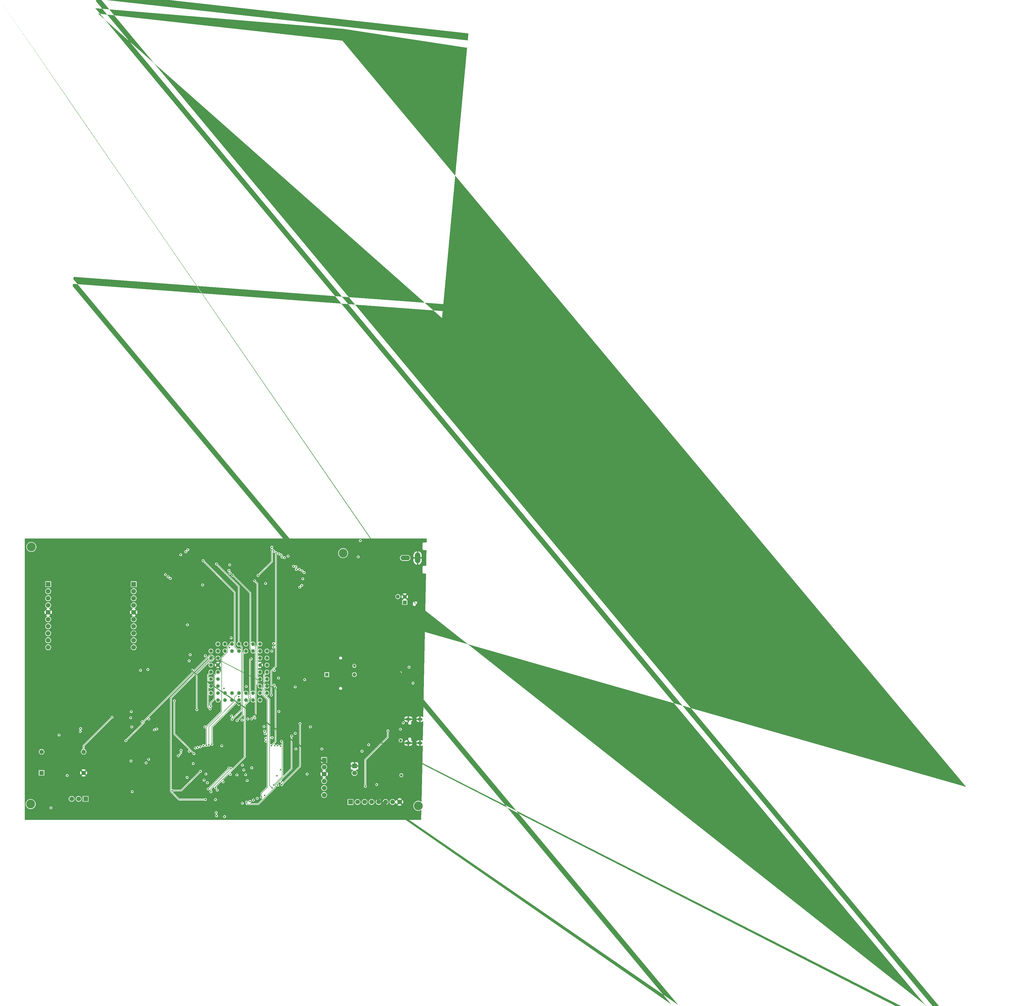
<source format=gbl>
G04 #@! TF.GenerationSoftware,KiCad,Pcbnew,9.0.1*
G04 #@! TF.CreationDate,2025-09-03T14:35:04-07:00*
G04 #@! TF.ProjectId,Project68,50726f6a-6563-4743-9638-2e6b69636164,rev?*
G04 #@! TF.SameCoordinates,Original*
G04 #@! TF.FileFunction,Copper,L4,Bot*
G04 #@! TF.FilePolarity,Positive*
%FSLAX46Y46*%
G04 Gerber Fmt 4.6, Leading zero omitted, Abs format (unit mm)*
G04 Created by KiCad (PCBNEW 9.0.1) date 2025-09-03 14:35:04*
%MOMM*%
%LPD*%
G01*
G04 APERTURE LIST*
G04 Aperture macros list*
%AMFreePoly0*
4,1,229,0.750156,0.619998,0.782156,0.618998,0.782312,0.618990,0.814312,0.616990,0.814772,0.616940,0.878772,0.606940,0.879249,0.606841,0.910249,0.598841,0.910394,0.598802,0.941394,0.589802,0.941721,0.589694,0.971721,0.578694,0.971857,0.578642,1.001857,0.566642,1.002174,0.566503,1.031174,0.552503,1.031297,0.552441,1.060297,0.537441,1.060664,0.537231,1.087664,0.520231,
1.087846,0.520111,1.113846,0.502111,1.114049,0.501963,1.140049,0.481963,1.140216,0.481829,1.165216,0.460829,1.165456,0.460613,1.188456,0.438613,1.188613,0.438456,1.210613,0.415456,1.210829,0.415216,1.231829,0.390216,1.231963,0.390049,1.251963,0.364049,1.252111,0.363846,1.270111,0.337846,1.270274,0.337595,1.287274,0.309595,1.287407,0.309361,1.302407,0.281361,
1.302503,0.281174,1.316503,0.252174,1.316642,0.251857,1.328642,0.221857,1.328694,0.221721,1.339694,0.191721,1.339802,0.191394,1.348802,0.160394,1.348841,0.160249,1.356841,0.129249,1.356940,0.128772,1.366940,0.064772,1.366990,0.064312,1.368990,0.032312,1.368998,0.032156,1.369998,0.000156,1.369998,-0.000156,1.368998,-0.032156,1.368990,-0.032312,1.366990,-0.064312,
1.366940,-0.064772,1.356940,-0.128772,1.356841,-0.129249,1.348841,-0.160249,1.348802,-0.160394,1.339802,-0.191394,1.339694,-0.191721,1.328694,-0.221721,1.328642,-0.221857,1.316642,-0.251857,1.316503,-0.252174,1.302503,-0.281174,1.302407,-0.281361,1.287407,-0.309361,1.287274,-0.309595,1.270274,-0.337595,1.270111,-0.337846,1.252111,-0.363846,1.251963,-0.364049,1.231963,-0.390049,
1.231829,-0.390216,1.210829,-0.415216,1.210613,-0.415456,1.188613,-0.438456,1.188456,-0.438613,1.165456,-0.460613,1.165216,-0.460829,1.140216,-0.481829,1.140049,-0.481963,1.114049,-0.501963,1.113846,-0.502111,1.087846,-0.520111,1.087664,-0.520231,1.060664,-0.537231,1.060297,-0.537441,1.031297,-0.552441,1.031174,-0.552503,1.002174,-0.566503,1.001857,-0.566642,0.971857,-0.578642,
0.971721,-0.578694,0.941721,-0.589694,0.941394,-0.589802,0.910394,-0.598802,0.910249,-0.598841,0.879249,-0.606841,0.878772,-0.606940,0.814772,-0.616940,0.814312,-0.616990,0.782312,-0.618990,0.782156,-0.618998,0.750156,-0.619998,0.750000,-0.620000,-0.750000,-0.620000,-0.750156,-0.619998,-0.782156,-0.618998,-0.782312,-0.618990,-0.814312,-0.616990,-0.814772,-0.616940,-0.878772,-0.606940,
-0.879249,-0.606841,-0.910249,-0.598841,-0.910394,-0.598802,-0.941394,-0.589802,-0.941721,-0.589694,-0.971721,-0.578694,-0.971857,-0.578642,-1.001857,-0.566642,-1.002174,-0.566503,-1.031174,-0.552503,-1.031297,-0.552441,-1.060297,-0.537441,-1.060664,-0.537231,-1.087664,-0.520231,-1.087846,-0.520111,-1.113846,-0.502111,-1.114049,-0.501963,-1.140049,-0.481963,-1.140216,-0.481829,-1.165216,-0.460829,
-1.165456,-0.460613,-1.188456,-0.438613,-1.188613,-0.438456,-1.210613,-0.415456,-1.210829,-0.415216,-1.231829,-0.390216,-1.231963,-0.390049,-1.251963,-0.364049,-1.252111,-0.363846,-1.270111,-0.337846,-1.270231,-0.337664,-1.287231,-0.310664,-1.287441,-0.310297,-1.302441,-0.281297,-1.302503,-0.281174,-1.316503,-0.252174,-1.316642,-0.251857,-1.328642,-0.221857,-1.328694,-0.221721,-1.339694,-0.191721,
-1.339802,-0.191394,-1.348802,-0.160394,-1.348841,-0.160249,-1.356841,-0.129249,-1.356940,-0.128772,-1.366940,-0.064772,-1.366990,-0.064312,-1.368990,-0.032312,-1.368998,-0.032156,-1.369998,-0.000156,-1.369998,0.000156,-1.368998,0.032156,-1.368990,0.032312,-1.366990,0.064312,-1.366940,0.064772,-1.356940,0.128772,-1.356841,0.129249,-1.348841,0.160249,-1.348802,0.160394,-1.339802,0.191394,
-1.339694,0.191721,-1.328694,0.221721,-1.328642,0.221857,-1.316642,0.251857,-1.316503,0.252174,-1.302503,0.281174,-1.302407,0.281361,-1.287407,0.309361,-1.287274,0.309595,-1.270274,0.337595,-1.270111,0.337846,-1.252111,0.363846,-1.251963,0.364049,-1.231963,0.390049,-1.231829,0.390216,-1.210829,0.415216,-1.210613,0.415456,-1.188613,0.438456,-1.188456,0.438613,-1.165456,0.460613,
-1.165216,0.460829,-1.140216,0.481829,-1.140049,0.481963,-1.114049,0.501963,-1.113846,0.502111,-1.087846,0.520111,-1.087664,0.520231,-1.060664,0.537231,-1.060297,0.537441,-1.031297,0.552441,-1.031174,0.552503,-1.002174,0.566503,-1.001857,0.566642,-0.971857,0.578642,-0.971721,0.578694,-0.941721,0.589694,-0.941394,0.589802,-0.910394,0.598802,-0.910249,0.598841,-0.879249,0.606841,
-0.878772,0.606940,-0.814772,0.616940,-0.814312,0.616990,-0.782312,0.618990,-0.782156,0.618998,-0.750156,0.619998,-0.750000,0.620000,0.750000,0.620000,0.750156,0.619998,0.750156,0.619998,$1*%
G04 Aperture macros list end*
G04 #@! TA.AperFunction,ComponentPad*
%ADD10R,1.700000X1.700000*%
G04 #@! TD*
G04 #@! TA.AperFunction,ComponentPad*
%ADD11C,1.700000*%
G04 #@! TD*
G04 #@! TA.AperFunction,WasherPad*
%ADD12C,3.200000*%
G04 #@! TD*
G04 #@! TA.AperFunction,ComponentPad*
%ADD13O,1.950000X3.900000*%
G04 #@! TD*
G04 #@! TA.AperFunction,ComponentPad*
%ADD14O,3.400000X1.700000*%
G04 #@! TD*
G04 #@! TA.AperFunction,ComponentPad*
%ADD15C,1.308000*%
G04 #@! TD*
G04 #@! TA.AperFunction,ComponentPad*
%ADD16R,1.308000X1.308000*%
G04 #@! TD*
G04 #@! TA.AperFunction,HeatsinkPad*
%ADD17O,2.100000X1.000000*%
G04 #@! TD*
G04 #@! TA.AperFunction,HeatsinkPad*
%ADD18O,1.800000X1.000000*%
G04 #@! TD*
G04 #@! TA.AperFunction,ComponentPad*
%ADD19R,1.600000X1.600000*%
G04 #@! TD*
G04 #@! TA.AperFunction,ComponentPad*
%ADD20C,1.600000*%
G04 #@! TD*
G04 #@! TA.AperFunction,ComponentPad*
%ADD21C,1.320800*%
G04 #@! TD*
G04 #@! TA.AperFunction,ComponentPad*
%ADD22R,1.408000X1.408000*%
G04 #@! TD*
G04 #@! TA.AperFunction,ComponentPad*
%ADD23C,1.408000*%
G04 #@! TD*
G04 #@! TA.AperFunction,ComponentPad*
%ADD24FreePoly0,90.000000*%
G04 #@! TD*
G04 #@! TA.AperFunction,ViaPad*
%ADD25C,0.600000*%
G04 #@! TD*
G04 #@! TA.AperFunction,ViaPad*
%ADD26C,1.000000*%
G04 #@! TD*
G04 #@! TA.AperFunction,Conductor*
%ADD27C,0.200000*%
G04 #@! TD*
G04 APERTURE END LIST*
D10*
G04 #@! TO.P,J9,1,Pin_1*
G04 #@! TO.N,/~{MCLR}*
X196371000Y-120260000D03*
D11*
G04 #@! TO.P,J9,2,Pin_2*
G04 #@! TO.N,+3.3V*
X196371000Y-122800000D03*
G04 #@! TO.P,J9,3,Pin_3*
G04 #@! TO.N,GND*
X196371000Y-125340000D03*
G04 #@! TO.P,J9,4,Pin_4*
G04 #@! TO.N,/PGD*
X196371000Y-127880000D03*
G04 #@! TO.P,J9,5,Pin_5*
G04 #@! TO.N,/PGC*
X196371000Y-130420000D03*
G04 #@! TO.P,J9,6,Pin_6*
G04 #@! TO.N,unconnected-(J9-Pin_6-Pad6)*
X196371000Y-132960000D03*
G04 #@! TD*
D12*
G04 #@! TO.P,H3,*
G04 #@! TO.N,*
X230500000Y-136865000D03*
G04 #@! TD*
D13*
G04 #@! TO.P,J1,1*
G04 #@! TO.N,GND*
X230250000Y-47000000D03*
D14*
G04 #@! TO.P,J1,2*
G04 #@! TO.N,Net-(J1-Pad2)*
X225750000Y-47000000D03*
G04 #@! TD*
D15*
G04 #@! TO.P,BZ1,1,+*
G04 #@! TO.N,VCC*
X207346000Y-89285000D03*
D16*
G04 #@! TO.P,BZ1,2,-*
G04 #@! TO.N,Net-(BZ1--)*
X197346000Y-89285000D03*
G04 #@! TD*
D17*
G04 #@! TO.P,J5,S1,SHIELD*
G04 #@! TO.N,GND*
X226916000Y-114100000D03*
D18*
X231096000Y-114100000D03*
D17*
X226916000Y-105460000D03*
D18*
X231096000Y-105460000D03*
G04 #@! TD*
D19*
G04 #@! TO.P,Y1,1,Vcontrol*
G04 #@! TO.N,VCC*
X93951000Y-124920000D03*
D20*
G04 #@! TO.P,Y1,7,GND*
G04 #@! TO.N,GND*
X109191000Y-124920000D03*
G04 #@! TO.P,Y1,8,OUT*
G04 #@! TO.N,/~{CLOCK14}*
X109191000Y-117300000D03*
G04 #@! TO.P,Y1,14,Vcc*
G04 #@! TO.N,VCC*
X93951000Y-117300000D03*
G04 #@! TD*
D12*
G04 #@! TO.P,H1,*
G04 #@! TO.N,*
X90250000Y-43000000D03*
G04 #@! TD*
D10*
G04 #@! TO.P,J4,1,Pin_1*
G04 #@! TO.N,/~{CLOCK14}*
X109921000Y-134360000D03*
D11*
G04 #@! TO.P,J4,2,Pin_2*
G04 #@! TO.N,/~{CLOCK}*
X107381000Y-134360000D03*
G04 #@! TO.P,J4,3,Pin_3*
G04 #@! TO.N,/~{CLOCK7}*
X104841000Y-134360000D03*
G04 #@! TD*
D12*
G04 #@! TO.P,H4,*
G04 #@! TO.N,*
X203250000Y-45250000D03*
G04 #@! TD*
D10*
G04 #@! TO.P,J8,1,Pin_1*
G04 #@! TO.N,/RX*
X205941000Y-135485000D03*
D11*
G04 #@! TO.P,J8,2,Pin_2*
G04 #@! TO.N,Net-(J8-Pin_2)*
X208481000Y-135485000D03*
G04 #@! TO.P,J8,3,Pin_3*
G04 #@! TO.N,Net-(J8-Pin_3)*
X211021000Y-135485000D03*
G04 #@! TO.P,J8,4,Pin_4*
G04 #@! TO.N,/TX*
X213561000Y-135485000D03*
G04 #@! TO.P,J8,5,Pin_5*
G04 #@! TO.N,Net-(J8-Pin_5)*
X216101000Y-135485000D03*
G04 #@! TO.P,J8,6,Pin_6*
G04 #@! TO.N,+3.3V*
X218641000Y-135485000D03*
G04 #@! TO.P,J8,7,Pin_7*
G04 #@! TO.N,VCC*
X221181000Y-135485000D03*
G04 #@! TO.P,J8,8,Pin_8*
G04 #@! TO.N,GND*
X223721000Y-135485000D03*
G04 #@! TD*
D10*
G04 #@! TO.P,J11,1,Pin_1*
G04 #@! TO.N,/MISO*
X127346000Y-56535000D03*
D11*
G04 #@! TO.P,J11,2,Pin_2*
G04 #@! TO.N,/MOSI*
X127346000Y-59075000D03*
G04 #@! TO.P,J11,3,Pin_3*
G04 #@! TO.N,/SPI_CLK*
X127346000Y-61615000D03*
G04 #@! TO.P,J11,4,Pin_4*
G04 #@! TO.N,/SER_CS*
X127346000Y-64155000D03*
G04 #@! TO.P,J11,5,Pin_5*
G04 #@! TO.N,GND*
X127346000Y-66695000D03*
G04 #@! TO.P,J11,6,Pin_6*
G04 #@! TO.N,+3.3V*
X127346000Y-69235000D03*
G04 #@! TO.P,J11,7,Pin_7*
G04 #@! TO.N,/~{SER_IRQ}*
X127346000Y-71775000D03*
G04 #@! TO.P,J11,8,Pin_8*
G04 #@! TO.N,VCC*
X127346000Y-74315000D03*
G04 #@! TO.P,J11,9,Pin_9*
G04 #@! TO.N,/AGPIO2*
X127346000Y-76855000D03*
G04 #@! TO.P,J11,10,Pin_10*
G04 #@! TO.N,/AGPIO3*
X127346000Y-79395000D03*
G04 #@! TD*
D10*
G04 #@! TO.P,J6,1,Pin_1*
G04 #@! TO.N,GND*
X207371000Y-122435000D03*
D11*
G04 #@! TO.P,J6,2,Pin_2*
G04 #@! TO.N,VCC*
X207371000Y-124975000D03*
G04 #@! TD*
D10*
G04 #@! TO.P,J10,1,Pin_1*
G04 #@! TO.N,/MISO*
X96346000Y-56535000D03*
D11*
G04 #@! TO.P,J10,2,Pin_2*
G04 #@! TO.N,/MOSI*
X96346000Y-59075000D03*
G04 #@! TO.P,J10,3,Pin_3*
G04 #@! TO.N,/SPI_CLK*
X96346000Y-61615000D03*
G04 #@! TO.P,J10,4,Pin_4*
G04 #@! TO.N,/AUX_CS*
X96346000Y-64155000D03*
G04 #@! TO.P,J10,5,Pin_5*
G04 #@! TO.N,GND*
X96346000Y-66695000D03*
G04 #@! TO.P,J10,6,Pin_6*
G04 #@! TO.N,+3.3V*
X96346000Y-69235000D03*
G04 #@! TO.P,J10,7,Pin_7*
G04 #@! TO.N,/~{AUX_IRQ}*
X96346000Y-71775000D03*
G04 #@! TO.P,J10,8,Pin_8*
G04 #@! TO.N,VCC*
X96346000Y-74315000D03*
G04 #@! TO.P,J10,9,Pin_9*
G04 #@! TO.N,/GPIO0*
X96346000Y-76855000D03*
G04 #@! TO.P,J10,10,Pin_10*
G04 #@! TO.N,/AGPIO1*
X96346000Y-79395000D03*
G04 #@! TD*
D12*
G04 #@! TO.P,H2,*
G04 #@! TO.N,*
X90000000Y-136250000D03*
G04 #@! TD*
D21*
G04 #@! TO.P,IC1,1,A2*
G04 #@! TO.N,/A2*
X165471000Y-98520000D03*
G04 #@! TO.P,IC1,2,A3*
G04 #@! TO.N,/A3*
X165471000Y-95980000D03*
G04 #@! TO.P,IC1,3,A4*
G04 #@! TO.N,/A4*
X168011000Y-98520000D03*
G04 #@! TO.P,IC1,4,A5*
G04 #@! TO.N,/A5*
X168011000Y-95980000D03*
G04 #@! TO.P,IC1,5,A6*
G04 #@! TO.N,/A6*
X170551000Y-98520000D03*
G04 #@! TO.P,IC1,6,A7*
G04 #@! TO.N,/A7*
X170551000Y-95980000D03*
G04 #@! TO.P,IC1,7,A8*
G04 #@! TO.N,/A8*
X173091000Y-98520000D03*
G04 #@! TO.P,IC1,8,A9*
G04 #@! TO.N,/A9*
X175631000Y-95980000D03*
G04 #@! TO.P,IC1,9,A10*
G04 #@! TO.N,/A10*
X173091000Y-95980000D03*
G04 #@! TO.P,IC1,10,A11*
G04 #@! TO.N,/A11*
X175631000Y-93440000D03*
G04 #@! TO.P,IC1,11,A12*
G04 #@! TO.N,/A12*
X173091000Y-93440000D03*
G04 #@! TO.P,IC1,12,A13*
G04 #@! TO.N,/A13*
X175631000Y-90900000D03*
G04 #@! TO.P,IC1,13,A21*
G04 #@! TO.N,/A21*
X173091000Y-90900000D03*
G04 #@! TO.P,IC1,14,A14*
G04 #@! TO.N,/A14*
X175631000Y-88360000D03*
G04 #@! TO.P,IC1,15,VCC*
G04 #@! TO.N,VCC*
X173091000Y-88360000D03*
G04 #@! TO.P,IC1,16,A15*
G04 #@! TO.N,/A15*
X175631000Y-85820000D03*
G04 #@! TO.P,IC1,17,GND@1*
G04 #@! TO.N,GND*
X173091000Y-85820000D03*
G04 #@! TO.P,IC1,18,A16*
G04 #@! TO.N,/A16*
X175631000Y-83280000D03*
G04 #@! TO.P,IC1,19,A17*
G04 #@! TO.N,/A17*
X173091000Y-83280000D03*
G04 #@! TO.P,IC1,20,A18*
G04 #@! TO.N,/A18*
X175631000Y-80740000D03*
G04 #@! TO.P,IC1,21,A19*
G04 #@! TO.N,/A19*
X173091000Y-78200000D03*
G04 #@! TO.P,IC1,22,A20*
G04 #@! TO.N,/A20*
X173091000Y-80740000D03*
G04 #@! TO.P,IC1,23,D7*
G04 #@! TO.N,/D7*
X170551000Y-78200000D03*
G04 #@! TO.P,IC1,24,D6*
G04 #@! TO.N,/D6*
X170551000Y-80740000D03*
G04 #@! TO.P,IC1,25,D5*
G04 #@! TO.N,/D5*
X168011000Y-78200000D03*
G04 #@! TO.P,IC1,26,D4*
G04 #@! TO.N,/D4*
X168011000Y-80740000D03*
G04 #@! TO.P,IC1,27,D3*
G04 #@! TO.N,/D3*
X165471000Y-78200000D03*
G04 #@! TO.P,IC1,28,D2*
G04 #@! TO.N,/D2*
X165471000Y-80740000D03*
G04 #@! TO.P,IC1,29,D1*
G04 #@! TO.N,/D1*
X162931000Y-78200000D03*
G04 #@! TO.P,IC1,30,D0*
G04 #@! TO.N,/D0*
X162931000Y-80740000D03*
G04 #@! TO.P,IC1,31,AS*
G04 #@! TO.N,/~{AS}*
X160391000Y-78200000D03*
G04 #@! TO.P,IC1,32,DS*
G04 #@! TO.N,/~{DS}*
X160391000Y-80740000D03*
G04 #@! TO.P,IC1,33,R/~{W}*
G04 #@! TO.N,/R{slash}~{W}*
X157851000Y-78200000D03*
G04 #@! TO.P,IC1,34,DTACK*
G04 #@! TO.N,/~{DTACK}*
X155311000Y-80740000D03*
G04 #@! TO.P,IC1,35,BG*
G04 #@! TO.N,/~{BG}*
X157851000Y-80740000D03*
G04 #@! TO.P,IC1,36,BGACK*
G04 #@! TO.N,/~{BGACK}*
X155311000Y-83280000D03*
G04 #@! TO.P,IC1,37,BR*
G04 #@! TO.N,/~{BR}*
X157851000Y-83280000D03*
G04 #@! TO.P,IC1,38,CLK*
G04 #@! TO.N,/~{CLOCK}*
X155311000Y-85820000D03*
G04 #@! TO.P,IC1,39,GND@2*
G04 #@! TO.N,GND*
X157851000Y-85820000D03*
G04 #@! TO.P,IC1,40,HALT*
G04 #@! TO.N,/~{HALT}*
X155311000Y-88360000D03*
G04 #@! TO.P,IC1,41,RESET*
G04 #@! TO.N,/~{RESET}*
X157851000Y-88360000D03*
G04 #@! TO.P,IC1,42,E*
G04 #@! TO.N,unconnected-(IC1-E-Pad42)*
X155311000Y-90900000D03*
G04 #@! TO.P,IC1,43,VPA*
G04 #@! TO.N,unconnected-(IC1-VPA-Pad43)*
X157851000Y-90900000D03*
G04 #@! TO.P,IC1,44,BERR*
G04 #@! TO.N,/~{BERR}*
X157851000Y-93440000D03*
G04 #@! TO.P,IC1,45,IPL1*
G04 #@! TO.N,/~{IPL1}*
X155311000Y-93440000D03*
G04 #@! TO.P,IC1,46,IPL2*
G04 #@! TO.N,/~{IPL2}*
X155311000Y-95980000D03*
G04 #@! TO.P,IC1,47,IPL0*
G04 #@! TO.N,/~{IPL0}*
X157851000Y-98520000D03*
G04 #@! TO.P,IC1,48,FC2*
G04 #@! TO.N,unconnected-(IC1-FC2-Pad48)*
X157851000Y-95980000D03*
G04 #@! TO.P,IC1,49,FC1*
G04 #@! TO.N,unconnected-(IC1-FC1-Pad49)*
X160391000Y-98520000D03*
G04 #@! TO.P,IC1,50,FC0*
G04 #@! TO.N,unconnected-(IC1-FC0-Pad50)*
X160391000Y-95980000D03*
G04 #@! TO.P,IC1,51,A0*
G04 #@! TO.N,/A0*
X162931000Y-98520000D03*
G04 #@! TO.P,IC1,52,A1*
G04 #@! TO.N,/A1*
X162931000Y-95980000D03*
G04 #@! TD*
D22*
G04 #@! TO.P,J2,1,1*
G04 #@! TO.N,/PS2_DATA*
X225596000Y-63135000D03*
D23*
G04 #@! TO.P,J2,2,2*
G04 #@! TO.N,unconnected-(J2-Pad2)*
X225596000Y-65735000D03*
G04 #@! TO.P,J2,3,3*
G04 #@! TO.N,GND*
X225596000Y-61035000D03*
G04 #@! TO.P,J2,4,4*
G04 #@! TO.N,VCC*
X225596000Y-67835000D03*
G04 #@! TO.P,J2,5,5*
G04 #@! TO.N,/PS2_CLK*
X223096000Y-61035000D03*
G04 #@! TO.P,J2,6,6*
G04 #@! TO.N,unconnected-(J2-Pad6)*
X223096000Y-67835000D03*
D24*
G04 #@! TO.P,J2,S1,SHIELD*
G04 #@! TO.N,unconnected-(J2-SHIELD-PadS1)*
X229396000Y-64435000D03*
G04 #@! TD*
D25*
G04 #@! TO.N,/~{CLOCK14}*
X119500000Y-104750000D03*
G04 #@! TO.N,/A19*
X143500000Y-118750000D03*
X144500000Y-116750000D03*
G04 #@! TO.N,/R{slash}~{W}*
X150250000Y-102000000D03*
X124500000Y-113250000D03*
G04 #@! TO.N,/A5*
X157000000Y-130250000D03*
G04 #@! TO.N,/~{IPL0}*
X171277000Y-105000000D03*
G04 #@! TO.N,/~{BERR}*
X165400000Y-97285700D03*
X166758000Y-122100000D03*
G04 #@! TO.N,/A15*
X178096000Y-129385000D03*
X180912000Y-113467000D03*
G04 #@! TO.N,/A8*
X187396000Y-51110000D03*
X175160000Y-56242000D03*
X175196000Y-112410000D03*
G04 #@! TO.N,/D5*
X166608000Y-105797000D03*
X162278000Y-52464900D03*
X162652000Y-75961300D03*
G04 #@! TO.N,/D7*
X139834000Y-53847500D03*
X170021000Y-105385000D03*
X146818000Y-71260000D03*
G04 #@! TO.N,/~{CLOCK7}*
X108105000Y-108839000D03*
G04 #@! TO.N,/A1*
X177421000Y-43060000D03*
G04 #@! TO.N,/~{HALT}*
X180571000Y-115235000D03*
X179971000Y-102638000D03*
X155051000Y-101728000D03*
G04 #@! TO.N,/A7*
X162373000Y-125476000D03*
X165445000Y-100118000D03*
X181121000Y-46710000D03*
G04 #@! TO.N,/D6*
X163248000Y-53265600D03*
X168721000Y-105385000D03*
G04 #@! TO.N,/D0*
X152608000Y-115047000D03*
X153294000Y-82472900D03*
X146208000Y-44772500D03*
G04 #@! TO.N,/A13*
X174846000Y-133060000D03*
X188271000Y-56935000D03*
X179855000Y-90517000D03*
G04 #@! TO.N,/A11*
X178421000Y-115035000D03*
X178246000Y-93089400D03*
X188621000Y-54535000D03*
G04 #@! TO.N,/~{CLOCK}*
X129798000Y-87704900D03*
X126258000Y-104929000D03*
X107961000Y-109887000D03*
G04 #@! TO.N,/D4*
X164821000Y-105935000D03*
X161855000Y-51545400D03*
X161995000Y-79492000D03*
G04 #@! TO.N,/D1*
X162151000Y-49505400D03*
X153708000Y-114973000D03*
X144358000Y-45822500D03*
G04 #@! TO.N,+3.3V*
X130385000Y-106359000D03*
G04 #@! TO.N,/D2*
X152496000Y-47985000D03*
X162808000Y-104273000D03*
G04 #@! TO.N,/A5*
X179996000Y-45535000D03*
G04 #@! TO.N,/D3*
X157359000Y-49183600D03*
X163021000Y-105485000D03*
G04 #@! TO.N,/A12*
X171121000Y-55232200D03*
X173646000Y-133710000D03*
G04 #@! TO.N,/A2*
X155696000Y-114560000D03*
X168145000Y-93576700D03*
X177471000Y-43985000D03*
X172397000Y-53386000D03*
G04 #@! TO.N,/A9*
X185882000Y-93753500D03*
X175221000Y-113410000D03*
X188346000Y-51685000D03*
G04 #@! TO.N,/~{WE}*
X185246000Y-50010000D03*
X138871000Y-53060000D03*
X131846000Y-121285000D03*
G04 #@! TO.N,/A6*
X169925000Y-83579100D03*
X180758000Y-45922500D03*
X167244000Y-123869000D03*
G04 #@! TO.N,/A3*
X178121000Y-44510000D03*
X154571000Y-114835000D03*
G04 #@! TO.N,/~{OE}*
X146958000Y-44022500D03*
X132750000Y-120000000D03*
G04 #@! TO.N,/A4*
X164748000Y-125663000D03*
X178946000Y-45085000D03*
X177229000Y-96734700D03*
G04 #@! TO.N,/A10*
X177296000Y-115010000D03*
X178710000Y-94004400D03*
X189146000Y-52310000D03*
G04 #@! TO.N,/A14*
X187521000Y-57610000D03*
X178351000Y-87818500D03*
X177546000Y-130385000D03*
G04 #@! TO.N,/R{slash}~{W}*
X160271000Y-140785000D03*
X147463000Y-117064000D03*
G04 #@! TO.N,/MISO*
X135702000Y-109014000D03*
X174796000Y-109810000D03*
X228615000Y-92378200D03*
G04 #@! TO.N,/MOSI*
X132481000Y-87438100D03*
X227164000Y-86596000D03*
X189319000Y-91118200D03*
X185882000Y-110597000D03*
G04 #@! TO.N,/SPI_CLK*
X177524000Y-112173000D03*
X134814000Y-109341000D03*
X224024000Y-88632000D03*
X174996000Y-110685000D03*
X224024000Y-109099000D03*
G04 #@! TO.N,/A21*
X148590000Y-87704900D03*
X140634000Y-54422500D03*
X153510000Y-125342000D03*
G04 #@! TO.N,/A18*
X154058039Y-128497039D03*
X180884000Y-128213000D03*
X183339000Y-46334700D03*
X177431000Y-80772600D03*
G04 #@! TO.N,/~{RESET}*
X155250000Y-100750000D03*
X179484000Y-115073000D03*
X159274000Y-115093000D03*
G04 #@! TO.N,/A17*
X170141000Y-123084000D03*
X181971000Y-46885000D03*
G04 #@! TO.N,/~{AS}*
X157396000Y-140485000D03*
G04 #@! TO.N,/A20*
X147454100Y-84296900D03*
X178017000Y-79339200D03*
X146697900Y-126576800D03*
X152846000Y-127535000D03*
X186171000Y-50185000D03*
G04 #@! TO.N,/~{BGACK}*
X153346000Y-134610000D03*
G04 #@! TO.N,/~{BG}*
X159780000Y-128166000D03*
X168470000Y-127705000D03*
G04 #@! TO.N,GND*
X120346000Y-109020000D03*
X149971000Y-44485000D03*
X166959000Y-112398000D03*
X214346000Y-126785000D03*
X166174000Y-130535000D03*
X185958000Y-118047000D03*
X123471000Y-124920000D03*
X163392837Y-131738155D03*
X149346000Y-44885000D03*
X197846000Y-111285000D03*
X172346000Y-49285000D03*
X207096000Y-73535000D03*
X230405000Y-92310300D03*
X208391000Y-112466000D03*
X152596000Y-55285000D03*
X144370700Y-124857600D03*
X150008000Y-124623000D03*
G04 #@! TO.N,/~{BR}*
X166718868Y-135912132D03*
X157623000Y-131179000D03*
G04 #@! TO.N,/A16*
X147819000Y-82103800D03*
X156971000Y-134610000D03*
X152346000Y-56785000D03*
G04 #@! TO.N,/A19*
X178037000Y-78013200D03*
X186296000Y-51160000D03*
D26*
G04 #@! TO.N,VCC*
X224122000Y-113158000D03*
X207313000Y-86117600D03*
D25*
X225052000Y-106785000D03*
D26*
X224348000Y-125767000D03*
D25*
G04 #@! TO.N,/~{DTACK}*
X153158000Y-108256000D03*
X126651000Y-108256000D03*
G04 #@! TO.N,/~{DS}*
X157221000Y-139335000D03*
X126846000Y-131743000D03*
X126458000Y-102732000D03*
X160083000Y-94292300D03*
X126366000Y-120615000D03*
G04 #@! TO.N,/~{MCLR}*
X148946000Y-121560000D03*
G04 #@! TO.N,/RX*
X172121000Y-134160000D03*
G04 #@! TO.N,/TX*
X170721000Y-134785000D03*
G04 #@! TO.N,/PGD*
X179258000Y-125947000D03*
G04 #@! TO.N,/VIDPIXEL*
X209496000Y-40730500D03*
X150521000Y-115710000D03*
X210098000Y-117064000D03*
G04 #@! TO.N,Net-(U11-VDDCORE{slash}VCAP)*
X141396000Y-131360000D03*
X151546000Y-124360000D03*
G04 #@! TO.N,/PGC*
X186146000Y-116285000D03*
G04 #@! TO.N,/VIDSYNC*
X195538000Y-116280000D03*
X208709000Y-46602300D03*
X151521000Y-115485000D03*
G04 #@! TO.N,/AUDIO*
X184596000Y-111535000D03*
X168296000Y-135535000D03*
G04 #@! TO.N,/PS2_CLK*
X215400100Y-129166400D03*
X179578900Y-129385500D03*
G04 #@! TO.N,/PS2_DATA*
X187621000Y-107060000D03*
X214832000Y-63957500D03*
X181025000Y-129206000D03*
G04 #@! TO.N,/~{SER_IRQ}*
X162646333Y-123332139D03*
X155346000Y-131785000D03*
G04 #@! TO.N,/~{CLOCK14}*
X180546000Y-123760000D03*
G04 #@! TO.N,/AGPIO1*
X149684000Y-115923000D03*
X100279900Y-111192000D03*
G04 #@! TO.N,/AUX_CS*
X103231700Y-125872000D03*
X167898000Y-125583000D03*
G04 #@! TO.N,/GPIO0*
X169471000Y-135285000D03*
X97328100Y-137615000D03*
G04 #@! TO.N,/SER_CS*
X174571000Y-108160000D03*
X132807000Y-105379000D03*
G04 #@! TO.N,Net-(D1-K)*
X190198000Y-125324000D03*
X191371000Y-108256000D03*
G04 #@! TO.N,/AGPIO2*
X149196000Y-117960000D03*
X142096000Y-98785000D03*
G04 #@! TO.N,/~{AUX_IRQ}*
X161871000Y-123135000D03*
X154346000Y-130785000D03*
G04 #@! TO.N,/TXD*
X219496000Y-109699000D03*
X211296000Y-129785000D03*
G04 #@! TO.N,Net-(J8-Pin_5)*
X212510100Y-114728000D03*
G04 #@! TD*
D27*
G04 #@! TO.N,/~{CLOCK14}*
X119500000Y-104750000D02*
X109191000Y-115059000D01*
X109191000Y-115059000D02*
X109191000Y-117300000D01*
G04 #@! TO.N,/A19*
X144500000Y-117750000D02*
X143500000Y-118750000D01*
X144500000Y-116750000D02*
X144500000Y-117750000D01*
G04 #@! TO.N,/R{slash}~{W}*
X156272400Y-82881775D02*
X155709225Y-82318600D01*
X150250000Y-102000000D02*
X150250000Y-88908100D01*
X154912775Y-82318600D02*
X130986000Y-106245375D01*
X130986000Y-106764000D02*
X124500000Y-113250000D01*
X130986000Y-106245375D02*
X130986000Y-106764000D01*
X155709225Y-82318600D02*
X154912775Y-82318600D01*
X154916700Y-84241400D02*
X155709225Y-84241400D01*
X150250000Y-88908100D02*
X154916700Y-84241400D01*
X155709225Y-84241400D02*
X156272400Y-83678225D01*
X156272400Y-83678225D02*
X156272400Y-82881775D01*
G04 #@! TO.N,/A5*
X168972400Y-96941400D02*
X168011000Y-95980000D01*
X157000000Y-130250000D02*
X157000000Y-129828415D01*
X157000000Y-129828415D02*
X167612775Y-119215640D01*
X167612775Y-119215640D02*
X167612775Y-100277850D01*
X167612775Y-100277850D02*
X168972400Y-98918225D01*
X168972400Y-98918225D02*
X168972400Y-96941400D01*
G04 #@! TO.N,/~{RESET}*
X155250000Y-100750000D02*
X155250000Y-99512000D01*
X155250000Y-99512000D02*
X156723000Y-98039000D01*
X156723000Y-98039000D02*
X156723000Y-89487700D01*
X156723000Y-89487700D02*
X157851000Y-88360000D01*
G04 #@! TO.N,/D1*
X153708000Y-114973000D02*
X153760000Y-114921000D01*
X153760000Y-114921000D02*
X153760000Y-108240000D01*
X161353000Y-81138600D02*
X161353000Y-79283100D01*
X153760000Y-108240000D02*
X159252000Y-102748000D01*
X159252000Y-102748000D02*
X159252000Y-83239500D01*
X159252000Y-83239500D02*
X161353000Y-81138600D01*
X161353000Y-79283100D02*
X162436000Y-78200000D01*
X162436000Y-78200000D02*
X162931000Y-78200000D01*
G04 #@! TO.N,/A15*
X181181000Y-126300000D02*
X181181000Y-113736000D01*
X181181000Y-113736000D02*
X180912000Y-113467000D01*
X178096000Y-129385000D02*
X181181000Y-126300000D01*
G04 #@! TO.N,/D7*
X171527000Y-79176400D02*
X170551000Y-78200000D01*
X171527000Y-103879000D02*
X171527000Y-79176400D01*
X170021000Y-105385000D02*
X171527000Y-103879000D01*
G04 #@! TO.N,/~{HALT}*
X155311000Y-88360000D02*
X154292000Y-89378500D01*
X154292000Y-89378500D02*
X154292000Y-100970000D01*
X154292000Y-100970000D02*
X155051000Y-101728000D01*
G04 #@! TO.N,/D6*
X169589000Y-59606900D02*
X163248000Y-53265600D01*
X169589000Y-79777900D02*
X169589000Y-59606900D01*
X170551000Y-80740000D02*
X169589000Y-79777900D01*
G04 #@! TO.N,/D4*
X164821000Y-105935000D02*
X166860000Y-103896000D01*
X166860000Y-103896000D02*
X166860000Y-81891100D01*
X166860000Y-81891100D02*
X168011000Y-80740000D01*
G04 #@! TO.N,/D2*
X163893000Y-59382100D02*
X163893000Y-79162100D01*
X163893000Y-79162100D02*
X165471000Y-80740000D01*
X152496000Y-47985000D02*
X163893000Y-59382100D01*
G04 #@! TO.N,/D3*
X166458000Y-102048000D02*
X166458000Y-79187200D01*
X165471000Y-57295600D02*
X157359000Y-49183600D01*
X163021000Y-105485000D02*
X166458000Y-102048000D01*
X165471000Y-78200000D02*
X165471000Y-57295600D01*
X166458000Y-79187200D02*
X165471000Y-78200000D01*
G04 #@! TO.N,/A12*
X173646000Y-133710000D02*
X173646000Y-132329000D01*
X172129000Y-56239900D02*
X172129000Y-92477900D01*
X174144000Y-94493200D02*
X173091000Y-93440000D01*
X171121000Y-55232200D02*
X172129000Y-56239900D01*
X173646000Y-132329000D02*
X175859000Y-130116000D01*
X175859000Y-98363000D02*
X174144000Y-96647800D01*
X174144000Y-96647800D02*
X174144000Y-94493200D01*
X172129000Y-92477900D02*
X173091000Y-93440000D01*
X175859000Y-130116000D02*
X175859000Y-98363000D01*
G04 #@! TO.N,/A2*
X172397000Y-53386000D02*
X177471000Y-48311800D01*
X155696000Y-108295000D02*
X165471000Y-98520000D01*
X155696000Y-114560000D02*
X155696000Y-108295000D01*
X177471000Y-48311800D02*
X177471000Y-43985000D01*
G04 #@! TO.N,/A6*
X170551000Y-98520000D02*
X169550000Y-97518900D01*
X169550000Y-97518900D02*
X169550000Y-83954400D01*
X169550000Y-83954400D02*
X169925000Y-83579100D01*
G04 #@! TO.N,/A3*
X163893000Y-97558000D02*
X165471000Y-95980000D01*
X154571000Y-114835000D02*
X154571000Y-108241000D01*
X154571000Y-108241000D02*
X163893000Y-98919000D01*
X163893000Y-98919000D02*
X163893000Y-97558000D01*
G04 #@! TO.N,/A4*
X178946000Y-45085000D02*
X178946000Y-86218800D01*
X178946000Y-86218800D02*
X177229000Y-87935700D01*
X177229000Y-87935700D02*
X177229000Y-96734700D01*
G04 #@! TO.N,/A10*
X178710000Y-113596000D02*
X178710000Y-94004400D01*
X177296000Y-115010000D02*
X178710000Y-113596000D01*
G04 #@! TO.N,/A14*
X177546000Y-130385000D02*
X176577000Y-129416000D01*
X176577000Y-129416000D02*
X176577000Y-98312000D01*
X176577000Y-98312000D02*
X174637000Y-96372400D01*
X174637000Y-89354000D02*
X175631000Y-88360000D01*
X174637000Y-96372400D02*
X174637000Y-89354000D01*
G04 #@! TO.N,/~{BGACK}*
X140795000Y-131608943D02*
X140795000Y-97796000D01*
X153346000Y-134610000D02*
X143796057Y-134610000D01*
X143796057Y-134610000D02*
X140795000Y-131608943D01*
X140795000Y-97796000D02*
X155311000Y-83280000D01*
G04 #@! TO.N,Net-(U11-VDDCORE{slash}VCAP)*
X151546000Y-124360000D02*
X144546000Y-131360000D01*
X144546000Y-131360000D02*
X141396000Y-131360000D01*
G04 #@! TO.N,/AUDIO*
X168346000Y-136285000D02*
X168346000Y-135585000D01*
X184596000Y-111535000D02*
X184596000Y-123452100D01*
X172495943Y-136285000D02*
X168346000Y-136285000D01*
X184596000Y-123452100D02*
X178697000Y-129351100D01*
X178697000Y-130083943D02*
X172495943Y-136285000D01*
X178697000Y-129351100D02*
X178697000Y-130083943D01*
X168346000Y-135585000D02*
X168296000Y-135535000D01*
G04 #@! TO.N,/PS2_DATA*
X187621000Y-122610000D02*
X181025000Y-129206000D01*
X187621000Y-107060000D02*
X187621000Y-122610000D01*
G04 #@! TO.N,/~{SER_IRQ}*
X162646333Y-123332139D02*
X155346000Y-130632472D01*
X155346000Y-130632472D02*
X155346000Y-131785000D01*
G04 #@! TO.N,/AGPIO2*
X142096000Y-110847057D02*
X142096000Y-98785000D01*
X149196000Y-117960000D02*
X149196000Y-117947057D01*
X149196000Y-117947057D02*
X142096000Y-110847057D01*
G04 #@! TO.N,/~{AUX_IRQ}*
X161781000Y-123535000D02*
X161596000Y-123535000D01*
X161596000Y-123535000D02*
X154346000Y-130785000D01*
X161871000Y-123445000D02*
X161781000Y-123535000D01*
X161871000Y-123135000D02*
X161871000Y-123445000D01*
G04 #@! TO.N,/TXD*
X211296000Y-129785000D02*
X211296000Y-120135000D01*
X211296000Y-120135000D02*
X219496000Y-111935000D01*
X219496000Y-111935000D02*
X219496000Y-109699000D01*
G04 #@! TO.N,Net-(J8-Pin_2)*
X208481000Y-135485000D02*
X208531900Y-135434100D01*
G04 #@! TD*
G04 #@! TA.AperFunction,Conductor*
G04 #@! TO.N,GND*
G36*
X233506356Y-40001185D02*
G01*
X233552111Y-40053989D01*
X233563292Y-40107924D01*
X233545105Y-41037813D01*
X233541386Y-41227925D01*
X233520394Y-41294567D01*
X233466706Y-41339280D01*
X233417410Y-41349500D01*
X232484108Y-41349500D01*
X232356812Y-41383608D01*
X232242686Y-41449500D01*
X232242683Y-41449502D01*
X232149502Y-41542683D01*
X232149500Y-41542686D01*
X232083608Y-41656812D01*
X232049500Y-41784108D01*
X232049500Y-43715891D01*
X232083608Y-43843187D01*
X232112603Y-43893406D01*
X232149500Y-43957314D01*
X232242686Y-44050500D01*
X232356814Y-44116392D01*
X232484108Y-44150500D01*
X233357771Y-44150500D01*
X233424810Y-44170185D01*
X233470565Y-44222989D01*
X233481747Y-44276925D01*
X233435446Y-46644108D01*
X233375621Y-49702689D01*
X233375127Y-49727925D01*
X233354135Y-49794567D01*
X233300447Y-49839280D01*
X233251151Y-49849500D01*
X232484108Y-49849500D01*
X232356812Y-49883608D01*
X232242686Y-49949500D01*
X232242683Y-49949502D01*
X232149502Y-50042683D01*
X232149500Y-50042686D01*
X232083608Y-50156812D01*
X232058401Y-50250890D01*
X232049500Y-50284108D01*
X232049500Y-52084108D01*
X232049500Y-52215892D01*
X232057061Y-52244110D01*
X232083608Y-52343187D01*
X232102490Y-52375891D01*
X232149500Y-52457314D01*
X232242686Y-52550500D01*
X232356814Y-52616392D01*
X232484108Y-52650500D01*
X233191512Y-52650500D01*
X233258551Y-52670185D01*
X233304306Y-52722989D01*
X233315488Y-52776925D01*
X232302486Y-104566639D01*
X232281494Y-104633281D01*
X232227806Y-104677994D01*
X232158466Y-104686583D01*
X232109619Y-104667316D01*
X231969684Y-104573814D01*
X231969671Y-104573807D01*
X231787693Y-104498430D01*
X231787681Y-104498427D01*
X231594495Y-104460000D01*
X231346000Y-104460000D01*
X231346000Y-105160000D01*
X230846000Y-105160000D01*
X230846000Y-104460000D01*
X230597504Y-104460000D01*
X230404318Y-104498427D01*
X230404306Y-104498430D01*
X230222328Y-104573807D01*
X230222315Y-104573814D01*
X230058537Y-104683248D01*
X230058533Y-104683251D01*
X229919251Y-104822533D01*
X229919248Y-104822537D01*
X229809814Y-104986315D01*
X229809807Y-104986328D01*
X229734430Y-105168307D01*
X229734430Y-105168309D01*
X229726138Y-105210000D01*
X230529012Y-105210000D01*
X230511795Y-105219940D01*
X230455940Y-105275795D01*
X230416444Y-105344204D01*
X230396000Y-105420504D01*
X230396000Y-105499496D01*
X230416444Y-105575796D01*
X230455940Y-105644205D01*
X230511795Y-105700060D01*
X230529012Y-105710000D01*
X229726138Y-105710000D01*
X229734430Y-105751690D01*
X229734430Y-105751692D01*
X229809807Y-105933671D01*
X229809814Y-105933684D01*
X229919248Y-106097462D01*
X229919251Y-106097466D01*
X230058533Y-106236748D01*
X230058537Y-106236751D01*
X230222315Y-106346185D01*
X230222328Y-106346192D01*
X230404306Y-106421569D01*
X230404318Y-106421572D01*
X230597504Y-106459999D01*
X230597508Y-106460000D01*
X230846000Y-106460000D01*
X230846000Y-105760000D01*
X231346000Y-105760000D01*
X231346000Y-106460000D01*
X231594492Y-106460000D01*
X231594495Y-106459999D01*
X231787681Y-106421572D01*
X231787693Y-106421569D01*
X231969671Y-106346192D01*
X231969686Y-106346184D01*
X232074110Y-106276409D01*
X232140787Y-106255530D01*
X232208168Y-106274014D01*
X232254858Y-106325992D01*
X232266978Y-106381935D01*
X232135586Y-113099388D01*
X232114594Y-113166030D01*
X232060906Y-113210743D01*
X231991566Y-113219332D01*
X231964158Y-113211524D01*
X231787693Y-113138430D01*
X231787681Y-113138427D01*
X231594495Y-113100000D01*
X231346000Y-113100000D01*
X231346000Y-113800000D01*
X230846000Y-113800000D01*
X230846000Y-113100000D01*
X230597504Y-113100000D01*
X230404318Y-113138427D01*
X230404306Y-113138430D01*
X230222328Y-113213807D01*
X230222315Y-113213814D01*
X230058537Y-113323248D01*
X230058533Y-113323251D01*
X229919251Y-113462533D01*
X229919248Y-113462537D01*
X229809814Y-113626315D01*
X229809807Y-113626328D01*
X229734430Y-113808307D01*
X229734430Y-113808309D01*
X229726138Y-113850000D01*
X230529012Y-113850000D01*
X230511795Y-113859940D01*
X230455940Y-113915795D01*
X230416444Y-113984204D01*
X230396000Y-114060504D01*
X230396000Y-114139496D01*
X230416444Y-114215796D01*
X230455940Y-114284205D01*
X230511795Y-114340060D01*
X230529012Y-114350000D01*
X229726138Y-114350000D01*
X229734430Y-114391690D01*
X229734430Y-114391692D01*
X229809807Y-114573671D01*
X229809814Y-114573684D01*
X229919248Y-114737462D01*
X229919251Y-114737466D01*
X230058533Y-114876748D01*
X230058537Y-114876751D01*
X230222315Y-114986185D01*
X230222328Y-114986192D01*
X230404306Y-115061569D01*
X230404318Y-115061572D01*
X230597504Y-115099999D01*
X230597508Y-115100000D01*
X230846000Y-115100000D01*
X230846000Y-114400000D01*
X231346000Y-114400000D01*
X231346000Y-115100000D01*
X231594492Y-115100000D01*
X231594495Y-115099999D01*
X231787681Y-115061572D01*
X231787689Y-115061570D01*
X231924598Y-115004861D01*
X231994067Y-114997392D01*
X232056547Y-115028667D01*
X232092199Y-115088756D01*
X232096027Y-115121847D01*
X231701954Y-135268808D01*
X231680962Y-135335450D01*
X231627274Y-135380163D01*
X231557934Y-135388752D01*
X231506240Y-135366381D01*
X231505835Y-135366988D01*
X231502510Y-135364766D01*
X231502492Y-135364759D01*
X231502454Y-135364730D01*
X231502453Y-135364729D01*
X231502450Y-135364727D01*
X231420957Y-135317677D01*
X231298056Y-135246719D01*
X231298045Y-135246714D01*
X231079993Y-135156394D01*
X230852010Y-135095306D01*
X230618020Y-135064501D01*
X230618017Y-135064500D01*
X230618011Y-135064500D01*
X230381989Y-135064500D01*
X230381983Y-135064500D01*
X230381979Y-135064501D01*
X230147989Y-135095306D01*
X229920006Y-135156394D01*
X229701954Y-135246714D01*
X229701943Y-135246719D01*
X229497545Y-135364730D01*
X229310302Y-135508406D01*
X229310295Y-135508412D01*
X229143412Y-135675295D01*
X229143406Y-135675302D01*
X228999730Y-135862545D01*
X228881719Y-136066943D01*
X228881714Y-136066954D01*
X228791394Y-136285006D01*
X228730306Y-136512989D01*
X228699501Y-136746979D01*
X228699500Y-136746995D01*
X228699500Y-136983004D01*
X228699501Y-136983020D01*
X228730306Y-137217010D01*
X228791394Y-137444993D01*
X228881714Y-137663045D01*
X228881719Y-137663056D01*
X228932075Y-137750273D01*
X228999727Y-137867450D01*
X228999729Y-137867453D01*
X228999730Y-137867454D01*
X229143406Y-138054697D01*
X229143412Y-138054704D01*
X229310295Y-138221587D01*
X229310301Y-138221592D01*
X229497550Y-138365273D01*
X229628918Y-138441118D01*
X229701943Y-138483280D01*
X229701948Y-138483282D01*
X229701951Y-138483284D01*
X229920007Y-138573606D01*
X230147986Y-138634693D01*
X230381989Y-138665500D01*
X230381996Y-138665500D01*
X230618004Y-138665500D01*
X230618011Y-138665500D01*
X230852014Y-138634693D01*
X231079993Y-138573606D01*
X231298049Y-138483284D01*
X231452702Y-138393994D01*
X231520602Y-138377522D01*
X231586629Y-138400374D01*
X231629819Y-138455295D01*
X231638678Y-138503807D01*
X231572645Y-141879799D01*
X231551653Y-141946441D01*
X231497965Y-141991154D01*
X231448669Y-142001374D01*
X87944267Y-142001374D01*
X87877228Y-141981689D01*
X87831473Y-141928885D01*
X87820267Y-141877374D01*
X87820267Y-139269108D01*
X156720500Y-139269108D01*
X156720500Y-139400891D01*
X156754608Y-139528187D01*
X156787554Y-139585250D01*
X156820500Y-139642314D01*
X156913686Y-139735500D01*
X157027814Y-139801392D01*
X157115150Y-139824793D01*
X157174808Y-139861156D01*
X157205338Y-139924003D01*
X157197044Y-139993379D01*
X157152559Y-140047257D01*
X157145057Y-140051953D01*
X157088689Y-140084498D01*
X157088683Y-140084502D01*
X156995502Y-140177683D01*
X156995500Y-140177686D01*
X156929608Y-140291812D01*
X156895500Y-140419108D01*
X156895500Y-140550891D01*
X156929608Y-140678187D01*
X156962554Y-140735250D01*
X156995500Y-140792314D01*
X157088686Y-140885500D01*
X157202814Y-140951392D01*
X157330108Y-140985500D01*
X157330110Y-140985500D01*
X157461890Y-140985500D01*
X157461892Y-140985500D01*
X157589186Y-140951392D01*
X157703314Y-140885500D01*
X157796500Y-140792314D01*
X157838766Y-140719108D01*
X159770500Y-140719108D01*
X159770500Y-140850891D01*
X159804608Y-140978187D01*
X159837554Y-141035250D01*
X159870500Y-141092314D01*
X159963686Y-141185500D01*
X160077814Y-141251392D01*
X160205108Y-141285500D01*
X160205110Y-141285500D01*
X160336890Y-141285500D01*
X160336892Y-141285500D01*
X160464186Y-141251392D01*
X160578314Y-141185500D01*
X160671500Y-141092314D01*
X160737392Y-140978186D01*
X160771500Y-140850892D01*
X160771500Y-140719108D01*
X160737392Y-140591814D01*
X160671500Y-140477686D01*
X160578314Y-140384500D01*
X160521250Y-140351554D01*
X160464187Y-140318608D01*
X160364188Y-140291814D01*
X160336892Y-140284500D01*
X160205108Y-140284500D01*
X160077812Y-140318608D01*
X159963686Y-140384500D01*
X159963683Y-140384502D01*
X159870502Y-140477683D01*
X159870500Y-140477686D01*
X159804608Y-140591812D01*
X159770500Y-140719108D01*
X157838766Y-140719108D01*
X157862392Y-140678186D01*
X157896500Y-140550892D01*
X157896500Y-140419108D01*
X157862392Y-140291814D01*
X157796500Y-140177686D01*
X157703314Y-140084500D01*
X157589186Y-140018608D01*
X157501848Y-139995206D01*
X157442190Y-139958842D01*
X157411661Y-139895995D01*
X157419956Y-139826619D01*
X157464441Y-139772741D01*
X157471937Y-139768049D01*
X157528314Y-139735500D01*
X157621500Y-139642314D01*
X157687392Y-139528186D01*
X157721500Y-139400892D01*
X157721500Y-139269108D01*
X157687392Y-139141814D01*
X157621500Y-139027686D01*
X157528314Y-138934500D01*
X157471250Y-138901554D01*
X157414187Y-138868608D01*
X157350539Y-138851554D01*
X157286892Y-138834500D01*
X157155108Y-138834500D01*
X157027812Y-138868608D01*
X156913686Y-138934500D01*
X156913683Y-138934502D01*
X156820502Y-139027683D01*
X156820500Y-139027686D01*
X156754608Y-139141812D01*
X156720500Y-139269108D01*
X87820267Y-139269108D01*
X87820267Y-136131995D01*
X88199500Y-136131995D01*
X88199500Y-136368004D01*
X88199501Y-136368020D01*
X88230306Y-136602010D01*
X88291394Y-136829993D01*
X88381714Y-137048045D01*
X88381719Y-137048056D01*
X88439774Y-137148608D01*
X88499727Y-137252450D01*
X88499729Y-137252453D01*
X88499730Y-137252454D01*
X88643406Y-137439697D01*
X88643412Y-137439704D01*
X88810295Y-137606587D01*
X88810301Y-137606592D01*
X88997550Y-137750273D01*
X89097860Y-137808187D01*
X89201943Y-137868280D01*
X89201948Y-137868282D01*
X89201951Y-137868284D01*
X89420007Y-137958606D01*
X89647986Y-138019693D01*
X89881989Y-138050500D01*
X89881996Y-138050500D01*
X90118004Y-138050500D01*
X90118011Y-138050500D01*
X90352014Y-138019693D01*
X90579993Y-137958606D01*
X90798049Y-137868284D01*
X91002450Y-137750273D01*
X91189699Y-137606592D01*
X91247183Y-137549108D01*
X96827600Y-137549108D01*
X96827600Y-137680891D01*
X96861708Y-137808187D01*
X96894654Y-137865250D01*
X96927600Y-137922314D01*
X97020786Y-138015500D01*
X97134914Y-138081392D01*
X97262208Y-138115500D01*
X97262210Y-138115500D01*
X97393990Y-138115500D01*
X97393992Y-138115500D01*
X97521286Y-138081392D01*
X97635414Y-138015500D01*
X97728600Y-137922314D01*
X97794492Y-137808186D01*
X97828600Y-137680892D01*
X97828600Y-137549108D01*
X97794492Y-137421814D01*
X97728600Y-137307686D01*
X97635414Y-137214500D01*
X97578350Y-137181554D01*
X97521287Y-137148608D01*
X97457639Y-137131554D01*
X97393992Y-137114500D01*
X97262208Y-137114500D01*
X97134912Y-137148608D01*
X97020786Y-137214500D01*
X97020783Y-137214502D01*
X96927602Y-137307683D01*
X96927600Y-137307686D01*
X96861708Y-137421812D01*
X96827600Y-137549108D01*
X91247183Y-137549108D01*
X91342992Y-137453300D01*
X91356587Y-137439704D01*
X91356592Y-137439699D01*
X91500273Y-137252450D01*
X91618284Y-137048049D01*
X91708606Y-136829993D01*
X91769693Y-136602014D01*
X91800500Y-136368011D01*
X91800500Y-136131989D01*
X91769693Y-135897986D01*
X91755828Y-135846240D01*
X166218368Y-135846240D01*
X166218368Y-135978024D01*
X166234946Y-136039893D01*
X166252476Y-136105319D01*
X166267878Y-136131995D01*
X166318368Y-136219446D01*
X166411554Y-136312632D01*
X166525682Y-136378524D01*
X166652976Y-136412632D01*
X166652978Y-136412632D01*
X166784758Y-136412632D01*
X166784760Y-136412632D01*
X166912054Y-136378524D01*
X167026182Y-136312632D01*
X167119368Y-136219446D01*
X167185260Y-136105318D01*
X167219368Y-135978024D01*
X167219368Y-135846240D01*
X167185260Y-135718946D01*
X167119368Y-135604818D01*
X167026182Y-135511632D01*
X166968252Y-135478186D01*
X166912055Y-135445740D01*
X166812907Y-135419174D01*
X166784760Y-135411632D01*
X166652976Y-135411632D01*
X166525680Y-135445740D01*
X166411554Y-135511632D01*
X166411551Y-135511634D01*
X166318370Y-135604815D01*
X166318368Y-135604818D01*
X166252476Y-135718944D01*
X166225964Y-135817892D01*
X166218368Y-135846240D01*
X91755828Y-135846240D01*
X91708606Y-135670007D01*
X91618284Y-135451951D01*
X91618282Y-135451948D01*
X91618280Y-135451943D01*
X91571044Y-135370129D01*
X91500273Y-135247550D01*
X91381158Y-135092316D01*
X91356593Y-135060302D01*
X91356587Y-135060295D01*
X91189704Y-134893412D01*
X91189697Y-134893406D01*
X91002454Y-134749730D01*
X91002453Y-134749729D01*
X91002450Y-134749727D01*
X90920957Y-134702677D01*
X90798056Y-134631719D01*
X90798045Y-134631714D01*
X90579993Y-134541394D01*
X90505669Y-134521479D01*
X90352014Y-134480307D01*
X90352013Y-134480306D01*
X90352010Y-134480306D01*
X90118020Y-134449501D01*
X90118017Y-134449500D01*
X90118011Y-134449500D01*
X89881989Y-134449500D01*
X89881983Y-134449500D01*
X89881979Y-134449501D01*
X89647989Y-134480306D01*
X89420006Y-134541394D01*
X89201954Y-134631714D01*
X89201943Y-134631719D01*
X88997545Y-134749730D01*
X88810302Y-134893406D01*
X88810295Y-134893412D01*
X88643412Y-135060295D01*
X88643406Y-135060302D01*
X88499730Y-135247545D01*
X88381719Y-135451943D01*
X88381714Y-135451954D01*
X88291394Y-135670006D01*
X88230306Y-135897989D01*
X88199501Y-136131979D01*
X88199500Y-136131995D01*
X87820267Y-136131995D01*
X87820267Y-134256530D01*
X103790500Y-134256530D01*
X103790500Y-134463469D01*
X103829692Y-134660499D01*
X103830870Y-134666420D01*
X103910059Y-134857598D01*
X103933989Y-134893412D01*
X104025024Y-135029657D01*
X104171342Y-135175975D01*
X104171345Y-135175977D01*
X104343402Y-135290941D01*
X104534580Y-135370130D01*
X104679052Y-135398867D01*
X104737530Y-135410499D01*
X104737534Y-135410500D01*
X104737535Y-135410500D01*
X104944466Y-135410500D01*
X104944467Y-135410499D01*
X105147420Y-135370130D01*
X105338598Y-135290941D01*
X105510655Y-135175977D01*
X105656977Y-135029655D01*
X105771941Y-134857598D01*
X105851130Y-134666420D01*
X105891500Y-134463465D01*
X105891500Y-134256535D01*
X105891499Y-134256530D01*
X106330500Y-134256530D01*
X106330500Y-134463469D01*
X106369692Y-134660499D01*
X106370870Y-134666420D01*
X106450059Y-134857598D01*
X106473989Y-134893412D01*
X106565024Y-135029657D01*
X106711342Y-135175975D01*
X106711345Y-135175977D01*
X106883402Y-135290941D01*
X107074580Y-135370130D01*
X107219052Y-135398867D01*
X107277530Y-135410499D01*
X107277534Y-135410500D01*
X107277535Y-135410500D01*
X107484466Y-135410500D01*
X107484467Y-135410499D01*
X107687420Y-135370130D01*
X107878598Y-135290941D01*
X108050655Y-135175977D01*
X108196977Y-135029655D01*
X108311941Y-134857598D01*
X108391130Y-134666420D01*
X108431500Y-134463465D01*
X108431500Y-134256535D01*
X108391130Y-134053580D01*
X108311941Y-133862402D01*
X108196977Y-133690345D01*
X108196975Y-133690342D01*
X108050657Y-133544024D01*
X107970173Y-133490247D01*
X108870500Y-133490247D01*
X108870500Y-135229752D01*
X108882131Y-135288229D01*
X108882132Y-135288230D01*
X108926447Y-135354552D01*
X108992769Y-135398867D01*
X108992770Y-135398868D01*
X109051247Y-135410499D01*
X109051250Y-135410500D01*
X109051252Y-135410500D01*
X110790750Y-135410500D01*
X110790751Y-135410499D01*
X110805568Y-135407552D01*
X110849229Y-135398868D01*
X110849229Y-135398867D01*
X110849231Y-135398867D01*
X110915552Y-135354552D01*
X110959867Y-135288231D01*
X110959867Y-135288229D01*
X110959868Y-135288229D01*
X110971499Y-135229752D01*
X110971500Y-135229750D01*
X110971500Y-133490249D01*
X110971499Y-133490247D01*
X110959868Y-133431770D01*
X110959867Y-133431769D01*
X110915552Y-133365447D01*
X110849230Y-133321132D01*
X110849229Y-133321131D01*
X110790752Y-133309500D01*
X110790748Y-133309500D01*
X109051252Y-133309500D01*
X109051247Y-133309500D01*
X108992770Y-133321131D01*
X108992769Y-133321132D01*
X108926447Y-133365447D01*
X108882132Y-133431769D01*
X108882131Y-133431770D01*
X108870500Y-133490247D01*
X107970173Y-133490247D01*
X107925653Y-133460500D01*
X107878598Y-133429059D01*
X107814928Y-133402686D01*
X107687420Y-133349870D01*
X107687412Y-133349868D01*
X107484469Y-133309500D01*
X107484465Y-133309500D01*
X107277535Y-133309500D01*
X107277530Y-133309500D01*
X107074587Y-133349868D01*
X107074579Y-133349870D01*
X106883403Y-133429058D01*
X106711342Y-133544024D01*
X106565024Y-133690342D01*
X106450058Y-133862403D01*
X106370870Y-134053579D01*
X106370868Y-134053587D01*
X106330500Y-134256530D01*
X105891499Y-134256530D01*
X105851130Y-134053580D01*
X105771941Y-133862402D01*
X105656977Y-133690345D01*
X105656975Y-133690342D01*
X105510657Y-133544024D01*
X105385653Y-133460500D01*
X105338598Y-133429059D01*
X105274928Y-133402686D01*
X105147420Y-133349870D01*
X105147412Y-133349868D01*
X104944469Y-133309500D01*
X104944465Y-133309500D01*
X104737535Y-133309500D01*
X104737530Y-133309500D01*
X104534587Y-133349868D01*
X104534579Y-133349870D01*
X104343403Y-133429058D01*
X104171342Y-133544024D01*
X104025024Y-133690342D01*
X103910058Y-133862403D01*
X103830870Y-134053579D01*
X103830868Y-134053587D01*
X103790500Y-134256530D01*
X87820267Y-134256530D01*
X87820267Y-131677108D01*
X126345500Y-131677108D01*
X126345500Y-131808892D01*
X126356754Y-131850892D01*
X126379608Y-131936187D01*
X126403857Y-131978186D01*
X126445500Y-132050314D01*
X126538686Y-132143500D01*
X126652814Y-132209392D01*
X126780108Y-132243500D01*
X126780110Y-132243500D01*
X126911890Y-132243500D01*
X126911892Y-132243500D01*
X127039186Y-132209392D01*
X127153314Y-132143500D01*
X127246500Y-132050314D01*
X127312392Y-131936186D01*
X127346500Y-131808892D01*
X127346500Y-131677108D01*
X127312392Y-131549814D01*
X127246500Y-131435686D01*
X127153314Y-131342500D01*
X127096250Y-131309554D01*
X127039187Y-131276608D01*
X126975539Y-131259554D01*
X126911892Y-131242500D01*
X126780108Y-131242500D01*
X126652812Y-131276608D01*
X126538686Y-131342500D01*
X126538683Y-131342502D01*
X126445502Y-131435683D01*
X126445500Y-131435686D01*
X126379608Y-131549812D01*
X126353164Y-131648505D01*
X126345500Y-131677108D01*
X87820267Y-131677108D01*
X87820267Y-124100247D01*
X92950500Y-124100247D01*
X92950500Y-125739752D01*
X92962131Y-125798229D01*
X92962132Y-125798230D01*
X93006447Y-125864552D01*
X93072769Y-125908867D01*
X93072770Y-125908868D01*
X93131247Y-125920499D01*
X93131250Y-125920500D01*
X93131252Y-125920500D01*
X94770750Y-125920500D01*
X94770751Y-125920499D01*
X94785568Y-125917552D01*
X94829229Y-125908868D01*
X94829229Y-125908867D01*
X94829231Y-125908867D01*
X94895552Y-125864552D01*
X94934604Y-125806108D01*
X102731200Y-125806108D01*
X102731200Y-125937892D01*
X102740159Y-125971328D01*
X102765308Y-126065187D01*
X102786399Y-126101717D01*
X102831200Y-126179314D01*
X102924386Y-126272500D01*
X103038514Y-126338392D01*
X103165808Y-126372500D01*
X103165810Y-126372500D01*
X103297590Y-126372500D01*
X103297592Y-126372500D01*
X103424886Y-126338392D01*
X103539014Y-126272500D01*
X103632200Y-126179314D01*
X103698092Y-126065186D01*
X103732200Y-125937892D01*
X103732200Y-125806108D01*
X103698092Y-125678814D01*
X103632200Y-125564686D01*
X103539014Y-125471500D01*
X103476110Y-125435182D01*
X103424887Y-125405608D01*
X103361239Y-125388554D01*
X103297592Y-125371500D01*
X103165808Y-125371500D01*
X103038512Y-125405608D01*
X102924386Y-125471500D01*
X102924383Y-125471502D01*
X102831202Y-125564683D01*
X102831200Y-125564686D01*
X102765308Y-125678812D01*
X102737307Y-125783316D01*
X102731200Y-125806108D01*
X94934604Y-125806108D01*
X94939867Y-125798231D01*
X94950953Y-125742497D01*
X94951500Y-125739750D01*
X94951500Y-124817682D01*
X107891000Y-124817682D01*
X107891000Y-125022317D01*
X107923009Y-125224417D01*
X107986244Y-125419031D01*
X108079141Y-125601350D01*
X108079147Y-125601359D01*
X108111523Y-125645921D01*
X108111524Y-125645922D01*
X108791000Y-124966446D01*
X108791000Y-124972661D01*
X108818259Y-125074394D01*
X108870920Y-125165606D01*
X108945394Y-125240080D01*
X109036606Y-125292741D01*
X109138339Y-125320000D01*
X109144553Y-125320000D01*
X108465076Y-125999474D01*
X108509650Y-126031859D01*
X108691968Y-126124755D01*
X108886582Y-126187990D01*
X109088683Y-126220000D01*
X109293317Y-126220000D01*
X109495417Y-126187990D01*
X109690031Y-126124755D01*
X109872349Y-126031859D01*
X109916921Y-125999474D01*
X109237447Y-125320000D01*
X109243661Y-125320000D01*
X109345394Y-125292741D01*
X109436606Y-125240080D01*
X109511080Y-125165606D01*
X109563741Y-125074394D01*
X109591000Y-124972661D01*
X109591000Y-124966447D01*
X110270474Y-125645921D01*
X110302859Y-125601349D01*
X110395755Y-125419031D01*
X110458990Y-125224417D01*
X110491000Y-125022317D01*
X110491000Y-124817682D01*
X110458990Y-124615582D01*
X110395755Y-124420968D01*
X110302859Y-124238650D01*
X110270474Y-124194077D01*
X110270474Y-124194076D01*
X109591000Y-124873551D01*
X109591000Y-124867339D01*
X109563741Y-124765606D01*
X109511080Y-124674394D01*
X109436606Y-124599920D01*
X109345394Y-124547259D01*
X109243661Y-124520000D01*
X109237446Y-124520000D01*
X109916922Y-123840524D01*
X109916921Y-123840523D01*
X109872359Y-123808147D01*
X109872350Y-123808141D01*
X109690031Y-123715244D01*
X109495417Y-123652009D01*
X109293317Y-123620000D01*
X109088683Y-123620000D01*
X108886582Y-123652009D01*
X108691968Y-123715244D01*
X108509644Y-123808143D01*
X108465077Y-123840523D01*
X108465077Y-123840524D01*
X109144554Y-124520000D01*
X109138339Y-124520000D01*
X109036606Y-124547259D01*
X108945394Y-124599920D01*
X108870920Y-124674394D01*
X108818259Y-124765606D01*
X108791000Y-124867339D01*
X108791000Y-124873553D01*
X108111524Y-124194077D01*
X108111523Y-124194077D01*
X108079143Y-124238644D01*
X107986244Y-124420968D01*
X107923009Y-124615582D01*
X107891000Y-124817682D01*
X94951500Y-124817682D01*
X94951500Y-124100249D01*
X94951499Y-124100247D01*
X94939868Y-124041770D01*
X94939867Y-124041769D01*
X94895552Y-123975447D01*
X94829230Y-123931132D01*
X94829229Y-123931131D01*
X94770752Y-123919500D01*
X94770748Y-123919500D01*
X93131252Y-123919500D01*
X93131247Y-123919500D01*
X93072770Y-123931131D01*
X93072769Y-123931132D01*
X93006447Y-123975447D01*
X92962132Y-124041769D01*
X92962131Y-124041770D01*
X92950500Y-124100247D01*
X87820267Y-124100247D01*
X87820267Y-121219108D01*
X131345500Y-121219108D01*
X131345500Y-121350891D01*
X131379608Y-121478187D01*
X131412554Y-121535250D01*
X131445500Y-121592314D01*
X131538686Y-121685500D01*
X131652814Y-121751392D01*
X131780108Y-121785500D01*
X131780110Y-121785500D01*
X131911890Y-121785500D01*
X131911892Y-121785500D01*
X132039186Y-121751392D01*
X132153314Y-121685500D01*
X132246500Y-121592314D01*
X132312392Y-121478186D01*
X132346500Y-121350892D01*
X132346500Y-121219108D01*
X132312392Y-121091814D01*
X132246500Y-120977686D01*
X132153314Y-120884500D01*
X132096250Y-120851554D01*
X132039187Y-120818608D01*
X131975539Y-120801554D01*
X131911892Y-120784500D01*
X131780108Y-120784500D01*
X131652812Y-120818608D01*
X131538686Y-120884500D01*
X131538683Y-120884502D01*
X131445502Y-120977683D01*
X131445500Y-120977686D01*
X131379608Y-121091812D01*
X131345500Y-121219108D01*
X87820267Y-121219108D01*
X87820267Y-120549108D01*
X125865500Y-120549108D01*
X125865500Y-120680891D01*
X125899608Y-120808187D01*
X125905625Y-120818608D01*
X125965500Y-120922314D01*
X126058686Y-121015500D01*
X126172814Y-121081392D01*
X126300108Y-121115500D01*
X126300110Y-121115500D01*
X126431890Y-121115500D01*
X126431892Y-121115500D01*
X126559186Y-121081392D01*
X126673314Y-121015500D01*
X126766500Y-120922314D01*
X126832392Y-120808186D01*
X126866500Y-120680892D01*
X126866500Y-120549108D01*
X126832392Y-120421814D01*
X126766500Y-120307686D01*
X126673314Y-120214500D01*
X126616250Y-120181554D01*
X126559187Y-120148608D01*
X126495539Y-120131554D01*
X126431892Y-120114500D01*
X126300108Y-120114500D01*
X126172812Y-120148608D01*
X126058686Y-120214500D01*
X126058683Y-120214502D01*
X125965502Y-120307683D01*
X125965500Y-120307686D01*
X125899608Y-120421812D01*
X125865500Y-120549108D01*
X87820267Y-120549108D01*
X87820267Y-119934108D01*
X132249500Y-119934108D01*
X132249500Y-120065891D01*
X132283608Y-120193187D01*
X132300909Y-120223152D01*
X132349500Y-120307314D01*
X132442686Y-120400500D01*
X132556814Y-120466392D01*
X132684108Y-120500500D01*
X132684110Y-120500500D01*
X132815890Y-120500500D01*
X132815892Y-120500500D01*
X132943186Y-120466392D01*
X133057314Y-120400500D01*
X133150500Y-120307314D01*
X133216392Y-120193186D01*
X133250500Y-120065892D01*
X133250500Y-119934108D01*
X133216392Y-119806814D01*
X133150500Y-119692686D01*
X133057314Y-119599500D01*
X133000250Y-119566554D01*
X132943187Y-119533608D01*
X132879539Y-119516554D01*
X132815892Y-119499500D01*
X132684108Y-119499500D01*
X132556812Y-119533608D01*
X132442686Y-119599500D01*
X132442683Y-119599502D01*
X132349502Y-119692683D01*
X132349500Y-119692686D01*
X132283608Y-119806812D01*
X132249500Y-119934108D01*
X87820267Y-119934108D01*
X87820267Y-117398543D01*
X92950499Y-117398543D01*
X92988947Y-117591829D01*
X92988950Y-117591839D01*
X93064364Y-117773907D01*
X93064371Y-117773920D01*
X93173860Y-117937781D01*
X93173863Y-117937785D01*
X93313214Y-118077136D01*
X93313218Y-118077139D01*
X93477079Y-118186628D01*
X93477092Y-118186635D01*
X93541181Y-118213181D01*
X93659165Y-118262051D01*
X93659169Y-118262051D01*
X93659170Y-118262052D01*
X93852456Y-118300500D01*
X93852459Y-118300500D01*
X94049543Y-118300500D01*
X94216381Y-118267313D01*
X94242835Y-118262051D01*
X94424914Y-118186632D01*
X94588782Y-118077139D01*
X94728139Y-117937782D01*
X94837632Y-117773914D01*
X94913051Y-117591835D01*
X94938380Y-117464499D01*
X94951500Y-117398543D01*
X108190499Y-117398543D01*
X108228947Y-117591829D01*
X108228950Y-117591839D01*
X108304364Y-117773907D01*
X108304371Y-117773920D01*
X108413860Y-117937781D01*
X108413863Y-117937785D01*
X108553214Y-118077136D01*
X108553218Y-118077139D01*
X108717079Y-118186628D01*
X108717092Y-118186635D01*
X108781181Y-118213181D01*
X108899165Y-118262051D01*
X108899169Y-118262051D01*
X108899170Y-118262052D01*
X109092456Y-118300500D01*
X109092459Y-118300500D01*
X109289543Y-118300500D01*
X109456381Y-118267313D01*
X109482835Y-118262051D01*
X109664914Y-118186632D01*
X109828782Y-118077139D01*
X109968139Y-117937782D01*
X110077632Y-117773914D01*
X110153051Y-117591835D01*
X110178380Y-117464499D01*
X110191500Y-117398543D01*
X110191500Y-117201456D01*
X110153052Y-117008170D01*
X110153051Y-117008169D01*
X110153051Y-117008165D01*
X110148885Y-116998108D01*
X110077635Y-116826092D01*
X110077628Y-116826079D01*
X109968139Y-116662218D01*
X109968136Y-116662214D01*
X109828785Y-116522863D01*
X109828781Y-116522860D01*
X109664920Y-116413371D01*
X109664910Y-116413366D01*
X109568047Y-116373244D01*
X109513644Y-116329403D01*
X109491579Y-116263109D01*
X109491500Y-116258683D01*
X109491500Y-115234832D01*
X109511185Y-115167793D01*
X109527814Y-115147156D01*
X111490862Y-113184108D01*
X123999500Y-113184108D01*
X123999500Y-113315892D01*
X124016554Y-113379539D01*
X124033608Y-113443187D01*
X124044778Y-113462533D01*
X124099500Y-113557314D01*
X124192686Y-113650500D01*
X124282079Y-113702111D01*
X124299182Y-113711986D01*
X124306814Y-113716392D01*
X124434108Y-113750500D01*
X124434110Y-113750500D01*
X124565890Y-113750500D01*
X124565892Y-113750500D01*
X124693186Y-113716392D01*
X124807314Y-113650500D01*
X124900500Y-113557314D01*
X124966392Y-113443186D01*
X125000500Y-113315892D01*
X125000500Y-113225832D01*
X125020185Y-113158793D01*
X125036819Y-113138151D01*
X128899863Y-109275108D01*
X134313500Y-109275108D01*
X134313500Y-109406892D01*
X134324404Y-109447586D01*
X134347608Y-109534187D01*
X134380554Y-109591250D01*
X134413500Y-109648314D01*
X134506686Y-109741500D01*
X134620814Y-109807392D01*
X134748108Y-109841500D01*
X134748110Y-109841500D01*
X134879890Y-109841500D01*
X134879892Y-109841500D01*
X135007186Y-109807392D01*
X135121314Y-109741500D01*
X135214500Y-109648314D01*
X135280392Y-109534186D01*
X135281652Y-109529480D01*
X135318016Y-109469822D01*
X135380863Y-109439292D01*
X135450239Y-109447586D01*
X135463423Y-109454185D01*
X135508814Y-109480392D01*
X135636108Y-109514500D01*
X135636110Y-109514500D01*
X135767890Y-109514500D01*
X135767892Y-109514500D01*
X135895186Y-109480392D01*
X136009314Y-109414500D01*
X136102500Y-109321314D01*
X136168392Y-109207186D01*
X136202500Y-109079892D01*
X136202500Y-108948108D01*
X136168392Y-108820814D01*
X136102500Y-108706686D01*
X136009314Y-108613500D01*
X135952250Y-108580554D01*
X135895187Y-108547608D01*
X135831539Y-108530554D01*
X135767892Y-108513500D01*
X135636108Y-108513500D01*
X135508812Y-108547608D01*
X135394686Y-108613500D01*
X135394683Y-108613502D01*
X135301502Y-108706683D01*
X135301500Y-108706686D01*
X135235607Y-108820814D01*
X135235606Y-108820816D01*
X135234344Y-108825528D01*
X135197974Y-108885185D01*
X135135124Y-108915709D01*
X135065749Y-108907408D01*
X135052572Y-108900811D01*
X135007189Y-108874609D01*
X135007186Y-108874608D01*
X134879892Y-108840500D01*
X134748108Y-108840500D01*
X134620812Y-108874608D01*
X134506686Y-108940500D01*
X134506683Y-108940502D01*
X134413502Y-109033683D01*
X134413500Y-109033686D01*
X134347608Y-109147812D01*
X134324888Y-109232608D01*
X134313500Y-109275108D01*
X128899863Y-109275108D01*
X128995671Y-109179300D01*
X131226458Y-106948513D01*
X131226458Y-106948512D01*
X131226460Y-106948511D01*
X131231612Y-106939587D01*
X131266021Y-106879989D01*
X131286500Y-106803562D01*
X131286500Y-106421208D01*
X131306185Y-106354169D01*
X131322819Y-106333527D01*
X131723714Y-105932632D01*
X132134548Y-105521797D01*
X132195869Y-105488314D01*
X132265560Y-105493298D01*
X132321494Y-105535170D01*
X132336109Y-105565257D01*
X132337500Y-105564682D01*
X132340607Y-105572185D01*
X132358867Y-105603812D01*
X132406500Y-105686314D01*
X132499686Y-105779500D01*
X132613814Y-105845392D01*
X132741108Y-105879500D01*
X132741110Y-105879500D01*
X132872890Y-105879500D01*
X132872892Y-105879500D01*
X133000186Y-105845392D01*
X133114314Y-105779500D01*
X133207500Y-105686314D01*
X133273392Y-105572186D01*
X133307500Y-105444892D01*
X133307500Y-105313108D01*
X133273392Y-105185814D01*
X133207500Y-105071686D01*
X133114314Y-104978500D01*
X133048421Y-104940456D01*
X133000185Y-104912607D01*
X132992682Y-104909500D01*
X132993754Y-104906911D01*
X132945728Y-104877639D01*
X132915197Y-104814793D01*
X132923491Y-104745417D01*
X132949796Y-104706549D01*
X154259757Y-83396588D01*
X154264911Y-83393774D01*
X154268190Y-83388898D01*
X154295229Y-83377219D01*
X154321078Y-83363105D01*
X154326938Y-83363524D01*
X154332333Y-83361194D01*
X154361392Y-83365988D01*
X154390770Y-83368089D01*
X154395474Y-83371610D01*
X154401271Y-83372567D01*
X154423126Y-83392311D01*
X154446703Y-83409961D01*
X154449884Y-83416484D01*
X154453117Y-83419405D01*
X154460502Y-83438256D01*
X154467111Y-83451806D01*
X154468223Y-83455908D01*
X154483183Y-83531115D01*
X154498955Y-83569192D01*
X154501031Y-83576844D01*
X154500465Y-83604160D01*
X154503386Y-83631324D01*
X154499753Y-83638582D01*
X154499585Y-83646699D01*
X154484340Y-83669373D01*
X154472112Y-83693804D01*
X154469037Y-83696990D01*
X140610489Y-97555540D01*
X140554541Y-97611487D01*
X140554535Y-97611495D01*
X140514982Y-97680004D01*
X140514979Y-97680009D01*
X140506309Y-97712366D01*
X140494500Y-97756438D01*
X140494500Y-131648505D01*
X140504695Y-131686553D01*
X140514978Y-131724929D01*
X140514980Y-131724934D01*
X140519753Y-131733200D01*
X140519755Y-131733208D01*
X140519757Y-131733207D01*
X140554540Y-131793454D01*
X143611546Y-134850460D01*
X143680069Y-134890022D01*
X143756495Y-134910500D01*
X143835619Y-134910500D01*
X152887324Y-134910500D01*
X152954363Y-134930185D01*
X152975005Y-134946819D01*
X153038686Y-135010500D01*
X153152814Y-135076392D01*
X153280108Y-135110500D01*
X153280110Y-135110500D01*
X153411890Y-135110500D01*
X153411892Y-135110500D01*
X153539186Y-135076392D01*
X153653314Y-135010500D01*
X153746500Y-134917314D01*
X153812392Y-134803186D01*
X153846500Y-134675892D01*
X153846500Y-134544108D01*
X156470500Y-134544108D01*
X156470500Y-134675891D01*
X156504608Y-134803187D01*
X156532151Y-134850892D01*
X156570500Y-134917314D01*
X156663686Y-135010500D01*
X156777814Y-135076392D01*
X156905108Y-135110500D01*
X156905110Y-135110500D01*
X157036890Y-135110500D01*
X157036892Y-135110500D01*
X157164186Y-135076392D01*
X157278314Y-135010500D01*
X157371500Y-134917314D01*
X157437392Y-134803186D01*
X157459920Y-134719108D01*
X170220500Y-134719108D01*
X170220500Y-134850892D01*
X170236472Y-134910500D01*
X170254608Y-134978187D01*
X170278215Y-135019075D01*
X170320500Y-135092314D01*
X170413686Y-135185500D01*
X170527814Y-135251392D01*
X170655108Y-135285500D01*
X170655110Y-135285500D01*
X170786890Y-135285500D01*
X170786892Y-135285500D01*
X170914186Y-135251392D01*
X171028314Y-135185500D01*
X171121500Y-135092314D01*
X171187392Y-134978186D01*
X171221500Y-134850892D01*
X171221500Y-134719108D01*
X171187392Y-134591814D01*
X171121500Y-134477686D01*
X171028314Y-134384500D01*
X170934576Y-134330380D01*
X170914187Y-134318608D01*
X170850539Y-134301554D01*
X170786892Y-134284500D01*
X170655108Y-134284500D01*
X170527812Y-134318608D01*
X170413686Y-134384500D01*
X170413683Y-134384502D01*
X170320502Y-134477683D01*
X170320500Y-134477686D01*
X170254608Y-134591812D01*
X170220500Y-134719108D01*
X157459920Y-134719108D01*
X157471500Y-134675892D01*
X157471500Y-134544108D01*
X157437392Y-134416814D01*
X157371500Y-134302686D01*
X157278314Y-134209500D01*
X157250371Y-134193367D01*
X157250370Y-134193366D01*
X157164188Y-134143609D01*
X157164187Y-134143608D01*
X157164186Y-134143608D01*
X157036892Y-134109500D01*
X156905108Y-134109500D01*
X156777812Y-134143608D01*
X156663686Y-134209500D01*
X156663683Y-134209502D01*
X156570502Y-134302683D01*
X156570500Y-134302686D01*
X156504608Y-134416812D01*
X156470500Y-134544108D01*
X153846500Y-134544108D01*
X153812392Y-134416814D01*
X153746500Y-134302686D01*
X153653314Y-134209500D01*
X153579337Y-134166789D01*
X153539187Y-134143608D01*
X153475539Y-134126554D01*
X153411892Y-134109500D01*
X153280108Y-134109500D01*
X153152812Y-134143608D01*
X153038686Y-134209500D01*
X153038683Y-134209502D01*
X152975005Y-134273181D01*
X152913682Y-134306666D01*
X152887324Y-134309500D01*
X143971890Y-134309500D01*
X143904851Y-134289815D01*
X143884209Y-134273181D01*
X143705136Y-134094108D01*
X171620500Y-134094108D01*
X171620500Y-134225892D01*
X171628711Y-134256535D01*
X171654608Y-134353187D01*
X171668068Y-134376500D01*
X171720500Y-134467314D01*
X171813686Y-134560500D01*
X171927814Y-134626392D01*
X172055108Y-134660500D01*
X172055110Y-134660500D01*
X172186890Y-134660500D01*
X172186892Y-134660500D01*
X172314186Y-134626392D01*
X172428314Y-134560500D01*
X172521500Y-134467314D01*
X172587392Y-134353186D01*
X172621500Y-134225892D01*
X172621500Y-134094108D01*
X172587392Y-133966814D01*
X172521500Y-133852686D01*
X172428314Y-133759500D01*
X172334543Y-133705361D01*
X172314187Y-133693608D01*
X172250539Y-133676554D01*
X172186892Y-133659500D01*
X172055108Y-133659500D01*
X171927812Y-133693608D01*
X171813686Y-133759500D01*
X171813683Y-133759502D01*
X171720502Y-133852683D01*
X171720500Y-133852686D01*
X171654608Y-133966812D01*
X171631359Y-134053580D01*
X171620500Y-134094108D01*
X143705136Y-134094108D01*
X141607238Y-131996210D01*
X141599206Y-131981501D01*
X141587147Y-131969858D01*
X141582807Y-131951468D01*
X141573753Y-131934887D01*
X141574948Y-131918168D01*
X141571099Y-131901856D01*
X141577389Y-131884041D01*
X141578737Y-131865195D01*
X141588950Y-131851298D01*
X141594362Y-131835973D01*
X141611778Y-131820240D01*
X141618877Y-131810582D01*
X141625570Y-131805385D01*
X141703314Y-131760500D01*
X141772494Y-131691319D01*
X141778634Y-131686553D01*
X141804207Y-131676499D01*
X141828318Y-131663334D01*
X141841227Y-131661946D01*
X141843659Y-131660990D01*
X141845923Y-131661441D01*
X141854676Y-131660500D01*
X144585560Y-131660500D01*
X144585562Y-131660500D01*
X144661989Y-131640021D01*
X144730511Y-131600460D01*
X144786460Y-131544511D01*
X147899823Y-128431147D01*
X153557539Y-128431147D01*
X153557539Y-128562931D01*
X153571088Y-128613497D01*
X153591647Y-128690226D01*
X153605085Y-128713500D01*
X153657539Y-128804353D01*
X153750725Y-128897539D01*
X153864853Y-128963431D01*
X153992147Y-128997539D01*
X153992149Y-128997539D01*
X154123929Y-128997539D01*
X154123931Y-128997539D01*
X154251225Y-128963431D01*
X154365353Y-128897539D01*
X154458539Y-128804353D01*
X154524431Y-128690225D01*
X154558539Y-128562931D01*
X154558539Y-128431147D01*
X154524431Y-128303853D01*
X154519213Y-128294816D01*
X154495039Y-128252945D01*
X154458539Y-128189725D01*
X154365353Y-128096539D01*
X154259631Y-128035500D01*
X154251226Y-128030647D01*
X154182801Y-128012313D01*
X154123931Y-127996539D01*
X153992147Y-127996539D01*
X153864851Y-128030647D01*
X153750725Y-128096539D01*
X153750722Y-128096541D01*
X153657541Y-128189722D01*
X153657539Y-128189725D01*
X153591647Y-128303851D01*
X153576820Y-128359187D01*
X153557539Y-128431147D01*
X147899823Y-128431147D01*
X148861862Y-127469108D01*
X152345500Y-127469108D01*
X152345500Y-127600892D01*
X152351769Y-127624287D01*
X152379608Y-127728187D01*
X152401151Y-127765500D01*
X152445500Y-127842314D01*
X152538686Y-127935500D01*
X152652814Y-128001392D01*
X152780108Y-128035500D01*
X152780110Y-128035500D01*
X152911890Y-128035500D01*
X152911892Y-128035500D01*
X153039186Y-128001392D01*
X153153314Y-127935500D01*
X153246500Y-127842314D01*
X153312392Y-127728186D01*
X153346500Y-127600892D01*
X153346500Y-127469108D01*
X153312392Y-127341814D01*
X153246500Y-127227686D01*
X153153314Y-127134500D01*
X153096250Y-127101554D01*
X153039187Y-127068608D01*
X152944331Y-127043192D01*
X152911892Y-127034500D01*
X152780108Y-127034500D01*
X152652812Y-127068608D01*
X152538686Y-127134500D01*
X152538683Y-127134502D01*
X152445502Y-127227683D01*
X152445500Y-127227686D01*
X152379608Y-127341812D01*
X152368732Y-127382403D01*
X152345500Y-127469108D01*
X148861862Y-127469108D01*
X151054861Y-125276108D01*
X153009500Y-125276108D01*
X153009500Y-125407892D01*
X153012485Y-125419031D01*
X153043608Y-125535187D01*
X153059474Y-125562667D01*
X153109500Y-125649314D01*
X153202686Y-125742500D01*
X153316814Y-125808392D01*
X153444108Y-125842500D01*
X153444110Y-125842500D01*
X153575890Y-125842500D01*
X153575892Y-125842500D01*
X153703186Y-125808392D01*
X153817314Y-125742500D01*
X153910500Y-125649314D01*
X153976392Y-125535186D01*
X154010500Y-125407892D01*
X154010500Y-125276108D01*
X153976392Y-125148814D01*
X153910500Y-125034686D01*
X153817314Y-124941500D01*
X153741714Y-124897852D01*
X153703187Y-124875608D01*
X153636008Y-124857608D01*
X153575892Y-124841500D01*
X153444108Y-124841500D01*
X153316812Y-124875608D01*
X153202686Y-124941500D01*
X153202683Y-124941502D01*
X153109502Y-125034683D01*
X153109500Y-125034686D01*
X153043608Y-125148812D01*
X153013146Y-125262500D01*
X153009500Y-125276108D01*
X151054861Y-125276108D01*
X151434151Y-124896818D01*
X151495474Y-124863334D01*
X151521832Y-124860500D01*
X151611890Y-124860500D01*
X151611892Y-124860500D01*
X151739186Y-124826392D01*
X151853314Y-124760500D01*
X151946500Y-124667314D01*
X152012392Y-124553186D01*
X152046500Y-124425892D01*
X152046500Y-124294108D01*
X152012392Y-124166814D01*
X152007894Y-124159024D01*
X151973962Y-124100252D01*
X151946500Y-124052686D01*
X151853314Y-123959500D01*
X151766364Y-123909299D01*
X151739187Y-123893608D01*
X151675539Y-123876554D01*
X151611892Y-123859500D01*
X151480108Y-123859500D01*
X151352812Y-123893608D01*
X151238686Y-123959500D01*
X151238683Y-123959502D01*
X151145502Y-124052683D01*
X151145500Y-124052686D01*
X151079608Y-124166812D01*
X151045500Y-124294108D01*
X151045500Y-124384166D01*
X151025815Y-124451205D01*
X151009181Y-124471847D01*
X144457848Y-131023181D01*
X144396525Y-131056666D01*
X144370167Y-131059500D01*
X141854676Y-131059500D01*
X141787637Y-131039815D01*
X141766995Y-131023181D01*
X141703316Y-130959502D01*
X141703314Y-130959500D01*
X141630738Y-130917598D01*
X141589187Y-130893608D01*
X141507360Y-130871683D01*
X141461892Y-130859500D01*
X141330108Y-130859500D01*
X141251592Y-130880537D01*
X141181743Y-130878875D01*
X141123881Y-130839712D01*
X141096377Y-130775484D01*
X141095500Y-130760763D01*
X141095500Y-126510908D01*
X146197400Y-126510908D01*
X146197400Y-126642692D01*
X146209481Y-126687780D01*
X146231508Y-126769987D01*
X146231920Y-126770700D01*
X146297400Y-126884114D01*
X146390586Y-126977300D01*
X146504714Y-127043192D01*
X146632008Y-127077300D01*
X146632010Y-127077300D01*
X146763790Y-127077300D01*
X146763792Y-127077300D01*
X146891086Y-127043192D01*
X147005214Y-126977300D01*
X147098400Y-126884114D01*
X147164292Y-126769986D01*
X147198400Y-126642692D01*
X147198400Y-126510908D01*
X147164292Y-126383614D01*
X147098400Y-126269486D01*
X147005214Y-126176300D01*
X146942663Y-126140186D01*
X146891087Y-126110408D01*
X146827439Y-126093354D01*
X146763792Y-126076300D01*
X146632008Y-126076300D01*
X146504712Y-126110408D01*
X146390586Y-126176300D01*
X146390583Y-126176302D01*
X146297402Y-126269483D01*
X146297400Y-126269486D01*
X146231508Y-126383612D01*
X146216244Y-126440580D01*
X146197400Y-126510908D01*
X141095500Y-126510908D01*
X141095500Y-121494108D01*
X148445500Y-121494108D01*
X148445500Y-121625892D01*
X148461472Y-121685500D01*
X148479608Y-121753187D01*
X148502413Y-121792686D01*
X148545500Y-121867314D01*
X148638686Y-121960500D01*
X148752814Y-122026392D01*
X148880108Y-122060500D01*
X148880110Y-122060500D01*
X149011890Y-122060500D01*
X149011892Y-122060500D01*
X149139186Y-122026392D01*
X149253314Y-121960500D01*
X149346500Y-121867314D01*
X149412392Y-121753186D01*
X149446500Y-121625892D01*
X149446500Y-121494108D01*
X149412392Y-121366814D01*
X149346500Y-121252686D01*
X149253314Y-121159500D01*
X149177104Y-121115500D01*
X149139187Y-121093608D01*
X149075539Y-121076554D01*
X149011892Y-121059500D01*
X148880108Y-121059500D01*
X148752812Y-121093608D01*
X148638686Y-121159500D01*
X148638683Y-121159502D01*
X148545502Y-121252683D01*
X148545500Y-121252686D01*
X148479608Y-121366812D01*
X148449918Y-121477620D01*
X148445500Y-121494108D01*
X141095500Y-121494108D01*
X141095500Y-118684108D01*
X142999500Y-118684108D01*
X142999500Y-118815891D01*
X143033608Y-118943187D01*
X143066554Y-119000250D01*
X143099500Y-119057314D01*
X143192686Y-119150500D01*
X143306814Y-119216392D01*
X143434108Y-119250500D01*
X143434110Y-119250500D01*
X143565890Y-119250500D01*
X143565892Y-119250500D01*
X143693186Y-119216392D01*
X143807314Y-119150500D01*
X143900500Y-119057314D01*
X143966392Y-118943186D01*
X144000500Y-118815892D01*
X144000500Y-118725832D01*
X144020185Y-118658793D01*
X144036819Y-118638151D01*
X144325470Y-118349500D01*
X144740460Y-117934511D01*
X144780022Y-117865988D01*
X144800500Y-117789562D01*
X144800500Y-117710438D01*
X144800500Y-117208676D01*
X144820185Y-117141637D01*
X144836819Y-117120995D01*
X144900500Y-117057314D01*
X144966392Y-116943186D01*
X145000500Y-116815892D01*
X145000500Y-116684108D01*
X144966392Y-116556814D01*
X144900500Y-116442686D01*
X144807314Y-116349500D01*
X144720712Y-116299500D01*
X144693187Y-116283608D01*
X144616682Y-116263109D01*
X144565892Y-116249500D01*
X144434108Y-116249500D01*
X144306812Y-116283608D01*
X144192686Y-116349500D01*
X144192683Y-116349502D01*
X144099502Y-116442683D01*
X144099500Y-116442686D01*
X144033608Y-116556812D01*
X144015912Y-116622857D01*
X143999500Y-116684108D01*
X143999500Y-116815892D01*
X144002233Y-116826092D01*
X144033608Y-116943187D01*
X144065317Y-116998108D01*
X144099500Y-117057314D01*
X144099502Y-117057316D01*
X144163181Y-117120995D01*
X144196666Y-117182318D01*
X144199500Y-117208676D01*
X144199500Y-117574166D01*
X144179815Y-117641205D01*
X144163181Y-117661847D01*
X143611847Y-118213181D01*
X143550524Y-118246666D01*
X143524166Y-118249500D01*
X143434108Y-118249500D01*
X143306812Y-118283608D01*
X143192686Y-118349500D01*
X143192683Y-118349502D01*
X143099502Y-118442683D01*
X143099500Y-118442686D01*
X143033608Y-118556812D01*
X142999500Y-118684108D01*
X141095500Y-118684108D01*
X141095500Y-98719108D01*
X141595500Y-98719108D01*
X141595500Y-98850891D01*
X141629608Y-98978187D01*
X141661955Y-99034212D01*
X141695500Y-99092314D01*
X141695502Y-99092316D01*
X141759181Y-99155995D01*
X141792666Y-99217318D01*
X141795500Y-99243676D01*
X141795500Y-110886619D01*
X141800242Y-110904316D01*
X141815979Y-110963047D01*
X141832875Y-110992310D01*
X141832876Y-110992313D01*
X141855537Y-111031564D01*
X141855541Y-111031569D01*
X147251761Y-116427789D01*
X147285246Y-116489112D01*
X147280262Y-116558804D01*
X147238390Y-116614737D01*
X147226081Y-116622857D01*
X147155686Y-116663500D01*
X147155683Y-116663502D01*
X147062502Y-116756683D01*
X147062500Y-116756686D01*
X146996608Y-116870812D01*
X146962500Y-116998108D01*
X146962500Y-117129891D01*
X146996608Y-117257187D01*
X147001378Y-117265448D01*
X147062500Y-117371314D01*
X147155686Y-117464500D01*
X147269814Y-117530392D01*
X147397108Y-117564500D01*
X147397110Y-117564500D01*
X147528890Y-117564500D01*
X147528892Y-117564500D01*
X147656186Y-117530392D01*
X147770314Y-117464500D01*
X147863500Y-117371314D01*
X147904142Y-117300919D01*
X147954708Y-117252704D01*
X148023315Y-117239480D01*
X148088180Y-117265448D01*
X148099210Y-117275238D01*
X148659181Y-117835209D01*
X148692666Y-117896532D01*
X148695500Y-117922890D01*
X148695500Y-118025892D01*
X148712554Y-118089539D01*
X148729608Y-118153187D01*
X148748916Y-118186628D01*
X148795500Y-118267314D01*
X148888686Y-118360500D01*
X149002814Y-118426392D01*
X149130108Y-118460500D01*
X149130110Y-118460500D01*
X149261890Y-118460500D01*
X149261892Y-118460500D01*
X149389186Y-118426392D01*
X149503314Y-118360500D01*
X149596500Y-118267314D01*
X149662392Y-118153186D01*
X149696500Y-118025892D01*
X149696500Y-117894108D01*
X149662392Y-117766814D01*
X149596500Y-117652686D01*
X149503314Y-117559500D01*
X149446250Y-117526554D01*
X149389187Y-117493608D01*
X149280552Y-117464500D01*
X149261892Y-117459500D01*
X149261891Y-117459500D01*
X149184776Y-117459500D01*
X149117737Y-117439815D01*
X149097095Y-117423181D01*
X147531022Y-115857108D01*
X149183500Y-115857108D01*
X149183500Y-115988891D01*
X149217608Y-116116187D01*
X149225850Y-116130462D01*
X149283500Y-116230314D01*
X149376686Y-116323500D01*
X149490814Y-116389392D01*
X149618108Y-116423500D01*
X149618110Y-116423500D01*
X149749890Y-116423500D01*
X149749892Y-116423500D01*
X149877186Y-116389392D01*
X149991314Y-116323500D01*
X150084500Y-116230314D01*
X150106678Y-116191899D01*
X150157243Y-116143686D01*
X150225849Y-116130462D01*
X150276062Y-116146513D01*
X150327814Y-116176392D01*
X150455108Y-116210500D01*
X150455110Y-116210500D01*
X150586890Y-116210500D01*
X150586892Y-116210500D01*
X150714186Y-116176392D01*
X150828314Y-116110500D01*
X150921500Y-116017314D01*
X150987392Y-115903186D01*
X150987392Y-115903183D01*
X150987831Y-115902126D01*
X150988441Y-115901368D01*
X150991456Y-115896147D01*
X150992269Y-115896616D01*
X151031668Y-115847720D01*
X151097960Y-115825650D01*
X151165661Y-115842925D01*
X151190076Y-115861890D01*
X151213686Y-115885500D01*
X151327814Y-115951392D01*
X151455108Y-115985500D01*
X151455110Y-115985500D01*
X151586890Y-115985500D01*
X151586892Y-115985500D01*
X151714186Y-115951392D01*
X151828314Y-115885500D01*
X151921500Y-115792314D01*
X151987392Y-115678186D01*
X152021500Y-115550892D01*
X152021500Y-115467676D01*
X152041185Y-115400637D01*
X152093989Y-115354882D01*
X152163147Y-115344938D01*
X152226703Y-115373963D01*
X152233181Y-115379995D01*
X152300686Y-115447500D01*
X152414814Y-115513392D01*
X152542108Y-115547500D01*
X152542110Y-115547500D01*
X152673890Y-115547500D01*
X152673892Y-115547500D01*
X152801186Y-115513392D01*
X152915314Y-115447500D01*
X153008500Y-115354314D01*
X153071975Y-115244371D01*
X153122542Y-115196156D01*
X153191149Y-115182933D01*
X153256014Y-115208901D01*
X153286748Y-115244371D01*
X153307500Y-115280314D01*
X153400686Y-115373500D01*
X153514814Y-115439392D01*
X153642108Y-115473500D01*
X153642110Y-115473500D01*
X153773890Y-115473500D01*
X153773892Y-115473500D01*
X153901186Y-115439392D01*
X154015314Y-115373500D01*
X154108500Y-115280314D01*
X154108504Y-115280306D01*
X154113448Y-115273865D01*
X154116186Y-115275966D01*
X154155163Y-115238731D01*
X154223758Y-115225443D01*
X154274088Y-115241506D01*
X154377810Y-115301390D01*
X154377811Y-115301390D01*
X154377814Y-115301392D01*
X154505108Y-115335500D01*
X154505110Y-115335500D01*
X154636890Y-115335500D01*
X154636892Y-115335500D01*
X154764186Y-115301392D01*
X154878314Y-115235500D01*
X154971500Y-115142314D01*
X155037392Y-115028186D01*
X155071170Y-114902121D01*
X155107534Y-114842464D01*
X155170380Y-114811934D01*
X155239756Y-114820228D01*
X155289733Y-114861492D01*
X155290552Y-114860865D01*
X155293281Y-114864421D01*
X155293634Y-114864713D01*
X155294205Y-114865626D01*
X155295498Y-114867311D01*
X155295500Y-114867314D01*
X155388686Y-114960500D01*
X155502814Y-115026392D01*
X155630108Y-115060500D01*
X155630110Y-115060500D01*
X155761890Y-115060500D01*
X155761892Y-115060500D01*
X155886514Y-115027108D01*
X158773500Y-115027108D01*
X158773500Y-115158892D01*
X158785964Y-115205408D01*
X158807608Y-115286187D01*
X158837742Y-115338380D01*
X158873500Y-115400314D01*
X158966686Y-115493500D01*
X159080814Y-115559392D01*
X159208108Y-115593500D01*
X159208110Y-115593500D01*
X159339890Y-115593500D01*
X159339892Y-115593500D01*
X159467186Y-115559392D01*
X159581314Y-115493500D01*
X159674500Y-115400314D01*
X159740392Y-115286186D01*
X159774500Y-115158892D01*
X159774500Y-115027108D01*
X159740392Y-114899814D01*
X159674500Y-114785686D01*
X159581314Y-114692500D01*
X159520815Y-114657571D01*
X159467187Y-114626608D01*
X159392544Y-114606608D01*
X159339892Y-114592500D01*
X159208108Y-114592500D01*
X159080812Y-114626608D01*
X158966686Y-114692500D01*
X158966683Y-114692502D01*
X158873502Y-114785683D01*
X158873500Y-114785686D01*
X158807608Y-114899812D01*
X158784465Y-114986185D01*
X158773500Y-115027108D01*
X155886514Y-115027108D01*
X155889186Y-115026392D01*
X156003314Y-114960500D01*
X156096500Y-114867314D01*
X156162392Y-114753186D01*
X156196500Y-114625892D01*
X156196500Y-114494108D01*
X156162392Y-114366814D01*
X156096500Y-114252686D01*
X156032818Y-114189004D01*
X155999334Y-114127680D01*
X155996500Y-114101323D01*
X155996500Y-108470832D01*
X156016185Y-108403793D01*
X156032814Y-108383156D01*
X165054009Y-99361960D01*
X165115330Y-99328477D01*
X165185022Y-99333461D01*
X165189135Y-99335079D01*
X165219885Y-99347817D01*
X165293958Y-99362550D01*
X165356872Y-99375065D01*
X165356873Y-99375065D01*
X165386209Y-99380900D01*
X165555791Y-99380900D01*
X165722115Y-99347817D01*
X165878789Y-99282920D01*
X165964609Y-99225576D01*
X166031286Y-99204699D01*
X166098666Y-99223183D01*
X166145357Y-99275162D01*
X166157500Y-99328679D01*
X166157500Y-99901429D01*
X166137815Y-99968468D01*
X166085011Y-100014223D01*
X166015853Y-100024167D01*
X165952297Y-99995142D01*
X165914523Y-99936364D01*
X165913736Y-99933565D01*
X165911392Y-99924814D01*
X165845500Y-99810686D01*
X165752314Y-99717500D01*
X165638186Y-99651608D01*
X165581613Y-99636449D01*
X165549808Y-99627927D01*
X165549806Y-99627926D01*
X165510892Y-99617500D01*
X165379108Y-99617500D01*
X165357954Y-99623168D01*
X165357952Y-99623168D01*
X165251812Y-99651608D01*
X165137686Y-99717500D01*
X165137683Y-99717502D01*
X165044502Y-99810683D01*
X165044500Y-99810686D01*
X164978608Y-99924812D01*
X164944500Y-100052108D01*
X164944500Y-100183891D01*
X164978608Y-100311187D01*
X165001640Y-100351078D01*
X165044500Y-100425314D01*
X165137686Y-100518500D01*
X165251814Y-100584392D01*
X165379108Y-100618500D01*
X165379110Y-100618500D01*
X165510890Y-100618500D01*
X165510892Y-100618500D01*
X165638186Y-100584392D01*
X165752314Y-100518500D01*
X165845500Y-100425314D01*
X165911392Y-100311186D01*
X165913725Y-100302477D01*
X165950089Y-100242817D01*
X166012935Y-100212287D01*
X166082311Y-100220581D01*
X166136190Y-100265066D01*
X166157465Y-100331617D01*
X166157500Y-100334570D01*
X166157500Y-101872166D01*
X166137815Y-101939205D01*
X166121181Y-101959847D01*
X163474460Y-104606567D01*
X163413137Y-104640052D01*
X163343445Y-104635068D01*
X163287512Y-104593196D01*
X163263095Y-104527732D01*
X163272219Y-104471431D01*
X163274391Y-104466187D01*
X163274392Y-104466186D01*
X163308500Y-104338892D01*
X163308500Y-104207108D01*
X163274392Y-104079814D01*
X163208500Y-103965686D01*
X163115314Y-103872500D01*
X163058049Y-103839438D01*
X163001187Y-103806608D01*
X162928772Y-103787205D01*
X162873892Y-103772500D01*
X162742108Y-103772500D01*
X162614812Y-103806608D01*
X162500686Y-103872500D01*
X162500683Y-103872502D01*
X162407502Y-103965683D01*
X162407500Y-103965686D01*
X162341608Y-104079812D01*
X162307500Y-104207108D01*
X162307500Y-104338892D01*
X162310343Y-104349502D01*
X162341608Y-104466187D01*
X162344636Y-104471431D01*
X162407500Y-104580314D01*
X162500686Y-104673500D01*
X162614814Y-104739392D01*
X162742108Y-104773500D01*
X162742110Y-104773500D01*
X162800697Y-104773500D01*
X162867736Y-104793185D01*
X162913491Y-104845989D01*
X162923435Y-104915147D01*
X162894410Y-104978703D01*
X162835632Y-105016477D01*
X162832835Y-105017262D01*
X162827814Y-105018608D01*
X162827812Y-105018608D01*
X162827812Y-105018609D01*
X162713686Y-105084500D01*
X162713683Y-105084502D01*
X162620502Y-105177683D01*
X162620500Y-105177686D01*
X162554608Y-105291812D01*
X162536115Y-105360832D01*
X162520500Y-105419108D01*
X162520500Y-105550892D01*
X162526206Y-105572186D01*
X162554608Y-105678187D01*
X162562766Y-105692316D01*
X162620500Y-105792314D01*
X162713686Y-105885500D01*
X162797143Y-105933684D01*
X162823944Y-105949158D01*
X162827814Y-105951392D01*
X162955108Y-105985500D01*
X162955110Y-105985500D01*
X163086890Y-105985500D01*
X163086892Y-105985500D01*
X163214186Y-105951392D01*
X163328314Y-105885500D01*
X163421500Y-105792314D01*
X163487392Y-105678186D01*
X163521500Y-105550892D01*
X163521500Y-105460832D01*
X163541185Y-105393793D01*
X163557819Y-105373151D01*
X165012410Y-103918560D01*
X166347821Y-102583149D01*
X166409142Y-102549666D01*
X166478834Y-102554650D01*
X166534767Y-102596522D01*
X166559184Y-102661986D01*
X166559500Y-102670832D01*
X166559500Y-103720166D01*
X166539815Y-103787205D01*
X166523181Y-103807847D01*
X164932847Y-105398181D01*
X164871524Y-105431666D01*
X164845166Y-105434500D01*
X164755108Y-105434500D01*
X164627812Y-105468608D01*
X164513686Y-105534500D01*
X164513683Y-105534502D01*
X164420502Y-105627683D01*
X164420500Y-105627686D01*
X164354608Y-105741812D01*
X164320500Y-105869108D01*
X164320500Y-106000891D01*
X164354608Y-106128187D01*
X164387554Y-106185250D01*
X164420500Y-106242314D01*
X164513686Y-106335500D01*
X164627814Y-106401392D01*
X164755108Y-106435500D01*
X164755110Y-106435500D01*
X164886890Y-106435500D01*
X164886892Y-106435500D01*
X165014186Y-106401392D01*
X165128314Y-106335500D01*
X165221500Y-106242314D01*
X165287392Y-106128186D01*
X165321500Y-106000892D01*
X165321500Y-105910832D01*
X165341185Y-105843793D01*
X165357819Y-105823151D01*
X166202470Y-104978500D01*
X167100460Y-104080511D01*
X167100461Y-104080508D01*
X167100594Y-104080376D01*
X167161917Y-104046891D01*
X167231609Y-104051875D01*
X167287542Y-104093747D01*
X167311959Y-104159211D01*
X167312275Y-104168057D01*
X167312275Y-105554723D01*
X167292590Y-105621762D01*
X167239786Y-105667517D01*
X167170628Y-105677461D01*
X167107072Y-105648436D01*
X167079525Y-105610235D01*
X167078456Y-105610853D01*
X167059596Y-105578187D01*
X167008500Y-105489686D01*
X166915314Y-105396500D01*
X166853535Y-105360832D01*
X166801187Y-105330608D01*
X166714258Y-105307316D01*
X166673892Y-105296500D01*
X166542108Y-105296500D01*
X166414812Y-105330608D01*
X166300686Y-105396500D01*
X166300683Y-105396502D01*
X166207502Y-105489683D01*
X166207500Y-105489686D01*
X166141608Y-105603812D01*
X166119502Y-105686314D01*
X166107500Y-105731108D01*
X166107500Y-105862892D01*
X166113558Y-105885500D01*
X166141608Y-105990187D01*
X166168229Y-106036295D01*
X166207500Y-106104314D01*
X166300686Y-106197500D01*
X166414814Y-106263392D01*
X166542108Y-106297500D01*
X166542110Y-106297500D01*
X166673890Y-106297500D01*
X166673892Y-106297500D01*
X166801186Y-106263392D01*
X166915314Y-106197500D01*
X167008500Y-106104314D01*
X167074392Y-105990186D01*
X167074392Y-105990185D01*
X167078456Y-105983147D01*
X167079992Y-105984034D01*
X167117551Y-105937423D01*
X167183844Y-105915355D01*
X167251544Y-105932632D01*
X167299157Y-105983767D01*
X167312275Y-106039276D01*
X167312275Y-119039806D01*
X167292590Y-119106845D01*
X167275956Y-119127487D01*
X163282543Y-123120899D01*
X163221220Y-123154384D01*
X163151528Y-123149400D01*
X163095595Y-123107528D01*
X163087475Y-123095219D01*
X163046833Y-123024825D01*
X162953647Y-122931639D01*
X162882933Y-122890812D01*
X162839520Y-122865747D01*
X162775872Y-122848693D01*
X162712225Y-122831639D01*
X162580441Y-122831639D01*
X162453144Y-122865747D01*
X162440775Y-122872889D01*
X162372874Y-122889358D01*
X162306848Y-122866503D01*
X162277023Y-122833693D01*
X162276448Y-122834135D01*
X162271502Y-122827689D01*
X162271500Y-122827686D01*
X162178314Y-122734500D01*
X162112555Y-122696534D01*
X162064187Y-122668608D01*
X161993097Y-122649560D01*
X161936892Y-122634500D01*
X161805108Y-122634500D01*
X161677812Y-122668608D01*
X161563686Y-122734500D01*
X161563683Y-122734502D01*
X161470502Y-122827683D01*
X161470500Y-122827686D01*
X161404608Y-122941812D01*
X161384165Y-123018108D01*
X161370500Y-123069108D01*
X161370500Y-123200892D01*
X161380422Y-123237926D01*
X161378760Y-123307774D01*
X161348329Y-123357698D01*
X154457847Y-130248181D01*
X154396524Y-130281666D01*
X154370166Y-130284500D01*
X154280108Y-130284500D01*
X154152812Y-130318608D01*
X154038686Y-130384500D01*
X154038683Y-130384502D01*
X153945502Y-130477683D01*
X153945500Y-130477686D01*
X153879608Y-130591812D01*
X153856381Y-130678500D01*
X153845500Y-130719108D01*
X153845500Y-130850892D01*
X153851071Y-130871683D01*
X153879608Y-130978187D01*
X153884012Y-130985814D01*
X153945500Y-131092314D01*
X154038686Y-131185500D01*
X154152814Y-131251392D01*
X154280108Y-131285500D01*
X154280110Y-131285500D01*
X154411890Y-131285500D01*
X154411892Y-131285500D01*
X154539186Y-131251392D01*
X154653314Y-131185500D01*
X154746500Y-131092314D01*
X154807988Y-130985814D01*
X154814113Y-130975206D01*
X154864680Y-130926990D01*
X154933287Y-130913768D01*
X154998152Y-130939736D01*
X155038680Y-130996650D01*
X155045500Y-131037206D01*
X155045500Y-131326323D01*
X155025815Y-131393362D01*
X155009182Y-131414004D01*
X154945500Y-131477686D01*
X154879608Y-131591812D01*
X154860816Y-131661946D01*
X154845500Y-131719108D01*
X154845500Y-131850892D01*
X154854382Y-131884041D01*
X154879608Y-131978187D01*
X154890014Y-131996210D01*
X154945500Y-132092314D01*
X155038686Y-132185500D01*
X155152814Y-132251392D01*
X155280108Y-132285500D01*
X155280110Y-132285500D01*
X155411890Y-132285500D01*
X155411892Y-132285500D01*
X155539186Y-132251392D01*
X155653314Y-132185500D01*
X155746500Y-132092314D01*
X155812392Y-131978186D01*
X155846500Y-131850892D01*
X155846500Y-131719108D01*
X155812392Y-131591814D01*
X155805282Y-131579500D01*
X155788142Y-131549812D01*
X155746500Y-131477686D01*
X155682818Y-131414004D01*
X155649334Y-131352680D01*
X155646500Y-131326323D01*
X155646500Y-130808304D01*
X155666185Y-130741265D01*
X155682814Y-130720628D01*
X156287820Y-130115621D01*
X156349142Y-130082138D01*
X156418834Y-130087122D01*
X156474767Y-130128994D01*
X156499184Y-130194458D01*
X156499500Y-130203304D01*
X156499500Y-130315892D01*
X156500228Y-130318608D01*
X156533608Y-130443187D01*
X156562380Y-130493021D01*
X156599500Y-130557314D01*
X156692686Y-130650500D01*
X156806814Y-130716392D01*
X156934108Y-130750500D01*
X156934110Y-130750500D01*
X157074019Y-130750500D01*
X157074019Y-130752945D01*
X157130825Y-130761794D01*
X157183089Y-130808165D01*
X157201985Y-130875431D01*
X157185381Y-130935975D01*
X157156610Y-130985806D01*
X157156609Y-130985811D01*
X157156609Y-130985812D01*
X157156608Y-130985814D01*
X157122500Y-131113108D01*
X157122500Y-131244892D01*
X157124242Y-131251392D01*
X157156608Y-131372187D01*
X157168834Y-131393362D01*
X157222500Y-131486314D01*
X157315686Y-131579500D01*
X157429814Y-131645392D01*
X157557108Y-131679500D01*
X157557110Y-131679500D01*
X157688890Y-131679500D01*
X157688892Y-131679500D01*
X157816186Y-131645392D01*
X157930314Y-131579500D01*
X158023500Y-131486314D01*
X158089392Y-131372186D01*
X158123500Y-131244892D01*
X158123500Y-131113108D01*
X158089392Y-130985814D01*
X158089387Y-130985806D01*
X158074201Y-130959502D01*
X158023500Y-130871686D01*
X157930314Y-130778500D01*
X157865821Y-130741265D01*
X157816187Y-130712608D01*
X157752539Y-130695554D01*
X157688892Y-130678500D01*
X157557108Y-130678500D01*
X157548981Y-130678500D01*
X157548981Y-130676060D01*
X157492142Y-130667191D01*
X157439892Y-130620805D01*
X157421014Y-130553534D01*
X157437618Y-130493023D01*
X157466392Y-130443186D01*
X157500500Y-130315892D01*
X157500500Y-130184108D01*
X157466392Y-130056814D01*
X157466390Y-130056810D01*
X157415205Y-129968155D01*
X157398732Y-129900255D01*
X157421584Y-129834228D01*
X157434905Y-129818480D01*
X159073110Y-128180274D01*
X159134431Y-128146791D01*
X159204123Y-128151775D01*
X159260056Y-128193647D01*
X159280564Y-128235863D01*
X159313608Y-128359186D01*
X159379500Y-128473314D01*
X159472686Y-128566500D01*
X159586814Y-128632392D01*
X159714108Y-128666500D01*
X159714110Y-128666500D01*
X159845890Y-128666500D01*
X159845892Y-128666500D01*
X159973186Y-128632392D01*
X160087314Y-128566500D01*
X160180500Y-128473314D01*
X160246392Y-128359186D01*
X160280500Y-128231892D01*
X160280500Y-128100108D01*
X160246392Y-127972814D01*
X160180500Y-127858686D01*
X160087314Y-127765500D01*
X159973186Y-127699608D01*
X159845892Y-127665500D01*
X159845232Y-127665500D01*
X159837702Y-127662623D01*
X159814792Y-127645187D01*
X159804819Y-127639108D01*
X167969500Y-127639108D01*
X167969500Y-127770891D01*
X168003608Y-127898187D01*
X168025151Y-127935499D01*
X168069500Y-128012314D01*
X168162686Y-128105500D01*
X168276814Y-128171392D01*
X168404108Y-128205500D01*
X168404110Y-128205500D01*
X168535890Y-128205500D01*
X168535892Y-128205500D01*
X168663186Y-128171392D01*
X168777314Y-128105500D01*
X168870500Y-128012314D01*
X168936392Y-127898186D01*
X168970500Y-127770892D01*
X168970500Y-127639108D01*
X168936392Y-127511814D01*
X168870500Y-127397686D01*
X168777314Y-127304500D01*
X168720250Y-127271554D01*
X168663187Y-127238608D01*
X168599539Y-127221554D01*
X168535892Y-127204500D01*
X168404108Y-127204500D01*
X168276812Y-127238608D01*
X168162686Y-127304500D01*
X168162683Y-127304502D01*
X168069502Y-127397683D01*
X168069500Y-127397686D01*
X168003608Y-127511812D01*
X167969500Y-127639108D01*
X159804819Y-127639108D01*
X159790203Y-127630199D01*
X159787331Y-127624287D01*
X159782103Y-127620308D01*
X159772256Y-127593255D01*
X159759674Y-127567352D01*
X159760454Y-127560826D01*
X159758207Y-127554652D01*
X159764550Y-127526564D01*
X159767969Y-127497976D01*
X159772529Y-127491237D01*
X159773600Y-127486499D01*
X159780000Y-127480199D01*
X159794273Y-127459111D01*
X161686609Y-125566775D01*
X161747930Y-125533292D01*
X161817622Y-125538276D01*
X161873555Y-125580148D01*
X161894061Y-125622362D01*
X161900665Y-125647007D01*
X161906608Y-125669187D01*
X161920677Y-125693554D01*
X161972500Y-125783314D01*
X162065686Y-125876500D01*
X162179814Y-125942392D01*
X162307108Y-125976500D01*
X162307110Y-125976500D01*
X162438890Y-125976500D01*
X162438892Y-125976500D01*
X162566186Y-125942392D01*
X162680314Y-125876500D01*
X162773500Y-125783314D01*
X162839392Y-125669186D01*
X162858705Y-125597108D01*
X164247500Y-125597108D01*
X164247500Y-125728892D01*
X164251146Y-125742499D01*
X164281608Y-125856187D01*
X164295998Y-125881110D01*
X164347500Y-125970314D01*
X164440686Y-126063500D01*
X164501857Y-126098817D01*
X164546782Y-126124755D01*
X164554814Y-126129392D01*
X164682108Y-126163500D01*
X164682110Y-126163500D01*
X164813890Y-126163500D01*
X164813892Y-126163500D01*
X164941186Y-126129392D01*
X165055314Y-126063500D01*
X165148500Y-125970314D01*
X165214392Y-125856186D01*
X165248500Y-125728892D01*
X165248500Y-125597108D01*
X165237723Y-125556887D01*
X165233488Y-125541080D01*
X165233486Y-125541075D01*
X165231908Y-125535186D01*
X165227064Y-125517108D01*
X167397500Y-125517108D01*
X167397500Y-125648892D01*
X167409467Y-125693554D01*
X167431608Y-125776187D01*
X167450202Y-125808392D01*
X167497500Y-125890314D01*
X167590686Y-125983500D01*
X167663432Y-126025500D01*
X167701623Y-126047550D01*
X167704814Y-126049392D01*
X167832108Y-126083500D01*
X167832110Y-126083500D01*
X167963890Y-126083500D01*
X167963892Y-126083500D01*
X168091186Y-126049392D01*
X168205314Y-125983500D01*
X168298500Y-125890314D01*
X168364392Y-125776186D01*
X168398500Y-125648892D01*
X168398500Y-125517108D01*
X168364392Y-125389814D01*
X168298500Y-125275686D01*
X168205314Y-125182500D01*
X168146965Y-125148812D01*
X168091187Y-125116608D01*
X168004639Y-125093418D01*
X167963892Y-125082500D01*
X167832108Y-125082500D01*
X167704812Y-125116608D01*
X167590686Y-125182500D01*
X167590683Y-125182502D01*
X167497502Y-125275683D01*
X167497500Y-125275686D01*
X167431608Y-125389812D01*
X167409720Y-125471502D01*
X167397500Y-125517108D01*
X165227064Y-125517108D01*
X165214392Y-125469814D01*
X165148500Y-125355686D01*
X165055314Y-125262500D01*
X164998250Y-125229554D01*
X164941187Y-125196608D01*
X164877539Y-125179554D01*
X164813892Y-125162500D01*
X164682108Y-125162500D01*
X164554812Y-125196608D01*
X164440686Y-125262500D01*
X164440683Y-125262502D01*
X164347502Y-125355683D01*
X164347500Y-125355686D01*
X164281608Y-125469812D01*
X164258277Y-125556887D01*
X164247500Y-125597108D01*
X162858705Y-125597108D01*
X162873500Y-125541892D01*
X162873500Y-125410108D01*
X162839392Y-125282814D01*
X162835521Y-125276110D01*
X162814719Y-125240080D01*
X162773500Y-125168686D01*
X162680314Y-125075500D01*
X162588199Y-125022317D01*
X162566187Y-125009608D01*
X162550460Y-125005394D01*
X162519363Y-124997062D01*
X162459704Y-124960698D01*
X162429175Y-124897852D01*
X162437469Y-124828476D01*
X162463774Y-124789610D01*
X163450276Y-123803108D01*
X166743500Y-123803108D01*
X166743500Y-123934891D01*
X166777608Y-124062187D01*
X166799584Y-124100249D01*
X166843500Y-124176314D01*
X166936686Y-124269500D01*
X167050814Y-124335392D01*
X167178108Y-124369500D01*
X167178110Y-124369500D01*
X167309890Y-124369500D01*
X167309892Y-124369500D01*
X167437186Y-124335392D01*
X167551314Y-124269500D01*
X167644500Y-124176314D01*
X167710392Y-124062186D01*
X167744500Y-123934892D01*
X167744500Y-123803108D01*
X167710392Y-123675814D01*
X167644500Y-123561686D01*
X167551314Y-123468500D01*
X167494250Y-123435554D01*
X167437187Y-123402608D01*
X167373539Y-123385554D01*
X167309892Y-123368500D01*
X167178108Y-123368500D01*
X167050812Y-123402608D01*
X166936686Y-123468500D01*
X166936683Y-123468502D01*
X166843502Y-123561683D01*
X166843500Y-123561686D01*
X166777608Y-123675812D01*
X166743500Y-123803108D01*
X163450276Y-123803108D01*
X164235276Y-123018108D01*
X169640500Y-123018108D01*
X169640500Y-123149891D01*
X169674608Y-123277187D01*
X169692268Y-123307774D01*
X169740500Y-123391314D01*
X169833686Y-123484500D01*
X169947814Y-123550392D01*
X170075108Y-123584500D01*
X170075110Y-123584500D01*
X170206890Y-123584500D01*
X170206892Y-123584500D01*
X170334186Y-123550392D01*
X170448314Y-123484500D01*
X170541500Y-123391314D01*
X170607392Y-123277186D01*
X170641500Y-123149892D01*
X170641500Y-123018108D01*
X170607392Y-122890814D01*
X170606551Y-122889358D01*
X170593356Y-122866503D01*
X170541500Y-122776686D01*
X170448314Y-122683500D01*
X170363444Y-122634500D01*
X170334187Y-122617608D01*
X170270334Y-122600499D01*
X170206892Y-122583500D01*
X170075108Y-122583500D01*
X169947812Y-122617608D01*
X169833686Y-122683500D01*
X169833683Y-122683502D01*
X169740502Y-122776683D01*
X169740500Y-122776686D01*
X169674608Y-122890812D01*
X169640500Y-123018108D01*
X164235276Y-123018108D01*
X165219277Y-122034108D01*
X166257500Y-122034108D01*
X166257500Y-122165891D01*
X166291608Y-122293187D01*
X166296929Y-122302403D01*
X166357500Y-122407314D01*
X166450686Y-122500500D01*
X166564814Y-122566392D01*
X166692108Y-122600500D01*
X166692110Y-122600500D01*
X166823890Y-122600500D01*
X166823892Y-122600500D01*
X166951186Y-122566392D01*
X167065314Y-122500500D01*
X167158500Y-122407314D01*
X167224392Y-122293186D01*
X167258500Y-122165892D01*
X167258500Y-122034108D01*
X167224392Y-121906814D01*
X167158500Y-121792686D01*
X167065314Y-121699500D01*
X167008250Y-121666554D01*
X166951187Y-121633608D01*
X166887539Y-121616554D01*
X166823892Y-121599500D01*
X166692108Y-121599500D01*
X166564812Y-121633608D01*
X166450686Y-121699500D01*
X166450683Y-121699502D01*
X166357502Y-121792683D01*
X166357500Y-121792686D01*
X166291608Y-121906812D01*
X166257500Y-122034108D01*
X165219277Y-122034108D01*
X167853235Y-119400151D01*
X167892714Y-119331770D01*
X167892723Y-119331775D01*
X167892776Y-119331662D01*
X167892796Y-119331629D01*
X167913275Y-119255202D01*
X167913275Y-108094108D01*
X174070500Y-108094108D01*
X174070500Y-108225891D01*
X174104608Y-108353187D01*
X174115821Y-108372608D01*
X174170500Y-108467314D01*
X174263686Y-108560500D01*
X174377814Y-108626392D01*
X174505108Y-108660500D01*
X174505110Y-108660500D01*
X174636890Y-108660500D01*
X174636892Y-108660500D01*
X174764186Y-108626392D01*
X174878314Y-108560500D01*
X174971500Y-108467314D01*
X175037392Y-108353186D01*
X175071500Y-108225892D01*
X175071500Y-108094108D01*
X175037392Y-107966814D01*
X174971500Y-107852686D01*
X174878314Y-107759500D01*
X174821250Y-107726554D01*
X174764187Y-107693608D01*
X174700539Y-107676554D01*
X174636892Y-107659500D01*
X174505108Y-107659500D01*
X174377812Y-107693608D01*
X174263686Y-107759500D01*
X174263683Y-107759502D01*
X174170502Y-107852683D01*
X174170500Y-107852686D01*
X174104608Y-107966812D01*
X174070500Y-108094108D01*
X167913275Y-108094108D01*
X167913275Y-105319108D01*
X168220500Y-105319108D01*
X168220500Y-105450892D01*
X168224653Y-105466391D01*
X168254608Y-105578187D01*
X168273468Y-105610853D01*
X168320500Y-105692314D01*
X168413686Y-105785500D01*
X168527814Y-105851392D01*
X168655108Y-105885500D01*
X168655110Y-105885500D01*
X168786890Y-105885500D01*
X168786892Y-105885500D01*
X168914186Y-105851392D01*
X169028314Y-105785500D01*
X169121500Y-105692314D01*
X169187392Y-105578186D01*
X169221500Y-105450892D01*
X169221500Y-105319108D01*
X169187392Y-105191814D01*
X169121500Y-105077686D01*
X169028314Y-104984500D01*
X168956756Y-104943186D01*
X168914187Y-104918608D01*
X168850539Y-104901554D01*
X168786892Y-104884500D01*
X168655108Y-104884500D01*
X168527812Y-104918608D01*
X168413686Y-104984500D01*
X168413683Y-104984502D01*
X168320502Y-105077683D01*
X168320500Y-105077686D01*
X168254608Y-105191812D01*
X168229152Y-105286819D01*
X168220500Y-105319108D01*
X167913275Y-105319108D01*
X167913275Y-100453683D01*
X167932960Y-100386644D01*
X167949594Y-100366002D01*
X168504913Y-99810683D01*
X169212860Y-99102736D01*
X169232457Y-99068792D01*
X169252421Y-99034214D01*
X169272900Y-98957787D01*
X169272900Y-97966148D01*
X169292585Y-97899109D01*
X169345389Y-97853354D01*
X169414547Y-97843410D01*
X169478103Y-97872435D01*
X169484577Y-97878463D01*
X169568912Y-97962806D01*
X169709059Y-98102968D01*
X169742541Y-98164293D01*
X169737552Y-98233985D01*
X169735935Y-98238095D01*
X169723186Y-98268874D01*
X169723181Y-98268890D01*
X169690100Y-98435204D01*
X169690100Y-98604795D01*
X169723181Y-98771107D01*
X169723184Y-98771117D01*
X169788078Y-98927785D01*
X169788083Y-98927795D01*
X169882294Y-99068791D01*
X169882296Y-99068794D01*
X170002204Y-99188702D01*
X170002208Y-99188705D01*
X170143204Y-99282916D01*
X170143208Y-99282918D01*
X170143211Y-99282920D01*
X170299885Y-99347817D01*
X170436874Y-99375065D01*
X170466204Y-99380899D01*
X170466208Y-99380900D01*
X170466209Y-99380900D01*
X170635792Y-99380900D01*
X170635793Y-99380899D01*
X170802115Y-99347817D01*
X170958789Y-99282920D01*
X171033609Y-99232927D01*
X171100286Y-99212049D01*
X171167666Y-99230533D01*
X171214357Y-99282512D01*
X171226500Y-99336029D01*
X171226500Y-103703166D01*
X171206815Y-103770205D01*
X171190181Y-103790847D01*
X170132847Y-104848181D01*
X170071524Y-104881666D01*
X170045166Y-104884500D01*
X169955108Y-104884500D01*
X169827812Y-104918608D01*
X169713686Y-104984500D01*
X169713683Y-104984502D01*
X169620502Y-105077683D01*
X169620500Y-105077686D01*
X169554608Y-105191812D01*
X169529152Y-105286819D01*
X169520500Y-105319108D01*
X169520500Y-105450892D01*
X169524653Y-105466391D01*
X169554608Y-105578187D01*
X169573468Y-105610853D01*
X169620500Y-105692314D01*
X169713686Y-105785500D01*
X169827814Y-105851392D01*
X169955108Y-105885500D01*
X169955110Y-105885500D01*
X170086890Y-105885500D01*
X170086892Y-105885500D01*
X170214186Y-105851392D01*
X170328314Y-105785500D01*
X170421500Y-105692314D01*
X170487392Y-105578186D01*
X170521500Y-105450892D01*
X170521500Y-105360832D01*
X170530143Y-105331395D01*
X170536667Y-105301406D01*
X170540422Y-105296388D01*
X170541185Y-105293793D01*
X170557813Y-105273156D01*
X170633085Y-105197885D01*
X170694403Y-105164403D01*
X170764095Y-105169387D01*
X170820029Y-105211258D01*
X170828149Y-105223568D01*
X170876500Y-105307314D01*
X170969686Y-105400500D01*
X171083814Y-105466392D01*
X171211108Y-105500500D01*
X171211110Y-105500500D01*
X171342890Y-105500500D01*
X171342892Y-105500500D01*
X171470186Y-105466392D01*
X171584314Y-105400500D01*
X171677500Y-105307314D01*
X171743392Y-105193186D01*
X171777500Y-105065892D01*
X171777500Y-104934108D01*
X171743392Y-104806814D01*
X171677500Y-104692686D01*
X171584314Y-104599500D01*
X171584311Y-104599498D01*
X171584307Y-104599495D01*
X171500569Y-104551148D01*
X171452354Y-104500581D01*
X171439132Y-104431974D01*
X171465100Y-104367109D01*
X171474881Y-104356089D01*
X171767460Y-104063511D01*
X171807022Y-103994988D01*
X171827500Y-103918562D01*
X171827500Y-103839438D01*
X171827500Y-98435204D01*
X172230100Y-98435204D01*
X172230100Y-98604795D01*
X172263181Y-98771107D01*
X172263184Y-98771117D01*
X172328078Y-98927785D01*
X172328083Y-98927795D01*
X172422294Y-99068791D01*
X172422296Y-99068794D01*
X172542204Y-99188702D01*
X172542208Y-99188705D01*
X172683204Y-99282916D01*
X172683208Y-99282918D01*
X172683211Y-99282920D01*
X172839885Y-99347817D01*
X172976874Y-99375065D01*
X173006204Y-99380899D01*
X173006208Y-99380900D01*
X173006209Y-99380900D01*
X173175792Y-99380900D01*
X173175793Y-99380899D01*
X173342115Y-99347817D01*
X173498789Y-99282920D01*
X173639792Y-99188705D01*
X173697176Y-99131321D01*
X173759704Y-99068794D01*
X173759705Y-99068792D01*
X173853920Y-98927789D01*
X173918817Y-98771115D01*
X173951900Y-98604791D01*
X173951900Y-98435209D01*
X173918817Y-98268885D01*
X173853920Y-98112211D01*
X173853918Y-98112208D01*
X173853916Y-98112204D01*
X173759705Y-97971208D01*
X173759702Y-97971204D01*
X173639795Y-97851297D01*
X173639791Y-97851294D01*
X173498795Y-97757083D01*
X173498785Y-97757078D01*
X173370571Y-97703970D01*
X173342115Y-97692183D01*
X173342111Y-97692182D01*
X173342107Y-97692181D01*
X173175795Y-97659100D01*
X173175791Y-97659100D01*
X173006209Y-97659100D01*
X173006204Y-97659100D01*
X172839892Y-97692181D01*
X172839882Y-97692184D01*
X172683214Y-97757078D01*
X172683204Y-97757083D01*
X172542208Y-97851294D01*
X172542204Y-97851297D01*
X172422297Y-97971204D01*
X172422294Y-97971208D01*
X172328083Y-98112204D01*
X172328078Y-98112214D01*
X172263184Y-98268882D01*
X172263181Y-98268892D01*
X172230100Y-98435204D01*
X171827500Y-98435204D01*
X171827500Y-92900747D01*
X171847185Y-92833708D01*
X171899989Y-92787953D01*
X171969147Y-92778009D01*
X172032703Y-92807034D01*
X172039174Y-92813059D01*
X172227841Y-93001745D01*
X172249061Y-93022967D01*
X172282543Y-93084292D01*
X172277554Y-93153984D01*
X172275953Y-93158053D01*
X172263183Y-93188885D01*
X172263182Y-93188889D01*
X172263182Y-93188890D01*
X172263181Y-93188893D01*
X172230100Y-93355204D01*
X172230100Y-93524795D01*
X172263181Y-93691107D01*
X172263184Y-93691117D01*
X172328078Y-93847785D01*
X172328083Y-93847795D01*
X172422294Y-93988791D01*
X172422297Y-93988795D01*
X172542204Y-94108702D01*
X172542208Y-94108705D01*
X172683204Y-94202916D01*
X172683208Y-94202918D01*
X172683211Y-94202920D01*
X172839885Y-94267817D01*
X173006204Y-94300899D01*
X173006208Y-94300900D01*
X173006209Y-94300900D01*
X173175792Y-94300900D01*
X173175793Y-94300899D01*
X173342115Y-94267817D01*
X173372773Y-94255117D01*
X173442238Y-94247648D01*
X173504718Y-94278921D01*
X173507910Y-94282000D01*
X173711357Y-94485486D01*
X173807190Y-94581337D01*
X173840669Y-94642663D01*
X173843500Y-94669010D01*
X173843500Y-95216297D01*
X173823815Y-95283336D01*
X173771011Y-95329091D01*
X173701853Y-95339035D01*
X173645246Y-95314095D01*
X173644857Y-95314679D01*
X173641541Y-95312463D01*
X173640841Y-95312155D01*
X173639795Y-95311296D01*
X173498795Y-95217083D01*
X173498785Y-95217078D01*
X173342117Y-95152184D01*
X173342118Y-95152184D01*
X173342115Y-95152183D01*
X173342111Y-95152182D01*
X173342107Y-95152181D01*
X173175795Y-95119100D01*
X173175791Y-95119100D01*
X173006209Y-95119100D01*
X173006204Y-95119100D01*
X172839892Y-95152181D01*
X172839882Y-95152184D01*
X172683214Y-95217078D01*
X172683204Y-95217083D01*
X172542208Y-95311294D01*
X172542204Y-95311297D01*
X172422297Y-95431204D01*
X172422294Y-95431208D01*
X172328083Y-95572204D01*
X172328078Y-95572214D01*
X172263184Y-95728882D01*
X172263181Y-95728892D01*
X172230100Y-95895204D01*
X172230100Y-96064795D01*
X172263181Y-96231107D01*
X172263184Y-96231117D01*
X172328078Y-96387785D01*
X172328083Y-96387795D01*
X172422294Y-96528791D01*
X172422297Y-96528795D01*
X172542204Y-96648702D01*
X172542208Y-96648705D01*
X172683204Y-96742916D01*
X172683208Y-96742918D01*
X172683211Y-96742920D01*
X172839885Y-96807817D01*
X172976678Y-96835026D01*
X173006204Y-96840899D01*
X173006208Y-96840900D01*
X173006209Y-96840900D01*
X173175792Y-96840900D01*
X173175793Y-96840899D01*
X173342115Y-96807817D01*
X173498789Y-96742920D01*
X173639792Y-96648705D01*
X173640405Y-96648092D01*
X173640806Y-96647872D01*
X173644502Y-96644840D01*
X173645076Y-96645540D01*
X173645739Y-96645178D01*
X173649146Y-96640145D01*
X173676043Y-96628626D01*
X173701725Y-96614600D01*
X173707787Y-96615033D01*
X173713374Y-96612641D01*
X173742226Y-96617492D01*
X173771417Y-96619578D01*
X173776283Y-96623220D01*
X173782277Y-96624228D01*
X173803931Y-96643912D01*
X173827355Y-96661444D01*
X173830628Y-96668182D01*
X173833977Y-96671226D01*
X173847869Y-96703670D01*
X173854470Y-96728303D01*
X173863866Y-96763375D01*
X173863975Y-96763782D01*
X173863978Y-96763788D01*
X173863979Y-96763789D01*
X173872815Y-96779093D01*
X173883393Y-96797416D01*
X173883394Y-96797421D01*
X173883395Y-96797421D01*
X173903529Y-96832297D01*
X173903537Y-96832308D01*
X173903540Y-96832311D01*
X173929194Y-96857965D01*
X175522186Y-98451143D01*
X175555668Y-98512467D01*
X175558500Y-98538818D01*
X175558500Y-110240324D01*
X175538815Y-110307363D01*
X175486011Y-110353118D01*
X175416853Y-110363062D01*
X175353297Y-110334037D01*
X175346819Y-110328005D01*
X175303316Y-110284502D01*
X175303314Y-110284500D01*
X175258196Y-110258451D01*
X175209981Y-110207883D01*
X175196759Y-110139276D01*
X175212809Y-110089065D01*
X175262392Y-110003186D01*
X175296500Y-109875892D01*
X175296500Y-109744108D01*
X175262392Y-109616814D01*
X175196500Y-109502686D01*
X175103314Y-109409500D01*
X175017803Y-109360130D01*
X174989187Y-109343608D01*
X174905979Y-109321313D01*
X174861892Y-109309500D01*
X174730108Y-109309500D01*
X174602812Y-109343608D01*
X174488686Y-109409500D01*
X174488683Y-109409502D01*
X174395502Y-109502683D01*
X174395500Y-109502686D01*
X174329608Y-109616812D01*
X174295500Y-109744108D01*
X174295500Y-109875891D01*
X174329608Y-110003187D01*
X174331415Y-110006316D01*
X174395500Y-110117314D01*
X174488686Y-110210500D01*
X174533803Y-110236548D01*
X174582018Y-110287114D01*
X174595242Y-110355721D01*
X174579190Y-110405935D01*
X174529609Y-110491810D01*
X174529609Y-110491811D01*
X174495500Y-110619108D01*
X174495500Y-110750891D01*
X174529608Y-110878187D01*
X174544692Y-110904313D01*
X174595500Y-110992314D01*
X174688686Y-111085500D01*
X174802814Y-111151392D01*
X174930108Y-111185500D01*
X174930110Y-111185500D01*
X175061890Y-111185500D01*
X175061892Y-111185500D01*
X175189186Y-111151392D01*
X175303314Y-111085500D01*
X175346819Y-111041995D01*
X175408142Y-111008510D01*
X175477834Y-111013494D01*
X175533767Y-111055366D01*
X175558184Y-111120830D01*
X175558500Y-111129676D01*
X175558500Y-111828161D01*
X175538815Y-111895200D01*
X175486011Y-111940955D01*
X175416853Y-111950899D01*
X175397099Y-111945480D01*
X175397037Y-111945712D01*
X175389187Y-111943608D01*
X175389186Y-111943608D01*
X175261892Y-111909500D01*
X175130108Y-111909500D01*
X175002812Y-111943608D01*
X174888686Y-112009500D01*
X174888683Y-112009502D01*
X174795502Y-112102683D01*
X174795500Y-112102686D01*
X174729608Y-112216812D01*
X174723692Y-112238892D01*
X174695500Y-112344108D01*
X174695500Y-112475892D01*
X174706516Y-112517003D01*
X174729608Y-112603187D01*
X174762554Y-112660250D01*
X174795500Y-112717314D01*
X174888686Y-112810500D01*
X174890741Y-112811686D01*
X174892128Y-112813140D01*
X174895135Y-112815448D01*
X174894775Y-112815916D01*
X174938958Y-112862248D01*
X174952186Y-112930854D01*
X174926223Y-112995721D01*
X174916429Y-113006757D01*
X174820500Y-113102686D01*
X174754608Y-113216812D01*
X174720500Y-113344108D01*
X174720500Y-113475892D01*
X174724228Y-113489804D01*
X174754608Y-113603187D01*
X174767969Y-113626328D01*
X174820500Y-113717314D01*
X174913686Y-113810500D01*
X175027814Y-113876392D01*
X175155108Y-113910500D01*
X175155110Y-113910500D01*
X175286889Y-113910500D01*
X175286892Y-113910500D01*
X175402410Y-113879547D01*
X175472256Y-113881210D01*
X175530119Y-113920372D01*
X175557623Y-113984600D01*
X175558500Y-113999322D01*
X175558500Y-129940167D01*
X175538815Y-130007206D01*
X175522181Y-130027848D01*
X173405541Y-132144487D01*
X173405535Y-132144495D01*
X173365982Y-132213004D01*
X173365979Y-132213009D01*
X173352326Y-132263962D01*
X173346556Y-132285499D01*
X173345500Y-132289439D01*
X173345500Y-133251323D01*
X173325815Y-133318362D01*
X173309182Y-133339004D01*
X173245500Y-133402686D01*
X173179608Y-133516812D01*
X173172317Y-133544023D01*
X173145500Y-133644108D01*
X173145500Y-133775892D01*
X173145523Y-133775977D01*
X173179608Y-133903187D01*
X173212554Y-133960250D01*
X173245500Y-134017314D01*
X173338686Y-134110500D01*
X173452814Y-134176392D01*
X173580108Y-134210500D01*
X173580110Y-134210500D01*
X173711890Y-134210500D01*
X173711892Y-134210500D01*
X173839186Y-134176392D01*
X173839194Y-134176387D01*
X173844337Y-134174258D01*
X173913806Y-134166789D01*
X173976285Y-134198064D01*
X174011938Y-134258153D01*
X174009445Y-134327978D01*
X173979471Y-134376500D01*
X172407791Y-135948181D01*
X172346468Y-135981666D01*
X172320110Y-135984500D01*
X169723206Y-135984500D01*
X169656167Y-135964815D01*
X169610412Y-135912011D01*
X169600468Y-135842853D01*
X169629493Y-135779297D01*
X169661206Y-135753113D01*
X169733087Y-135711611D01*
X169778314Y-135685500D01*
X169871500Y-135592314D01*
X169937392Y-135478186D01*
X169971500Y-135350892D01*
X169971500Y-135219108D01*
X169937392Y-135091814D01*
X169871500Y-134977686D01*
X169778314Y-134884500D01*
X169664186Y-134818608D01*
X169536892Y-134784500D01*
X169405108Y-134784500D01*
X169277812Y-134818608D01*
X169163686Y-134884500D01*
X169163683Y-134884502D01*
X169070502Y-134977683D01*
X169070500Y-134977686D01*
X169004608Y-135091812D01*
X168970500Y-135219108D01*
X168970500Y-135239493D01*
X168950815Y-135306532D01*
X168898011Y-135352287D01*
X168828853Y-135362231D01*
X168765297Y-135333206D01*
X168739113Y-135301494D01*
X168733020Y-135290941D01*
X168696500Y-135227686D01*
X168603314Y-135134500D01*
X168535428Y-135095306D01*
X168489187Y-135068608D01*
X168425539Y-135051554D01*
X168361892Y-135034500D01*
X168230108Y-135034500D01*
X168102812Y-135068608D01*
X167988686Y-135134500D01*
X167988683Y-135134502D01*
X167895502Y-135227683D01*
X167895500Y-135227686D01*
X167829608Y-135341812D01*
X167795500Y-135469108D01*
X167795500Y-135600891D01*
X167829608Y-135728187D01*
X167859117Y-135779297D01*
X167895500Y-135842314D01*
X167988686Y-135935500D01*
X167988688Y-135935501D01*
X167995137Y-135940450D01*
X167993324Y-135942812D01*
X168031710Y-135983062D01*
X168045500Y-136039893D01*
X168045500Y-136245438D01*
X168045500Y-136324562D01*
X168053589Y-136354750D01*
X168065979Y-136400990D01*
X168065982Y-136400995D01*
X168105535Y-136469504D01*
X168105539Y-136469509D01*
X168105540Y-136469511D01*
X168161489Y-136525460D01*
X168161491Y-136525461D01*
X168161495Y-136525464D01*
X168230004Y-136565017D01*
X168230011Y-136565021D01*
X168306438Y-136585500D01*
X168306440Y-136585500D01*
X172535503Y-136585500D01*
X172535505Y-136585500D01*
X172611932Y-136565021D01*
X172680454Y-136525460D01*
X172736403Y-136469511D01*
X174590667Y-134615247D01*
X204890500Y-134615247D01*
X204890500Y-136354752D01*
X204902131Y-136413229D01*
X204902132Y-136413230D01*
X204946447Y-136479552D01*
X205012769Y-136523867D01*
X205012770Y-136523868D01*
X205071247Y-136535499D01*
X205071250Y-136535500D01*
X205071252Y-136535500D01*
X206810750Y-136535500D01*
X206810751Y-136535499D01*
X206825568Y-136532552D01*
X206869229Y-136523868D01*
X206869229Y-136523867D01*
X206869231Y-136523867D01*
X206935552Y-136479552D01*
X206979867Y-136413231D01*
X206979867Y-136413229D01*
X206979868Y-136413229D01*
X206991499Y-136354752D01*
X206991500Y-136354750D01*
X206991500Y-135381530D01*
X207430500Y-135381530D01*
X207430500Y-135588469D01*
X207470868Y-135791412D01*
X207470870Y-135791420D01*
X207548163Y-135978022D01*
X207550059Y-135982598D01*
X207563836Y-136003217D01*
X207665024Y-136154657D01*
X207811342Y-136300975D01*
X207811345Y-136300977D01*
X207983402Y-136415941D01*
X208174580Y-136495130D01*
X208377530Y-136535499D01*
X208377534Y-136535500D01*
X208377535Y-136535500D01*
X208584466Y-136535500D01*
X208584467Y-136535499D01*
X208787420Y-136495130D01*
X208978598Y-136415941D01*
X209150655Y-136300977D01*
X209296977Y-136154655D01*
X209411941Y-135982598D01*
X209491130Y-135791420D01*
X209531500Y-135588465D01*
X209531500Y-135381535D01*
X209531499Y-135381530D01*
X209970500Y-135381530D01*
X209970500Y-135588469D01*
X210010868Y-135791412D01*
X210010870Y-135791420D01*
X210088163Y-135978022D01*
X210090059Y-135982598D01*
X210103836Y-136003217D01*
X210205024Y-136154657D01*
X210351342Y-136300975D01*
X210351345Y-136300977D01*
X210523402Y-136415941D01*
X210714580Y-136495130D01*
X210917530Y-136535499D01*
X210917534Y-136535500D01*
X210917535Y-136535500D01*
X211124466Y-136535500D01*
X211124467Y-136535499D01*
X211327420Y-136495130D01*
X211518598Y-136415941D01*
X211690655Y-136300977D01*
X211836977Y-136154655D01*
X211951941Y-135982598D01*
X212031130Y-135791420D01*
X212071500Y-135588465D01*
X212071500Y-135381535D01*
X212071499Y-135381530D01*
X212510500Y-135381530D01*
X212510500Y-135588469D01*
X212550868Y-135791412D01*
X212550870Y-135791420D01*
X212628163Y-135978022D01*
X212630059Y-135982598D01*
X212643836Y-136003217D01*
X212745024Y-136154657D01*
X212891342Y-136300975D01*
X212891345Y-136300977D01*
X213063402Y-136415941D01*
X213254580Y-136495130D01*
X213457530Y-136535499D01*
X213457534Y-136535500D01*
X213457535Y-136535500D01*
X213664466Y-136535500D01*
X213664467Y-136535499D01*
X213867420Y-136495130D01*
X214058598Y-136415941D01*
X214230655Y-136300977D01*
X214376977Y-136154655D01*
X214491941Y-135982598D01*
X214571130Y-135791420D01*
X214611500Y-135588465D01*
X214611500Y-135381535D01*
X214611499Y-135381530D01*
X215050500Y-135381530D01*
X215050500Y-135588469D01*
X215090868Y-135791412D01*
X215090870Y-135791420D01*
X215168163Y-135978022D01*
X215170059Y-135982598D01*
X215183836Y-136003217D01*
X215285024Y-136154657D01*
X215431342Y-136300975D01*
X215431345Y-136300977D01*
X215603402Y-136415941D01*
X215794580Y-136495130D01*
X215997530Y-136535499D01*
X215997534Y-136535500D01*
X215997535Y-136535500D01*
X216204466Y-136535500D01*
X216204467Y-136535499D01*
X216407420Y-136495130D01*
X216598598Y-136415941D01*
X216770655Y-136300977D01*
X216916977Y-136154655D01*
X217031941Y-135982598D01*
X217111130Y-135791420D01*
X217151500Y-135588465D01*
X217151500Y-135381535D01*
X217151499Y-135381530D01*
X217590500Y-135381530D01*
X217590500Y-135588469D01*
X217630868Y-135791412D01*
X217630870Y-135791420D01*
X217708163Y-135978022D01*
X217710059Y-135982598D01*
X217723836Y-136003217D01*
X217825024Y-136154657D01*
X217971342Y-136300975D01*
X217971345Y-136300977D01*
X218143402Y-136415941D01*
X218334580Y-136495130D01*
X218537530Y-136535499D01*
X218537534Y-136535500D01*
X218537535Y-136535500D01*
X218744466Y-136535500D01*
X218744467Y-136535499D01*
X218947420Y-136495130D01*
X219138598Y-136415941D01*
X219310655Y-136300977D01*
X219456977Y-136154655D01*
X219571941Y-135982598D01*
X219651130Y-135791420D01*
X219691500Y-135588465D01*
X219691500Y-135381535D01*
X219691499Y-135381530D01*
X220130500Y-135381530D01*
X220130500Y-135588469D01*
X220170868Y-135791412D01*
X220170870Y-135791420D01*
X220248163Y-135978022D01*
X220250059Y-135982598D01*
X220263836Y-136003217D01*
X220365024Y-136154657D01*
X220511342Y-136300975D01*
X220511345Y-136300977D01*
X220683402Y-136415941D01*
X220874580Y-136495130D01*
X221077530Y-136535499D01*
X221077534Y-136535500D01*
X221077535Y-136535500D01*
X221284466Y-136535500D01*
X221284467Y-136535499D01*
X221487420Y-136495130D01*
X221678598Y-136415941D01*
X221850655Y-136300977D01*
X221996977Y-136154655D01*
X222111941Y-135982598D01*
X222180165Y-135817889D01*
X222224004Y-135763488D01*
X222290298Y-135741423D01*
X222357998Y-135758702D01*
X222405609Y-135809839D01*
X222412656Y-135827026D01*
X222469904Y-136003216D01*
X222566375Y-136192550D01*
X222605728Y-136246716D01*
X223238037Y-135614408D01*
X223255075Y-135677993D01*
X223320901Y-135792007D01*
X223413993Y-135885099D01*
X223528007Y-135950925D01*
X223591590Y-135967962D01*
X222959282Y-136600269D01*
X222959282Y-136600270D01*
X223013449Y-136639624D01*
X223202782Y-136736095D01*
X223404870Y-136801757D01*
X223614754Y-136835000D01*
X223827246Y-136835000D01*
X224037127Y-136801757D01*
X224037130Y-136801757D01*
X224239217Y-136736095D01*
X224428554Y-136639622D01*
X224482716Y-136600270D01*
X224482717Y-136600270D01*
X223850408Y-135967962D01*
X223913993Y-135950925D01*
X224028007Y-135885099D01*
X224121099Y-135792007D01*
X224186925Y-135677993D01*
X224203962Y-135614408D01*
X224836270Y-136246717D01*
X224836270Y-136246716D01*
X224875622Y-136192554D01*
X224972095Y-136003217D01*
X225037757Y-135801130D01*
X225037757Y-135801127D01*
X225071000Y-135591246D01*
X225071000Y-135378753D01*
X225037757Y-135168872D01*
X225037757Y-135168869D01*
X224972095Y-134966782D01*
X224875624Y-134777449D01*
X224836270Y-134723282D01*
X224836269Y-134723282D01*
X224203962Y-135355590D01*
X224186925Y-135292007D01*
X224121099Y-135177993D01*
X224028007Y-135084901D01*
X223913993Y-135019075D01*
X223850409Y-135002037D01*
X224482716Y-134369728D01*
X224428550Y-134330375D01*
X224239217Y-134233904D01*
X224037129Y-134168242D01*
X223827246Y-134135000D01*
X223614754Y-134135000D01*
X223404872Y-134168242D01*
X223404869Y-134168242D01*
X223202782Y-134233904D01*
X223013439Y-134330380D01*
X222959282Y-134369727D01*
X222959282Y-134369728D01*
X223591591Y-135002037D01*
X223528007Y-135019075D01*
X223413993Y-135084901D01*
X223320901Y-135177993D01*
X223255075Y-135292007D01*
X223238037Y-135355591D01*
X222605728Y-134723282D01*
X222605727Y-134723282D01*
X222566380Y-134777439D01*
X222469905Y-134966781D01*
X222412656Y-135142974D01*
X222373218Y-135200649D01*
X222308859Y-135227847D01*
X222240013Y-135215932D01*
X222188537Y-135168688D01*
X222180164Y-135152107D01*
X222111943Y-134987405D01*
X221996975Y-134815342D01*
X221850657Y-134669024D01*
X221735100Y-134591812D01*
X221678598Y-134554059D01*
X221654574Y-134544108D01*
X221624252Y-134531548D01*
X221487420Y-134474870D01*
X221487412Y-134474868D01*
X221284469Y-134434500D01*
X221284465Y-134434500D01*
X221077535Y-134434500D01*
X221077530Y-134434500D01*
X220874587Y-134474868D01*
X220874579Y-134474870D01*
X220683403Y-134554058D01*
X220511342Y-134669024D01*
X220365024Y-134815342D01*
X220250058Y-134987403D01*
X220170870Y-135178579D01*
X220170868Y-135178587D01*
X220130500Y-135381530D01*
X219691499Y-135381530D01*
X219651130Y-135178580D01*
X219571941Y-134987402D01*
X219456977Y-134815345D01*
X219456975Y-134815342D01*
X219310657Y-134669024D01*
X219195100Y-134591812D01*
X219138598Y-134554059D01*
X219114574Y-134544108D01*
X218947420Y-134474870D01*
X218947412Y-134474868D01*
X218744469Y-134434500D01*
X218744465Y-134434500D01*
X218537535Y-134434500D01*
X218537530Y-134434500D01*
X218334587Y-134474868D01*
X218334579Y-134474870D01*
X218143403Y-134554058D01*
X217971342Y-134669024D01*
X217825024Y-134815342D01*
X217710058Y-134987403D01*
X217630870Y-135178579D01*
X217630868Y-135178587D01*
X217590500Y-135381530D01*
X217151499Y-135381530D01*
X217111130Y-135178580D01*
X217031941Y-134987402D01*
X216916977Y-134815345D01*
X216916975Y-134815342D01*
X216770657Y-134669024D01*
X216655100Y-134591812D01*
X216598598Y-134554059D01*
X216574574Y-134544108D01*
X216407420Y-134474870D01*
X216407412Y-134474868D01*
X216204469Y-134434500D01*
X216204465Y-134434500D01*
X215997535Y-134434500D01*
X215997530Y-134434500D01*
X215794587Y-134474868D01*
X215794579Y-134474870D01*
X215603403Y-134554058D01*
X215431342Y-134669024D01*
X215285024Y-134815342D01*
X215170058Y-134987403D01*
X215090870Y-135178579D01*
X215090868Y-135178587D01*
X215050500Y-135381530D01*
X214611499Y-135381530D01*
X214571130Y-135178580D01*
X214491941Y-134987402D01*
X214376977Y-134815345D01*
X214376975Y-134815342D01*
X214230657Y-134669024D01*
X214115100Y-134591812D01*
X214058598Y-134554059D01*
X214034574Y-134544108D01*
X213867420Y-134474870D01*
X213867412Y-134474868D01*
X213664469Y-134434500D01*
X213664465Y-134434500D01*
X213457535Y-134434500D01*
X213457530Y-134434500D01*
X213254587Y-134474868D01*
X213254579Y-134474870D01*
X213063403Y-134554058D01*
X212891342Y-134669024D01*
X212745024Y-134815342D01*
X212630058Y-134987403D01*
X212550870Y-135178579D01*
X212550868Y-135178587D01*
X212510500Y-135381530D01*
X212071499Y-135381530D01*
X212031130Y-135178580D01*
X211951941Y-134987402D01*
X211836977Y-134815345D01*
X211836975Y-134815342D01*
X211690657Y-134669024D01*
X211575100Y-134591812D01*
X211518598Y-134554059D01*
X211494574Y-134544108D01*
X211327420Y-134474870D01*
X211327412Y-134474868D01*
X211124469Y-134434500D01*
X211124465Y-134434500D01*
X210917535Y-134434500D01*
X210917530Y-134434500D01*
X210714587Y-134474868D01*
X210714579Y-134474870D01*
X210523403Y-134554058D01*
X210351342Y-134669024D01*
X210205024Y-134815342D01*
X210090058Y-134987403D01*
X210010870Y-135178579D01*
X210010868Y-135178587D01*
X209970500Y-135381530D01*
X209531499Y-135381530D01*
X209491130Y-135178580D01*
X209411941Y-134987402D01*
X209296977Y-134815345D01*
X209296975Y-134815342D01*
X209150657Y-134669024D01*
X209035100Y-134591812D01*
X208978598Y-134554059D01*
X208954574Y-134544108D01*
X208787420Y-134474870D01*
X208787412Y-134474868D01*
X208584469Y-134434500D01*
X208584465Y-134434500D01*
X208377535Y-134434500D01*
X208377530Y-134434500D01*
X208174587Y-134474868D01*
X208174579Y-134474870D01*
X207983403Y-134554058D01*
X207811342Y-134669024D01*
X207665024Y-134815342D01*
X207550058Y-134987403D01*
X207470870Y-135178579D01*
X207470868Y-135178587D01*
X207430500Y-135381530D01*
X206991500Y-135381530D01*
X206991500Y-134615249D01*
X206991499Y-134615247D01*
X206979868Y-134556770D01*
X206979867Y-134556769D01*
X206935552Y-134490447D01*
X206869230Y-134446132D01*
X206869229Y-134446131D01*
X206810752Y-134434500D01*
X206810748Y-134434500D01*
X205071252Y-134434500D01*
X205071247Y-134434500D01*
X205012770Y-134446131D01*
X205012769Y-134446132D01*
X204946447Y-134490447D01*
X204902132Y-134556769D01*
X204902131Y-134556770D01*
X204890500Y-134615247D01*
X174590667Y-134615247D01*
X176349384Y-132856530D01*
X195320500Y-132856530D01*
X195320500Y-133063469D01*
X195360868Y-133266412D01*
X195360870Y-133266420D01*
X195429360Y-133431770D01*
X195440059Y-133457598D01*
X195479624Y-133516812D01*
X195555024Y-133629657D01*
X195701342Y-133775975D01*
X195701345Y-133775977D01*
X195873402Y-133890941D01*
X196064580Y-133970130D01*
X196267530Y-134010499D01*
X196267534Y-134010500D01*
X196267535Y-134010500D01*
X196474466Y-134010500D01*
X196474467Y-134010499D01*
X196677420Y-133970130D01*
X196868598Y-133890941D01*
X197040655Y-133775977D01*
X197186977Y-133629655D01*
X197301941Y-133457598D01*
X197381130Y-133266420D01*
X197421500Y-133063465D01*
X197421500Y-132856535D01*
X197381130Y-132653580D01*
X197301941Y-132462402D01*
X197186977Y-132290345D01*
X197186975Y-132290342D01*
X197040657Y-132144024D01*
X196954626Y-132086541D01*
X196868598Y-132029059D01*
X196745780Y-131978186D01*
X196677420Y-131949870D01*
X196677412Y-131949868D01*
X196474469Y-131909500D01*
X196474465Y-131909500D01*
X196267535Y-131909500D01*
X196267530Y-131909500D01*
X196064587Y-131949868D01*
X196064579Y-131949870D01*
X195873403Y-132029058D01*
X195701342Y-132144024D01*
X195555024Y-132290342D01*
X195440058Y-132462403D01*
X195360870Y-132653579D01*
X195360868Y-132653587D01*
X195320500Y-132856530D01*
X176349384Y-132856530D01*
X178889384Y-130316530D01*
X195320500Y-130316530D01*
X195320500Y-130523469D01*
X195360868Y-130726412D01*
X195360870Y-130726420D01*
X195438472Y-130913768D01*
X195440059Y-130917598D01*
X195497541Y-131003626D01*
X195555024Y-131089657D01*
X195701342Y-131235975D01*
X195701345Y-131235977D01*
X195873402Y-131350941D01*
X196064580Y-131430130D01*
X196267530Y-131470499D01*
X196267534Y-131470500D01*
X196267535Y-131470500D01*
X196474466Y-131470500D01*
X196474467Y-131470499D01*
X196677420Y-131430130D01*
X196868598Y-131350941D01*
X197040655Y-131235977D01*
X197186977Y-131089655D01*
X197301941Y-130917598D01*
X197381130Y-130726420D01*
X197421500Y-130523465D01*
X197421500Y-130316535D01*
X197381130Y-130113580D01*
X197301941Y-129922402D01*
X197287143Y-129900255D01*
X197206706Y-129779871D01*
X197206705Y-129779870D01*
X197186978Y-129750346D01*
X197186974Y-129750341D01*
X197155741Y-129719108D01*
X210795500Y-129719108D01*
X210795500Y-129850892D01*
X210803159Y-129879477D01*
X210829608Y-129978187D01*
X210858280Y-130027848D01*
X210895500Y-130092314D01*
X210988686Y-130185500D01*
X211069207Y-130231989D01*
X211097709Y-130248445D01*
X211102814Y-130251392D01*
X211230108Y-130285500D01*
X211230110Y-130285500D01*
X211361890Y-130285500D01*
X211361892Y-130285500D01*
X211489186Y-130251392D01*
X211603314Y-130185500D01*
X211696500Y-130092314D01*
X211762392Y-129978186D01*
X211796500Y-129850892D01*
X211796500Y-129719108D01*
X211762392Y-129591814D01*
X211696500Y-129477686D01*
X211632818Y-129414004D01*
X211618113Y-129387073D01*
X211601523Y-129361258D01*
X211600631Y-129355055D01*
X211599334Y-129352680D01*
X211596500Y-129326323D01*
X211596500Y-129100508D01*
X214899600Y-129100508D01*
X214899600Y-129232292D01*
X214910211Y-129271892D01*
X214933708Y-129359587D01*
X214965126Y-129414004D01*
X214999600Y-129473714D01*
X215092786Y-129566900D01*
X215206914Y-129632792D01*
X215334208Y-129666900D01*
X215334210Y-129666900D01*
X215465990Y-129666900D01*
X215465992Y-129666900D01*
X215593286Y-129632792D01*
X215707414Y-129566900D01*
X215800600Y-129473714D01*
X215866492Y-129359586D01*
X215900600Y-129232292D01*
X215900600Y-129100508D01*
X215866492Y-128973214D01*
X215800600Y-128859086D01*
X215707414Y-128765900D01*
X215650350Y-128732954D01*
X215593287Y-128700008D01*
X215516345Y-128679392D01*
X215465992Y-128665900D01*
X215334208Y-128665900D01*
X215206912Y-128700008D01*
X215092786Y-128765900D01*
X215092783Y-128765902D01*
X214999602Y-128859083D01*
X214999600Y-128859086D01*
X214933708Y-128973212D01*
X214923097Y-129012814D01*
X214899600Y-129100508D01*
X211596500Y-129100508D01*
X211596500Y-125835995D01*
X223647499Y-125835995D01*
X223674418Y-125971322D01*
X223674421Y-125971332D01*
X223727221Y-126098804D01*
X223727228Y-126098817D01*
X223803885Y-126213541D01*
X223803888Y-126213545D01*
X223901454Y-126311111D01*
X223901458Y-126311114D01*
X224016182Y-126387771D01*
X224016195Y-126387778D01*
X224143667Y-126440578D01*
X224143672Y-126440580D01*
X224143676Y-126440580D01*
X224143677Y-126440581D01*
X224279004Y-126467500D01*
X224279007Y-126467500D01*
X224416995Y-126467500D01*
X224517544Y-126447499D01*
X224552328Y-126440580D01*
X224679811Y-126387775D01*
X224794542Y-126311114D01*
X224892114Y-126213542D01*
X224968775Y-126098811D01*
X225021580Y-125971328D01*
X225034586Y-125905941D01*
X225048500Y-125835995D01*
X225048500Y-125698004D01*
X225021581Y-125562677D01*
X225021580Y-125562676D01*
X225021580Y-125562672D01*
X225011475Y-125538276D01*
X224968778Y-125435195D01*
X224968771Y-125435182D01*
X224892114Y-125320458D01*
X224892111Y-125320454D01*
X224794545Y-125222888D01*
X224794541Y-125222885D01*
X224679817Y-125146228D01*
X224679804Y-125146221D01*
X224552332Y-125093421D01*
X224552322Y-125093418D01*
X224416995Y-125066500D01*
X224416993Y-125066500D01*
X224279007Y-125066500D01*
X224279005Y-125066500D01*
X224143677Y-125093418D01*
X224143667Y-125093421D01*
X224016195Y-125146221D01*
X224016182Y-125146228D01*
X223901458Y-125222885D01*
X223901454Y-125222888D01*
X223803888Y-125320454D01*
X223803885Y-125320458D01*
X223727228Y-125435182D01*
X223727221Y-125435195D01*
X223674421Y-125562667D01*
X223674418Y-125562677D01*
X223647500Y-125698004D01*
X223647500Y-125698007D01*
X223647500Y-125835993D01*
X223647500Y-125835995D01*
X223647499Y-125835995D01*
X211596500Y-125835995D01*
X211596500Y-120310833D01*
X211616185Y-120243794D01*
X211632819Y-120223152D01*
X218628976Y-113226995D01*
X223421499Y-113226995D01*
X223448418Y-113362322D01*
X223448421Y-113362332D01*
X223501221Y-113489804D01*
X223501228Y-113489817D01*
X223577885Y-113604541D01*
X223577888Y-113604545D01*
X223675454Y-113702111D01*
X223675458Y-113702114D01*
X223790182Y-113778771D01*
X223790195Y-113778778D01*
X223866780Y-113810500D01*
X223917672Y-113831580D01*
X223917676Y-113831580D01*
X223917677Y-113831581D01*
X224053004Y-113858500D01*
X224053007Y-113858500D01*
X224190995Y-113858500D01*
X224233725Y-113850000D01*
X225396138Y-113850000D01*
X226199012Y-113850000D01*
X226181795Y-113859940D01*
X226125940Y-113915795D01*
X226086444Y-113984204D01*
X226066000Y-114060504D01*
X226066000Y-114139496D01*
X226086444Y-114215796D01*
X226125940Y-114284205D01*
X226181795Y-114340060D01*
X226199012Y-114350000D01*
X225396138Y-114350000D01*
X225404430Y-114391690D01*
X225404430Y-114391692D01*
X225479807Y-114573671D01*
X225479814Y-114573684D01*
X225589248Y-114737462D01*
X225589251Y-114737466D01*
X225728533Y-114876748D01*
X225728537Y-114876751D01*
X225892315Y-114986185D01*
X225892328Y-114986192D01*
X226074306Y-115061569D01*
X226074318Y-115061572D01*
X226267504Y-115099999D01*
X226267508Y-115100000D01*
X226666000Y-115100000D01*
X226666000Y-114400000D01*
X227166000Y-114400000D01*
X227166000Y-115100000D01*
X227564492Y-115100000D01*
X227564495Y-115099999D01*
X227757681Y-115061572D01*
X227757693Y-115061569D01*
X227939671Y-114986192D01*
X227939684Y-114986185D01*
X228103462Y-114876751D01*
X228103466Y-114876748D01*
X228242748Y-114737466D01*
X228242751Y-114737462D01*
X228352185Y-114573684D01*
X228352192Y-114573671D01*
X228427569Y-114391692D01*
X228427569Y-114391690D01*
X228435862Y-114350000D01*
X227632988Y-114350000D01*
X227650205Y-114340060D01*
X227706060Y-114284205D01*
X227745556Y-114215796D01*
X227766000Y-114139496D01*
X227766000Y-114060504D01*
X227745556Y-113984204D01*
X227706060Y-113915795D01*
X227650205Y-113859940D01*
X227632988Y-113850000D01*
X228435862Y-113850000D01*
X228427569Y-113808309D01*
X228427569Y-113808307D01*
X228352192Y-113626328D01*
X228352185Y-113626315D01*
X228242751Y-113462537D01*
X228242748Y-113462533D01*
X228103466Y-113323251D01*
X228103462Y-113323248D01*
X227939684Y-113213814D01*
X227939674Y-113213809D01*
X227930157Y-113209867D01*
X227875754Y-113166026D01*
X227853689Y-113099731D01*
X227870969Y-113032032D01*
X227874648Y-113026597D01*
X227876512Y-113023367D01*
X227876515Y-113023365D01*
X227952281Y-112892135D01*
X227991500Y-112745766D01*
X227991500Y-112594234D01*
X227952281Y-112447865D01*
X227876515Y-112316635D01*
X227769365Y-112209485D01*
X227703750Y-112171602D01*
X227638136Y-112133719D01*
X227564950Y-112114109D01*
X227491766Y-112094500D01*
X227340234Y-112094500D01*
X227193863Y-112133719D01*
X227062635Y-112209485D01*
X227062632Y-112209487D01*
X226955487Y-112316632D01*
X226955485Y-112316635D01*
X226879719Y-112447863D01*
X226846056Y-112573497D01*
X226840500Y-112594234D01*
X226840500Y-112745766D01*
X226850640Y-112783608D01*
X226879719Y-112892136D01*
X226908903Y-112942683D01*
X226955485Y-113023365D01*
X227062635Y-113130515D01*
X227104000Y-113154397D01*
X227152216Y-113204964D01*
X227166000Y-113261784D01*
X227166000Y-113800000D01*
X226666000Y-113800000D01*
X226666000Y-113100000D01*
X226267504Y-113100000D01*
X226074318Y-113138427D01*
X226074306Y-113138430D01*
X225892328Y-113213807D01*
X225892315Y-113213814D01*
X225728537Y-113323248D01*
X225728533Y-113323251D01*
X225589251Y-113462533D01*
X225589248Y-113462537D01*
X225479814Y-113626315D01*
X225479807Y-113626328D01*
X225404430Y-113808307D01*
X225404430Y-113808309D01*
X225396138Y-113850000D01*
X224233725Y-113850000D01*
X224282041Y-113840389D01*
X224326328Y-113831580D01*
X224424924Y-113790740D01*
X224453804Y-113778778D01*
X224453804Y-113778777D01*
X224453811Y-113778775D01*
X224568542Y-113702114D01*
X224666114Y-113604542D01*
X224742775Y-113489811D01*
X224743855Y-113487205D01*
X224795578Y-113362332D01*
X224795580Y-113362328D01*
X224822500Y-113226993D01*
X224822500Y-113089007D01*
X224822500Y-113089004D01*
X224795581Y-112953677D01*
X224795580Y-112953676D01*
X224795580Y-112953672D01*
X224791411Y-112943608D01*
X224742778Y-112826195D01*
X224742771Y-112826182D01*
X224666114Y-112711458D01*
X224666111Y-112711454D01*
X224568545Y-112613888D01*
X224568541Y-112613885D01*
X224453817Y-112537228D01*
X224453804Y-112537221D01*
X224326332Y-112484421D01*
X224326322Y-112484418D01*
X224190995Y-112457500D01*
X224190993Y-112457500D01*
X224053007Y-112457500D01*
X224053005Y-112457500D01*
X223917677Y-112484418D01*
X223917667Y-112484421D01*
X223790195Y-112537221D01*
X223790182Y-112537228D01*
X223675458Y-112613885D01*
X223675454Y-112613888D01*
X223577888Y-112711454D01*
X223577885Y-112711458D01*
X223501228Y-112826182D01*
X223501221Y-112826195D01*
X223448421Y-112953667D01*
X223448418Y-112953677D01*
X223421500Y-113089004D01*
X223421500Y-113089007D01*
X223421500Y-113226993D01*
X223421500Y-113226995D01*
X223421499Y-113226995D01*
X218628976Y-113226995D01*
X218860737Y-112995234D01*
X219282474Y-112573497D01*
X219736460Y-112119511D01*
X219753775Y-112089520D01*
X219776021Y-112050989D01*
X219796500Y-111974562D01*
X219796500Y-110157676D01*
X219816185Y-110090637D01*
X219832819Y-110069995D01*
X219896500Y-110006314D01*
X219962392Y-109892186D01*
X219996500Y-109764892D01*
X219996500Y-109633108D01*
X219962392Y-109505814D01*
X219896500Y-109391686D01*
X219803314Y-109298500D01*
X219746250Y-109265554D01*
X219689187Y-109232608D01*
X219625539Y-109215554D01*
X219561892Y-109198500D01*
X219430108Y-109198500D01*
X219302812Y-109232608D01*
X219188686Y-109298500D01*
X219188683Y-109298502D01*
X219095502Y-109391683D01*
X219095500Y-109391686D01*
X219029608Y-109505812D01*
X219013644Y-109565392D01*
X218995500Y-109633108D01*
X218995500Y-109764892D01*
X219006888Y-109807392D01*
X219029608Y-109892187D01*
X219062554Y-109949250D01*
X219095500Y-110006314D01*
X219095502Y-110006316D01*
X219159181Y-110069995D01*
X219192666Y-110131318D01*
X219195500Y-110157676D01*
X219195500Y-111759167D01*
X219175815Y-111826206D01*
X219159181Y-111846848D01*
X211055541Y-119950487D01*
X211055535Y-119950495D01*
X211015982Y-120019004D01*
X211015979Y-120019009D01*
X210995500Y-120095439D01*
X210995500Y-129326323D01*
X210975815Y-129393362D01*
X210959182Y-129414004D01*
X210895500Y-129477686D01*
X210829608Y-129591812D01*
X210798878Y-129706500D01*
X210795500Y-129719108D01*
X197155741Y-129719108D01*
X197040657Y-129604024D01*
X196904897Y-129513313D01*
X196868598Y-129489059D01*
X196841141Y-129477686D01*
X196677420Y-129409870D01*
X196677412Y-129409868D01*
X196474469Y-129369500D01*
X196474465Y-129369500D01*
X196267535Y-129369500D01*
X196267530Y-129369500D01*
X196064587Y-129409868D01*
X196064579Y-129409870D01*
X195873403Y-129489058D01*
X195701342Y-129604024D01*
X195555024Y-129750342D01*
X195440058Y-129922403D01*
X195360870Y-130113579D01*
X195360868Y-130113587D01*
X195320500Y-130316530D01*
X178889384Y-130316530D01*
X178937460Y-130268454D01*
X178958513Y-130231989D01*
X178977021Y-130199932D01*
X178997500Y-130123505D01*
X178997500Y-129811276D01*
X179017185Y-129744237D01*
X179069989Y-129698482D01*
X179139147Y-129688538D01*
X179202703Y-129717563D01*
X179209181Y-129723595D01*
X179271586Y-129786000D01*
X179385714Y-129851892D01*
X179513008Y-129886000D01*
X179513010Y-129886000D01*
X179644790Y-129886000D01*
X179644792Y-129886000D01*
X179772086Y-129851892D01*
X179886214Y-129786000D01*
X179979400Y-129692814D01*
X180045292Y-129578686D01*
X180079400Y-129451392D01*
X180079400Y-129319608D01*
X180045292Y-129192314D01*
X179979400Y-129078186D01*
X179886214Y-128985000D01*
X179835904Y-128955953D01*
X179773750Y-128920068D01*
X179725535Y-128869500D01*
X179712313Y-128800893D01*
X179738281Y-128736028D01*
X179748063Y-128725007D01*
X180191625Y-128281444D01*
X180252946Y-128247961D01*
X180322637Y-128252945D01*
X180378571Y-128294816D01*
X180399078Y-128337031D01*
X180417608Y-128406186D01*
X180483500Y-128520314D01*
X180576686Y-128613500D01*
X180609408Y-128632392D01*
X180647850Y-128654587D01*
X180696065Y-128705155D01*
X180709287Y-128773762D01*
X180683319Y-128838627D01*
X180673531Y-128849654D01*
X180624503Y-128898682D01*
X180624500Y-128898686D01*
X180558608Y-129012812D01*
X180524500Y-129140108D01*
X180524500Y-129271891D01*
X180558608Y-129399187D01*
X180588748Y-129451390D01*
X180624500Y-129513314D01*
X180717686Y-129606500D01*
X180831814Y-129672392D01*
X180959108Y-129706500D01*
X180959110Y-129706500D01*
X181090890Y-129706500D01*
X181090892Y-129706500D01*
X181218186Y-129672392D01*
X181332314Y-129606500D01*
X181425500Y-129513314D01*
X181491392Y-129399186D01*
X181525500Y-129271892D01*
X181525500Y-129181832D01*
X181545185Y-129114793D01*
X181561819Y-129094151D01*
X182973208Y-127682762D01*
X185397864Y-125258107D01*
X189697500Y-125258107D01*
X189697500Y-125258108D01*
X189697500Y-125389892D01*
X189705308Y-125419031D01*
X189731608Y-125517187D01*
X189757869Y-125562672D01*
X189797500Y-125631314D01*
X189890686Y-125724500D01*
X190004814Y-125790392D01*
X190132108Y-125824500D01*
X190132110Y-125824500D01*
X190263890Y-125824500D01*
X190263892Y-125824500D01*
X190391186Y-125790392D01*
X190505314Y-125724500D01*
X190598500Y-125631314D01*
X190664392Y-125517186D01*
X190698500Y-125389892D01*
X190698500Y-125258108D01*
X190691974Y-125233753D01*
X195021000Y-125233753D01*
X195021000Y-125446246D01*
X195054242Y-125656127D01*
X195054242Y-125656130D01*
X195119904Y-125858217D01*
X195216375Y-126047550D01*
X195255728Y-126101716D01*
X195888037Y-125469408D01*
X195905075Y-125532993D01*
X195970901Y-125647007D01*
X196063993Y-125740099D01*
X196178007Y-125805925D01*
X196241590Y-125822962D01*
X195609282Y-126455269D01*
X195609282Y-126455270D01*
X195663449Y-126494624D01*
X195852782Y-126591095D01*
X196028973Y-126648343D01*
X196086648Y-126687780D01*
X196113847Y-126752139D01*
X196101932Y-126820985D01*
X196054688Y-126872461D01*
X196038108Y-126880835D01*
X195873403Y-126949057D01*
X195701342Y-127064024D01*
X195555024Y-127210342D01*
X195440058Y-127382403D01*
X195360870Y-127573579D01*
X195360868Y-127573587D01*
X195320500Y-127776530D01*
X195320500Y-127983469D01*
X195360868Y-128186412D01*
X195360870Y-128186420D01*
X195440059Y-128377598D01*
X195497541Y-128463626D01*
X195555024Y-128549657D01*
X195701342Y-128695975D01*
X195701345Y-128695977D01*
X195873402Y-128810941D01*
X196064580Y-128890130D01*
X196267530Y-128930499D01*
X196267534Y-128930500D01*
X196267535Y-128930500D01*
X196474466Y-128930500D01*
X196474467Y-128930499D01*
X196677420Y-128890130D01*
X196868598Y-128810941D01*
X197040655Y-128695977D01*
X197186977Y-128549655D01*
X197301941Y-128377598D01*
X197381130Y-128186420D01*
X197421500Y-127983465D01*
X197421500Y-127776535D01*
X197381130Y-127573580D01*
X197301941Y-127382402D01*
X197186977Y-127210345D01*
X197186975Y-127210342D01*
X197040657Y-127064024D01*
X196910859Y-126977297D01*
X196868598Y-126949059D01*
X196868593Y-126949057D01*
X196806891Y-126923499D01*
X196703890Y-126880834D01*
X196649488Y-126836994D01*
X196627423Y-126770700D01*
X196644702Y-126703001D01*
X196695839Y-126655390D01*
X196713026Y-126648343D01*
X196889217Y-126591095D01*
X197078554Y-126494622D01*
X197132716Y-126455270D01*
X197132717Y-126455270D01*
X196500408Y-125822962D01*
X196563993Y-125805925D01*
X196678007Y-125740099D01*
X196771099Y-125647007D01*
X196836925Y-125532993D01*
X196853962Y-125469408D01*
X197486270Y-126101717D01*
X197486270Y-126101716D01*
X197525622Y-126047554D01*
X197622095Y-125858217D01*
X197687757Y-125656130D01*
X197687757Y-125656127D01*
X197721000Y-125446246D01*
X197721000Y-125233753D01*
X197687757Y-125023872D01*
X197687757Y-125023869D01*
X197622095Y-124821782D01*
X197525624Y-124632449D01*
X197486270Y-124578282D01*
X197486269Y-124578282D01*
X196853962Y-125210590D01*
X196836925Y-125147007D01*
X196771099Y-125032993D01*
X196678007Y-124939901D01*
X196563993Y-124874075D01*
X196500409Y-124857037D01*
X197132716Y-124224728D01*
X197078550Y-124185375D01*
X196889216Y-124088904D01*
X196713026Y-124031656D01*
X196655350Y-123992218D01*
X196628152Y-123927860D01*
X196640067Y-123859013D01*
X196687311Y-123807538D01*
X196703882Y-123799168D01*
X196868598Y-123730941D01*
X197040655Y-123615977D01*
X197186977Y-123469655D01*
X197301941Y-123297598D01*
X197381130Y-123106420D01*
X197421500Y-122903465D01*
X197421500Y-122696535D01*
X197381130Y-122493580D01*
X197301941Y-122302402D01*
X197186977Y-122130345D01*
X197186975Y-122130342D01*
X197040657Y-121984024D01*
X196925100Y-121906812D01*
X196868598Y-121869059D01*
X196864385Y-121867314D01*
X196677420Y-121789870D01*
X196677412Y-121789868D01*
X196474469Y-121749500D01*
X196474465Y-121749500D01*
X196267535Y-121749500D01*
X196267530Y-121749500D01*
X196064587Y-121789868D01*
X196064579Y-121789870D01*
X195873403Y-121869058D01*
X195701342Y-121984024D01*
X195555024Y-122130342D01*
X195440058Y-122302403D01*
X195360870Y-122493579D01*
X195360868Y-122493587D01*
X195320500Y-122696530D01*
X195320500Y-122903469D01*
X195353448Y-123069108D01*
X195360870Y-123106420D01*
X195440059Y-123297598D01*
X195470600Y-123343306D01*
X195555024Y-123469657D01*
X195701342Y-123615975D01*
X195873405Y-123730943D01*
X195976043Y-123773456D01*
X196038108Y-123799164D01*
X196092511Y-123843005D01*
X196114576Y-123909299D01*
X196097297Y-123976998D01*
X196046160Y-124024609D01*
X196028974Y-124031656D01*
X195852781Y-124088905D01*
X195663439Y-124185380D01*
X195609282Y-124224727D01*
X195609282Y-124224728D01*
X196241591Y-124857037D01*
X196178007Y-124874075D01*
X196063993Y-124939901D01*
X195970901Y-125032993D01*
X195905075Y-125147007D01*
X195888037Y-125210591D01*
X195255728Y-124578282D01*
X195255727Y-124578282D01*
X195216380Y-124632439D01*
X195119904Y-124821782D01*
X195054242Y-125023869D01*
X195054242Y-125023872D01*
X195021000Y-125233753D01*
X190691974Y-125233753D01*
X190664392Y-125130814D01*
X190598500Y-125016686D01*
X190505314Y-124923500D01*
X190419708Y-124874075D01*
X190391187Y-124857608D01*
X190325471Y-124840000D01*
X190263892Y-124823500D01*
X190132108Y-124823500D01*
X190004812Y-124857608D01*
X189890686Y-124923500D01*
X189890683Y-124923502D01*
X189797502Y-125016683D01*
X189797500Y-125016686D01*
X189731608Y-125130812D01*
X189697500Y-125258107D01*
X185397864Y-125258107D01*
X185493671Y-125162300D01*
X186676251Y-123979720D01*
X187861460Y-122794511D01*
X187901022Y-122725988D01*
X187921500Y-122649562D01*
X187921500Y-122570438D01*
X187921500Y-121537155D01*
X206021000Y-121537155D01*
X206021000Y-122185000D01*
X206937988Y-122185000D01*
X206905075Y-122242007D01*
X206871000Y-122369174D01*
X206871000Y-122500826D01*
X206905075Y-122627993D01*
X206937988Y-122685000D01*
X206021000Y-122685000D01*
X206021000Y-123332844D01*
X206027401Y-123392372D01*
X206027403Y-123392379D01*
X206077645Y-123527086D01*
X206077649Y-123527093D01*
X206163809Y-123642187D01*
X206163812Y-123642190D01*
X206278906Y-123728350D01*
X206278913Y-123728354D01*
X206413620Y-123778596D01*
X206413627Y-123778598D01*
X206473155Y-123784999D01*
X206473172Y-123785000D01*
X206875435Y-123785000D01*
X206942474Y-123804685D01*
X206988229Y-123857489D01*
X206998173Y-123926647D01*
X206969148Y-123990203D01*
X206922888Y-124023561D01*
X206873403Y-124044058D01*
X206701342Y-124159024D01*
X206555024Y-124305342D01*
X206440058Y-124477403D01*
X206360870Y-124668579D01*
X206360868Y-124668587D01*
X206320500Y-124871530D01*
X206320500Y-125078469D01*
X206360868Y-125281412D01*
X206360870Y-125281420D01*
X206429143Y-125446246D01*
X206440059Y-125472598D01*
X206489438Y-125546500D01*
X206555024Y-125644657D01*
X206701342Y-125790975D01*
X206701345Y-125790977D01*
X206873402Y-125905941D01*
X207064580Y-125985130D01*
X207267530Y-126025499D01*
X207267534Y-126025500D01*
X207267535Y-126025500D01*
X207474466Y-126025500D01*
X207474467Y-126025499D01*
X207677420Y-125985130D01*
X207868598Y-125905941D01*
X208040655Y-125790977D01*
X208186977Y-125644655D01*
X208301941Y-125472598D01*
X208381130Y-125281420D01*
X208421500Y-125078465D01*
X208421500Y-124871535D01*
X208381130Y-124668580D01*
X208301941Y-124477402D01*
X208186977Y-124305345D01*
X208186975Y-124305342D01*
X208040657Y-124159024D01*
X207903400Y-124067313D01*
X207868598Y-124044059D01*
X207863069Y-124041769D01*
X207819112Y-124023561D01*
X207764709Y-123979720D01*
X207742644Y-123913426D01*
X207759923Y-123845726D01*
X207811061Y-123798116D01*
X207866565Y-123785000D01*
X208268828Y-123785000D01*
X208268844Y-123784999D01*
X208328372Y-123778598D01*
X208328379Y-123778596D01*
X208463086Y-123728354D01*
X208463093Y-123728350D01*
X208578187Y-123642190D01*
X208578190Y-123642187D01*
X208664350Y-123527093D01*
X208664354Y-123527086D01*
X208714596Y-123392379D01*
X208714598Y-123392372D01*
X208720999Y-123332844D01*
X208721000Y-123332827D01*
X208721000Y-122685000D01*
X207804012Y-122685000D01*
X207836925Y-122627993D01*
X207871000Y-122500826D01*
X207871000Y-122369174D01*
X207836925Y-122242007D01*
X207804012Y-122185000D01*
X208721000Y-122185000D01*
X208721000Y-121537172D01*
X208720999Y-121537155D01*
X208714598Y-121477627D01*
X208714596Y-121477620D01*
X208664354Y-121342913D01*
X208664350Y-121342906D01*
X208578190Y-121227812D01*
X208578187Y-121227809D01*
X208463093Y-121141649D01*
X208463086Y-121141645D01*
X208328379Y-121091403D01*
X208328372Y-121091401D01*
X208268844Y-121085000D01*
X207621000Y-121085000D01*
X207621000Y-122001988D01*
X207563993Y-121969075D01*
X207436826Y-121935000D01*
X207305174Y-121935000D01*
X207178007Y-121969075D01*
X207121000Y-122001988D01*
X207121000Y-121085000D01*
X206473155Y-121085000D01*
X206413627Y-121091401D01*
X206413620Y-121091403D01*
X206278913Y-121141645D01*
X206278906Y-121141649D01*
X206163812Y-121227809D01*
X206163809Y-121227812D01*
X206077649Y-121342906D01*
X206077645Y-121342913D01*
X206027403Y-121477620D01*
X206027401Y-121477627D01*
X206021000Y-121537155D01*
X187921500Y-121537155D01*
X187921500Y-119390247D01*
X195320500Y-119390247D01*
X195320500Y-121129752D01*
X195332131Y-121188229D01*
X195332132Y-121188230D01*
X195376447Y-121254552D01*
X195442769Y-121298867D01*
X195442770Y-121298868D01*
X195501247Y-121310499D01*
X195501250Y-121310500D01*
X195501252Y-121310500D01*
X197240750Y-121310500D01*
X197240751Y-121310499D01*
X197255568Y-121307552D01*
X197299229Y-121298868D01*
X197299229Y-121298867D01*
X197299231Y-121298867D01*
X197365552Y-121254552D01*
X197409867Y-121188231D01*
X197409867Y-121188229D01*
X197409868Y-121188229D01*
X197419133Y-121141649D01*
X197421500Y-121129748D01*
X197421500Y-119390252D01*
X197421500Y-119390249D01*
X197421499Y-119390247D01*
X197409868Y-119331770D01*
X197409867Y-119331769D01*
X197365552Y-119265447D01*
X197299230Y-119221132D01*
X197299229Y-119221131D01*
X197240752Y-119209500D01*
X197240748Y-119209500D01*
X195501252Y-119209500D01*
X195501247Y-119209500D01*
X195442770Y-119221131D01*
X195442769Y-119221132D01*
X195376447Y-119265447D01*
X195332132Y-119331769D01*
X195332131Y-119331770D01*
X195320500Y-119390247D01*
X187921500Y-119390247D01*
X187921500Y-116998108D01*
X209597500Y-116998108D01*
X209597500Y-117129891D01*
X209631608Y-117257187D01*
X209636378Y-117265448D01*
X209697500Y-117371314D01*
X209790686Y-117464500D01*
X209904814Y-117530392D01*
X210032108Y-117564500D01*
X210032110Y-117564500D01*
X210163890Y-117564500D01*
X210163892Y-117564500D01*
X210291186Y-117530392D01*
X210405314Y-117464500D01*
X210498500Y-117371314D01*
X210564392Y-117257186D01*
X210598500Y-117129892D01*
X210598500Y-116998108D01*
X210564392Y-116870814D01*
X210498500Y-116756686D01*
X210405314Y-116663500D01*
X210348250Y-116630554D01*
X210291187Y-116597608D01*
X210227539Y-116580554D01*
X210163892Y-116563500D01*
X210032108Y-116563500D01*
X209904812Y-116597608D01*
X209790686Y-116663500D01*
X209790683Y-116663502D01*
X209697502Y-116756683D01*
X209697500Y-116756686D01*
X209631608Y-116870812D01*
X209597500Y-116998108D01*
X187921500Y-116998108D01*
X187921500Y-116214108D01*
X195037500Y-116214108D01*
X195037500Y-116345892D01*
X195044829Y-116373244D01*
X195071608Y-116473187D01*
X195100287Y-116522860D01*
X195137500Y-116587314D01*
X195230686Y-116680500D01*
X195344814Y-116746392D01*
X195472108Y-116780500D01*
X195472110Y-116780500D01*
X195603890Y-116780500D01*
X195603892Y-116780500D01*
X195731186Y-116746392D01*
X195845314Y-116680500D01*
X195938500Y-116587314D01*
X196004392Y-116473186D01*
X196038500Y-116345892D01*
X196038500Y-116214108D01*
X196004392Y-116086814D01*
X195938500Y-115972686D01*
X195845314Y-115879500D01*
X195788250Y-115846554D01*
X195731187Y-115813608D01*
X195622552Y-115784500D01*
X195603892Y-115779500D01*
X195472108Y-115779500D01*
X195344812Y-115813608D01*
X195230686Y-115879500D01*
X195230683Y-115879502D01*
X195137502Y-115972683D01*
X195137500Y-115972686D01*
X195071608Y-116086812D01*
X195047606Y-116176391D01*
X195037500Y-116214108D01*
X187921500Y-116214108D01*
X187921500Y-114662108D01*
X212009600Y-114662108D01*
X212009600Y-114793892D01*
X212016657Y-114820228D01*
X212043708Y-114921187D01*
X212056942Y-114944108D01*
X212109600Y-115035314D01*
X212202786Y-115128500D01*
X212316914Y-115194392D01*
X212444208Y-115228500D01*
X212444210Y-115228500D01*
X212575990Y-115228500D01*
X212575992Y-115228500D01*
X212703286Y-115194392D01*
X212817414Y-115128500D01*
X212910600Y-115035314D01*
X212976492Y-114921186D01*
X213010600Y-114793892D01*
X213010600Y-114662108D01*
X212976492Y-114534814D01*
X212910600Y-114420686D01*
X212817414Y-114327500D01*
X212742425Y-114284205D01*
X212703287Y-114261608D01*
X212639639Y-114244554D01*
X212575992Y-114227500D01*
X212444208Y-114227500D01*
X212316912Y-114261608D01*
X212202786Y-114327500D01*
X212202783Y-114327502D01*
X212109602Y-114420683D01*
X212109600Y-114420686D01*
X212043708Y-114534812D01*
X212030856Y-114582778D01*
X212009600Y-114662108D01*
X187921500Y-114662108D01*
X187921500Y-109033108D01*
X223523500Y-109033108D01*
X223523500Y-109164891D01*
X223557608Y-109292187D01*
X223574425Y-109321314D01*
X223623500Y-109406314D01*
X223716686Y-109499500D01*
X223830814Y-109565392D01*
X223958108Y-109599500D01*
X223958110Y-109599500D01*
X224089890Y-109599500D01*
X224089892Y-109599500D01*
X224217186Y-109565392D01*
X224331314Y-109499500D01*
X224424500Y-109406314D01*
X224490392Y-109292186D01*
X224524500Y-109164892D01*
X224524500Y-109033108D01*
X224490392Y-108905814D01*
X224424500Y-108791686D01*
X224331314Y-108698500D01*
X224258568Y-108656500D01*
X224217187Y-108632608D01*
X224145873Y-108613500D01*
X224089892Y-108598500D01*
X223958108Y-108598500D01*
X223830812Y-108632608D01*
X223716686Y-108698500D01*
X223716683Y-108698502D01*
X223623502Y-108791683D01*
X223623500Y-108791686D01*
X223557608Y-108905812D01*
X223523500Y-109033108D01*
X187921500Y-109033108D01*
X187921500Y-108190108D01*
X190870500Y-108190108D01*
X190870500Y-108321892D01*
X190881909Y-108364471D01*
X190904608Y-108449187D01*
X190915074Y-108467314D01*
X190970500Y-108563314D01*
X191063686Y-108656500D01*
X191177814Y-108722392D01*
X191305108Y-108756500D01*
X191305110Y-108756500D01*
X191436890Y-108756500D01*
X191436892Y-108756500D01*
X191564186Y-108722392D01*
X191678314Y-108656500D01*
X191771500Y-108563314D01*
X191837392Y-108449186D01*
X191871500Y-108321892D01*
X191871500Y-108190108D01*
X191837392Y-108062814D01*
X191771500Y-107948686D01*
X191678314Y-107855500D01*
X191621250Y-107822554D01*
X191564187Y-107789608D01*
X191500539Y-107772554D01*
X191436892Y-107755500D01*
X191305108Y-107755500D01*
X191177812Y-107789608D01*
X191063686Y-107855500D01*
X191063683Y-107855502D01*
X190970502Y-107948683D01*
X190970500Y-107948686D01*
X190904608Y-108062812D01*
X190873475Y-108179006D01*
X190870500Y-108190108D01*
X187921500Y-108190108D01*
X187921500Y-107518676D01*
X187941185Y-107451637D01*
X187957819Y-107430995D01*
X187962534Y-107426280D01*
X188021500Y-107367314D01*
X188087392Y-107253186D01*
X188121500Y-107125892D01*
X188121500Y-106994108D01*
X188087392Y-106866814D01*
X188021500Y-106752686D01*
X187987922Y-106719108D01*
X224551500Y-106719108D01*
X224551500Y-106850892D01*
X224559297Y-106879990D01*
X224585608Y-106978187D01*
X224600189Y-107003441D01*
X224651500Y-107092314D01*
X224744686Y-107185500D01*
X224858814Y-107251392D01*
X224986108Y-107285500D01*
X224986110Y-107285500D01*
X225117890Y-107285500D01*
X225117892Y-107285500D01*
X225245186Y-107251392D01*
X225359314Y-107185500D01*
X225452500Y-107092314D01*
X225518392Y-106978186D01*
X225552500Y-106850892D01*
X225552500Y-106719108D01*
X225518392Y-106591814D01*
X225452500Y-106477686D01*
X225359314Y-106384500D01*
X225292963Y-106346192D01*
X225245187Y-106318608D01*
X225181539Y-106301554D01*
X225117892Y-106284500D01*
X224986108Y-106284500D01*
X224858812Y-106318608D01*
X224744686Y-106384500D01*
X224744683Y-106384502D01*
X224651502Y-106477683D01*
X224651500Y-106477686D01*
X224585608Y-106591812D01*
X224585127Y-106593608D01*
X224551500Y-106719108D01*
X187987922Y-106719108D01*
X187928314Y-106659500D01*
X187871250Y-106626554D01*
X187814187Y-106593608D01*
X187750539Y-106576554D01*
X187686892Y-106559500D01*
X187555108Y-106559500D01*
X187427812Y-106593608D01*
X187313686Y-106659500D01*
X187313683Y-106659502D01*
X187220502Y-106752683D01*
X187220500Y-106752686D01*
X187154608Y-106866812D01*
X187132717Y-106948513D01*
X187120500Y-106994108D01*
X187120500Y-107125892D01*
X187136472Y-107185500D01*
X187154608Y-107253187D01*
X187187554Y-107310250D01*
X187220500Y-107367314D01*
X187220502Y-107367316D01*
X187284181Y-107430995D01*
X187317666Y-107492318D01*
X187320500Y-107518676D01*
X187320500Y-122434166D01*
X187300815Y-122501205D01*
X187284181Y-122521847D01*
X181594224Y-128211803D01*
X181532901Y-128245288D01*
X181463209Y-128240304D01*
X181407276Y-128198432D01*
X181389287Y-128154238D01*
X181386603Y-128154958D01*
X181371907Y-128100110D01*
X181350392Y-128019814D01*
X181284500Y-127905686D01*
X181191314Y-127812500D01*
X181077186Y-127746608D01*
X181008032Y-127728078D01*
X180948373Y-127691714D01*
X180917844Y-127628867D01*
X180926139Y-127559491D01*
X180952443Y-127520626D01*
X184836460Y-123636611D01*
X184854472Y-123605413D01*
X184876021Y-123568089D01*
X184896500Y-123491662D01*
X184896500Y-116219108D01*
X185645500Y-116219108D01*
X185645500Y-116350891D01*
X185679608Y-116478187D01*
X185705401Y-116522861D01*
X185745500Y-116592314D01*
X185838686Y-116685500D01*
X185952814Y-116751392D01*
X186080108Y-116785500D01*
X186080110Y-116785500D01*
X186211890Y-116785500D01*
X186211892Y-116785500D01*
X186339186Y-116751392D01*
X186453314Y-116685500D01*
X186546500Y-116592314D01*
X186612392Y-116478186D01*
X186646500Y-116350892D01*
X186646500Y-116219108D01*
X186612392Y-116091814D01*
X186546500Y-115977686D01*
X186453314Y-115884500D01*
X186381304Y-115842925D01*
X186339187Y-115818608D01*
X186275539Y-115801554D01*
X186211892Y-115784500D01*
X186080108Y-115784500D01*
X185952812Y-115818608D01*
X185838686Y-115884500D01*
X185838683Y-115884502D01*
X185745502Y-115977683D01*
X185745500Y-115977686D01*
X185679608Y-116091812D01*
X185645500Y-116219108D01*
X184896500Y-116219108D01*
X184896500Y-111993676D01*
X184916185Y-111926637D01*
X184932819Y-111905995D01*
X184947817Y-111890997D01*
X184996500Y-111842314D01*
X185062392Y-111728186D01*
X185096500Y-111600892D01*
X185096500Y-111469108D01*
X185062392Y-111341814D01*
X184996500Y-111227686D01*
X184903314Y-111134500D01*
X184818439Y-111085497D01*
X184789187Y-111068608D01*
X184725539Y-111051554D01*
X184661892Y-111034500D01*
X184530108Y-111034500D01*
X184402812Y-111068608D01*
X184288686Y-111134500D01*
X184288683Y-111134502D01*
X184195502Y-111227683D01*
X184195500Y-111227686D01*
X184129608Y-111341812D01*
X184095500Y-111469108D01*
X184095500Y-111600891D01*
X184129608Y-111728187D01*
X184147495Y-111759167D01*
X184195500Y-111842314D01*
X184195502Y-111842316D01*
X184259181Y-111905995D01*
X184292666Y-111967318D01*
X184295500Y-111993676D01*
X184295500Y-123276267D01*
X184275815Y-123343306D01*
X184259181Y-123363948D01*
X181693181Y-125929948D01*
X181631858Y-125963433D01*
X181562166Y-125958449D01*
X181506233Y-125916577D01*
X181481816Y-125851113D01*
X181481500Y-125842267D01*
X181481500Y-113696439D01*
X181471786Y-113660186D01*
X181461021Y-113620011D01*
X181429112Y-113564742D01*
X181412500Y-113502743D01*
X181412500Y-113401110D01*
X181412500Y-113401108D01*
X181378392Y-113273814D01*
X181312500Y-113159686D01*
X181219314Y-113066500D01*
X181144602Y-113023365D01*
X181105187Y-113000608D01*
X181041539Y-112983554D01*
X180977892Y-112966500D01*
X180846108Y-112966500D01*
X180718812Y-113000608D01*
X180604686Y-113066500D01*
X180604683Y-113066502D01*
X180511502Y-113159683D01*
X180511500Y-113159686D01*
X180445608Y-113273812D01*
X180421891Y-113362328D01*
X180411500Y-113401108D01*
X180411500Y-113532892D01*
X180416483Y-113551489D01*
X180445608Y-113660187D01*
X180478058Y-113716391D01*
X180511500Y-113774314D01*
X180604686Y-113867500D01*
X180718814Y-113933392D01*
X180788594Y-113952089D01*
X180848253Y-113988452D01*
X180878783Y-114051299D01*
X180880500Y-114071863D01*
X180880500Y-114638174D01*
X180860815Y-114705213D01*
X180808011Y-114750968D01*
X180738853Y-114760912D01*
X180724408Y-114757949D01*
X180636893Y-114734500D01*
X180636892Y-114734500D01*
X180505108Y-114734500D01*
X180377812Y-114768608D01*
X180263686Y-114834500D01*
X180263683Y-114834502D01*
X180170496Y-114927689D01*
X180169929Y-114928429D01*
X180169291Y-114928894D01*
X180164753Y-114933433D01*
X180164044Y-114932724D01*
X180113496Y-114969625D01*
X180043750Y-114973772D01*
X179982833Y-114939552D01*
X179951787Y-114885021D01*
X179950392Y-114879814D01*
X179947316Y-114874487D01*
X179928828Y-114842464D01*
X179884500Y-114765686D01*
X179791314Y-114672500D01*
X179710585Y-114625891D01*
X179677187Y-114606608D01*
X179588250Y-114582778D01*
X179549892Y-114572500D01*
X179418108Y-114572500D01*
X179290812Y-114606608D01*
X179176686Y-114672500D01*
X179176683Y-114672502D01*
X179083502Y-114765683D01*
X179083495Y-114765692D01*
X179070854Y-114787587D01*
X179020286Y-114835801D01*
X178951678Y-114849022D01*
X178886814Y-114823052D01*
X178856082Y-114787584D01*
X178854986Y-114785686D01*
X178821500Y-114727686D01*
X178728314Y-114634500D01*
X178655568Y-114592500D01*
X178614187Y-114568608D01*
X178486886Y-114534498D01*
X178479545Y-114533532D01*
X178415650Y-114505262D01*
X178377182Y-114446936D01*
X178376354Y-114377071D01*
X178408053Y-114322916D01*
X178950460Y-113780511D01*
X178979345Y-113730480D01*
X178990021Y-113711989D01*
X179010500Y-113635562D01*
X179010500Y-110531108D01*
X185381500Y-110531108D01*
X185381500Y-110662892D01*
X185390795Y-110697582D01*
X185415608Y-110790187D01*
X185448554Y-110847250D01*
X185481500Y-110904314D01*
X185574686Y-110997500D01*
X185688814Y-111063392D01*
X185816108Y-111097500D01*
X185816110Y-111097500D01*
X185947890Y-111097500D01*
X185947892Y-111097500D01*
X186075186Y-111063392D01*
X186189314Y-110997500D01*
X186282500Y-110904314D01*
X186348392Y-110790186D01*
X186382500Y-110662892D01*
X186382500Y-110531108D01*
X186348392Y-110403814D01*
X186282500Y-110289686D01*
X186189314Y-110196500D01*
X186122069Y-110157676D01*
X186075187Y-110130608D01*
X185973770Y-110103434D01*
X185947892Y-110096500D01*
X185816108Y-110096500D01*
X185688812Y-110130608D01*
X185574686Y-110196500D01*
X185574683Y-110196502D01*
X185481502Y-110289683D01*
X185481500Y-110289686D01*
X185415608Y-110403812D01*
X185392030Y-110491810D01*
X185381500Y-110531108D01*
X179010500Y-110531108D01*
X179010500Y-105210000D01*
X225396138Y-105210000D01*
X226199012Y-105210000D01*
X226181795Y-105219940D01*
X226125940Y-105275795D01*
X226086444Y-105344204D01*
X226066000Y-105420504D01*
X226066000Y-105499496D01*
X226086444Y-105575796D01*
X226125940Y-105644205D01*
X226181795Y-105700060D01*
X226199012Y-105710000D01*
X225396138Y-105710000D01*
X225404430Y-105751690D01*
X225404430Y-105751692D01*
X225479807Y-105933671D01*
X225479814Y-105933684D01*
X225589248Y-106097462D01*
X225589251Y-106097466D01*
X225728533Y-106236748D01*
X225728537Y-106236751D01*
X225892315Y-106346185D01*
X225892328Y-106346192D01*
X226074306Y-106421569D01*
X226074318Y-106421572D01*
X226267504Y-106459999D01*
X226267508Y-106460000D01*
X226666000Y-106460000D01*
X226666000Y-105760000D01*
X227166000Y-105760000D01*
X227166000Y-106298215D01*
X227146315Y-106365254D01*
X227104002Y-106405601D01*
X227062638Y-106429483D01*
X227062632Y-106429487D01*
X226955487Y-106536632D01*
X226955485Y-106536635D01*
X226879719Y-106667863D01*
X226840500Y-106814234D01*
X226840500Y-106965765D01*
X226879719Y-107112136D01*
X226917602Y-107177750D01*
X226955485Y-107243365D01*
X227062635Y-107350515D01*
X227193865Y-107426281D01*
X227340234Y-107465500D01*
X227340236Y-107465500D01*
X227491764Y-107465500D01*
X227491766Y-107465500D01*
X227638135Y-107426281D01*
X227769365Y-107350515D01*
X227876515Y-107243365D01*
X227952281Y-107112135D01*
X227991500Y-106965766D01*
X227991500Y-106814234D01*
X227952281Y-106667865D01*
X227947451Y-106659500D01*
X227935727Y-106639194D01*
X227876515Y-106536635D01*
X227876513Y-106536633D01*
X227872451Y-106529597D01*
X227874654Y-106528325D01*
X227854041Y-106475022D01*
X227868073Y-106406576D01*
X227916882Y-106356582D01*
X227930163Y-106350129D01*
X227939682Y-106346186D01*
X227939684Y-106346185D01*
X228103462Y-106236751D01*
X228103466Y-106236748D01*
X228242748Y-106097466D01*
X228242751Y-106097462D01*
X228352185Y-105933684D01*
X228352192Y-105933671D01*
X228427569Y-105751692D01*
X228427569Y-105751690D01*
X228435862Y-105710000D01*
X227632988Y-105710000D01*
X227650205Y-105700060D01*
X227706060Y-105644205D01*
X227745556Y-105575796D01*
X227766000Y-105499496D01*
X227766000Y-105420504D01*
X227745556Y-105344204D01*
X227706060Y-105275795D01*
X227650205Y-105219940D01*
X227632988Y-105210000D01*
X228435862Y-105210000D01*
X228427569Y-105168309D01*
X228427569Y-105168307D01*
X228352192Y-104986328D01*
X228352185Y-104986315D01*
X228242751Y-104822537D01*
X228242748Y-104822533D01*
X228103466Y-104683251D01*
X228103462Y-104683248D01*
X227939684Y-104573814D01*
X227939671Y-104573807D01*
X227757693Y-104498430D01*
X227757681Y-104498427D01*
X227564495Y-104460000D01*
X227166000Y-104460000D01*
X227166000Y-105160000D01*
X226666000Y-105160000D01*
X226666000Y-104460000D01*
X226267504Y-104460000D01*
X226074318Y-104498427D01*
X226074306Y-104498430D01*
X225892328Y-104573807D01*
X225892315Y-104573814D01*
X225728537Y-104683248D01*
X225728533Y-104683251D01*
X225589251Y-104822533D01*
X225589248Y-104822537D01*
X225479814Y-104986315D01*
X225479807Y-104986328D01*
X225404430Y-105168307D01*
X225404430Y-105168309D01*
X225396138Y-105210000D01*
X179010500Y-105210000D01*
X179010500Y-102572108D01*
X179470500Y-102572108D01*
X179470500Y-102703891D01*
X179504608Y-102831187D01*
X179516463Y-102851720D01*
X179570500Y-102945314D01*
X179663686Y-103038500D01*
X179777814Y-103104392D01*
X179905108Y-103138500D01*
X179905110Y-103138500D01*
X180036890Y-103138500D01*
X180036892Y-103138500D01*
X180164186Y-103104392D01*
X180278314Y-103038500D01*
X180371500Y-102945314D01*
X180437392Y-102831186D01*
X180471500Y-102703892D01*
X180471500Y-102572108D01*
X180437392Y-102444814D01*
X180371500Y-102330686D01*
X180278314Y-102237500D01*
X180203649Y-102194392D01*
X180164187Y-102171608D01*
X180100539Y-102154554D01*
X180036892Y-102137500D01*
X179905108Y-102137500D01*
X179777812Y-102171608D01*
X179663686Y-102237500D01*
X179663683Y-102237502D01*
X179570502Y-102330683D01*
X179570500Y-102330686D01*
X179504608Y-102444812D01*
X179470500Y-102572108D01*
X179010500Y-102572108D01*
X179010500Y-94463076D01*
X179030185Y-94396037D01*
X179046819Y-94375395D01*
X179064742Y-94357472D01*
X179110500Y-94311714D01*
X179176392Y-94197586D01*
X179210500Y-94070292D01*
X179210500Y-93938508D01*
X179176392Y-93811214D01*
X179167459Y-93795741D01*
X179136133Y-93741483D01*
X179136132Y-93741482D01*
X179124850Y-93721941D01*
X179110500Y-93697086D01*
X179101022Y-93687608D01*
X185381500Y-93687608D01*
X185381500Y-93819392D01*
X185391595Y-93857067D01*
X185415608Y-93946687D01*
X185439917Y-93988791D01*
X185481500Y-94060814D01*
X185574686Y-94154000D01*
X185688814Y-94219892D01*
X185816108Y-94254000D01*
X185816110Y-94254000D01*
X185947890Y-94254000D01*
X185947892Y-94254000D01*
X186075186Y-94219892D01*
X186087946Y-94212525D01*
X201795500Y-94212525D01*
X201795500Y-94357475D01*
X201823796Y-94463076D01*
X201833017Y-94497488D01*
X201905488Y-94623011D01*
X201905490Y-94623013D01*
X201905491Y-94623015D01*
X202007985Y-94725509D01*
X202007986Y-94725510D01*
X202007988Y-94725511D01*
X202133511Y-94797982D01*
X202133512Y-94797982D01*
X202133515Y-94797984D01*
X202273525Y-94835500D01*
X202273528Y-94835500D01*
X202418472Y-94835500D01*
X202418475Y-94835500D01*
X202558485Y-94797984D01*
X202684015Y-94725509D01*
X202786509Y-94623015D01*
X202858984Y-94497485D01*
X202896500Y-94357475D01*
X202896500Y-94212525D01*
X202858984Y-94072515D01*
X202857699Y-94070290D01*
X202786511Y-93946988D01*
X202786506Y-93946982D01*
X202684017Y-93844493D01*
X202684011Y-93844488D01*
X202558488Y-93772017D01*
X202558489Y-93772017D01*
X202547006Y-93768940D01*
X202418475Y-93734500D01*
X202273525Y-93734500D01*
X202144993Y-93768940D01*
X202133511Y-93772017D01*
X202007988Y-93844488D01*
X202007982Y-93844493D01*
X201905493Y-93946982D01*
X201905488Y-93946988D01*
X201833017Y-94072511D01*
X201833016Y-94072515D01*
X201795500Y-94212525D01*
X186087946Y-94212525D01*
X186189314Y-94154000D01*
X186282500Y-94060814D01*
X186348392Y-93946686D01*
X186382500Y-93819392D01*
X186382500Y-93687608D01*
X186348392Y-93560314D01*
X186282500Y-93446186D01*
X186189314Y-93353000D01*
X186098841Y-93300765D01*
X186075187Y-93287108D01*
X185970094Y-93258949D01*
X185947892Y-93253000D01*
X185816108Y-93253000D01*
X185688812Y-93287108D01*
X185574686Y-93353000D01*
X185574683Y-93353002D01*
X185481502Y-93446183D01*
X185481500Y-93446186D01*
X185415608Y-93560312D01*
X185400337Y-93617306D01*
X185381500Y-93687608D01*
X179101022Y-93687608D01*
X179017314Y-93603900D01*
X178933987Y-93555791D01*
X178903187Y-93538008D01*
X178847399Y-93523060D01*
X178775892Y-93503900D01*
X178775891Y-93503900D01*
X178768042Y-93501797D01*
X178768833Y-93498842D01*
X178718225Y-93476456D01*
X178679752Y-93418133D01*
X178678919Y-93348268D01*
X178690916Y-93319782D01*
X178712392Y-93282586D01*
X178746500Y-93155292D01*
X178746500Y-93023508D01*
X178712392Y-92896214D01*
X178709499Y-92891204D01*
X178676304Y-92833708D01*
X178646500Y-92782086D01*
X178553314Y-92688900D01*
X178455393Y-92632365D01*
X178439187Y-92623008D01*
X178375539Y-92605954D01*
X178311892Y-92588900D01*
X178180108Y-92588900D01*
X178052812Y-92623008D01*
X177938686Y-92688900D01*
X177938683Y-92688902D01*
X177845502Y-92782083D01*
X177845500Y-92782086D01*
X177782501Y-92891204D01*
X177779608Y-92896214D01*
X177773275Y-92919851D01*
X177736910Y-92979511D01*
X177674063Y-93010040D01*
X177604687Y-93001745D01*
X177550809Y-92957260D01*
X177529535Y-92890708D01*
X177529500Y-92887757D01*
X177529500Y-92312308D01*
X228114500Y-92312308D01*
X228114500Y-92444092D01*
X228131554Y-92507739D01*
X228148608Y-92571387D01*
X228172161Y-92612181D01*
X228214500Y-92685514D01*
X228307686Y-92778700D01*
X228421814Y-92844592D01*
X228549108Y-92878700D01*
X228549110Y-92878700D01*
X228680890Y-92878700D01*
X228680892Y-92878700D01*
X228808186Y-92844592D01*
X228922314Y-92778700D01*
X229015500Y-92685514D01*
X229081392Y-92571386D01*
X229115500Y-92444092D01*
X229115500Y-92312308D01*
X229081392Y-92185014D01*
X229015500Y-92070886D01*
X228922314Y-91977700D01*
X228865250Y-91944754D01*
X228808187Y-91911808D01*
X228744539Y-91894754D01*
X228680892Y-91877700D01*
X228549108Y-91877700D01*
X228421812Y-91911808D01*
X228307686Y-91977700D01*
X228307683Y-91977702D01*
X228214502Y-92070883D01*
X228214500Y-92070886D01*
X228148608Y-92185012D01*
X228117241Y-92302077D01*
X228114500Y-92312308D01*
X177529500Y-92312308D01*
X177529500Y-91052308D01*
X188818500Y-91052308D01*
X188818500Y-91184091D01*
X188852608Y-91311387D01*
X188885554Y-91368450D01*
X188918500Y-91425514D01*
X189011686Y-91518700D01*
X189125814Y-91584592D01*
X189253108Y-91618700D01*
X189253110Y-91618700D01*
X189384890Y-91618700D01*
X189384892Y-91618700D01*
X189512186Y-91584592D01*
X189626314Y-91518700D01*
X189719500Y-91425514D01*
X189785392Y-91311386D01*
X189819500Y-91184092D01*
X189819500Y-91052308D01*
X189785392Y-90925014D01*
X189719500Y-90810886D01*
X189626314Y-90717700D01*
X189569250Y-90684754D01*
X189512187Y-90651808D01*
X189448539Y-90634754D01*
X189384892Y-90617700D01*
X189253108Y-90617700D01*
X189125812Y-90651808D01*
X189011686Y-90717700D01*
X189011683Y-90717702D01*
X188918502Y-90810883D01*
X188918500Y-90810886D01*
X188852608Y-90925012D01*
X188818500Y-91052308D01*
X177529500Y-91052308D01*
X177529500Y-90451108D01*
X179354500Y-90451108D01*
X179354500Y-90582891D01*
X179388608Y-90710187D01*
X179392946Y-90717700D01*
X179454500Y-90824314D01*
X179547686Y-90917500D01*
X179661814Y-90983392D01*
X179789108Y-91017500D01*
X179789110Y-91017500D01*
X179920890Y-91017500D01*
X179920892Y-91017500D01*
X180048186Y-90983392D01*
X180162314Y-90917500D01*
X180255500Y-90824314D01*
X180321392Y-90710186D01*
X180355500Y-90582892D01*
X180355500Y-90451108D01*
X180321392Y-90323814D01*
X180255500Y-90209686D01*
X180162314Y-90116500D01*
X180085555Y-90072183D01*
X180048187Y-90050608D01*
X179984539Y-90033554D01*
X179920892Y-90016500D01*
X179789108Y-90016500D01*
X179661812Y-90050608D01*
X179547686Y-90116500D01*
X179547683Y-90116502D01*
X179454502Y-90209683D01*
X179454500Y-90209686D01*
X179388608Y-90323812D01*
X179354500Y-90451108D01*
X177529500Y-90451108D01*
X177529500Y-88611247D01*
X196491500Y-88611247D01*
X196491500Y-89958752D01*
X196503131Y-90017229D01*
X196503132Y-90017230D01*
X196547447Y-90083552D01*
X196613769Y-90127867D01*
X196613770Y-90127868D01*
X196672247Y-90139499D01*
X196672250Y-90139500D01*
X196672252Y-90139500D01*
X198019750Y-90139500D01*
X198019751Y-90139499D01*
X198034568Y-90136552D01*
X198078229Y-90127868D01*
X198078229Y-90127867D01*
X198078231Y-90127867D01*
X198144552Y-90083552D01*
X198188867Y-90017231D01*
X198188867Y-90017229D01*
X198188868Y-90017229D01*
X198200499Y-89958752D01*
X198200500Y-89958750D01*
X198200500Y-89200834D01*
X206491500Y-89200834D01*
X206491500Y-89369165D01*
X206524336Y-89534241D01*
X206524338Y-89534249D01*
X206588750Y-89689755D01*
X206588755Y-89689764D01*
X206682265Y-89829711D01*
X206682268Y-89829715D01*
X206801284Y-89948731D01*
X206801288Y-89948734D01*
X206941235Y-90042244D01*
X206941241Y-90042247D01*
X206941242Y-90042248D01*
X207096751Y-90106662D01*
X207249663Y-90137078D01*
X207261834Y-90139499D01*
X207261838Y-90139500D01*
X207261839Y-90139500D01*
X207430162Y-90139500D01*
X207430163Y-90139499D01*
X207595249Y-90106662D01*
X207750758Y-90042248D01*
X207890712Y-89948734D01*
X208009734Y-89829712D01*
X208103248Y-89689758D01*
X208167662Y-89534249D01*
X208200500Y-89369161D01*
X208200500Y-89200839D01*
X208167662Y-89035751D01*
X208103248Y-88880242D01*
X208103247Y-88880241D01*
X208103244Y-88880235D01*
X208009734Y-88740288D01*
X208009731Y-88740284D01*
X207890715Y-88621268D01*
X207890711Y-88621265D01*
X207808163Y-88566108D01*
X223523500Y-88566108D01*
X223523500Y-88697892D01*
X223528996Y-88718404D01*
X223557608Y-88825187D01*
X223589391Y-88880235D01*
X223623500Y-88939314D01*
X223716686Y-89032500D01*
X223830814Y-89098392D01*
X223958108Y-89132500D01*
X223958110Y-89132500D01*
X224089890Y-89132500D01*
X224089892Y-89132500D01*
X224217186Y-89098392D01*
X224331314Y-89032500D01*
X224424500Y-88939314D01*
X224490392Y-88825186D01*
X224524500Y-88697892D01*
X224524500Y-88566108D01*
X224490392Y-88438814D01*
X224424500Y-88324686D01*
X224331314Y-88231500D01*
X224237337Y-88177242D01*
X224217187Y-88165608D01*
X224153539Y-88148554D01*
X224089892Y-88131500D01*
X223958108Y-88131500D01*
X223830812Y-88165608D01*
X223716686Y-88231500D01*
X223716683Y-88231502D01*
X223623502Y-88324683D01*
X223623500Y-88324686D01*
X223557608Y-88438812D01*
X223527074Y-88552769D01*
X223523500Y-88566108D01*
X207808163Y-88566108D01*
X207750764Y-88527755D01*
X207750755Y-88527750D01*
X207595249Y-88463338D01*
X207595241Y-88463336D01*
X207430165Y-88430500D01*
X207430161Y-88430500D01*
X207261839Y-88430500D01*
X207261834Y-88430500D01*
X207096758Y-88463336D01*
X207096750Y-88463338D01*
X206941244Y-88527750D01*
X206941235Y-88527755D01*
X206801288Y-88621265D01*
X206801284Y-88621268D01*
X206682268Y-88740284D01*
X206682265Y-88740288D01*
X206588755Y-88880235D01*
X206588750Y-88880244D01*
X206524338Y-89035750D01*
X206524336Y-89035758D01*
X206491500Y-89200834D01*
X198200500Y-89200834D01*
X198200500Y-88611249D01*
X198200499Y-88611247D01*
X198188868Y-88552770D01*
X198188867Y-88552769D01*
X198144552Y-88486447D01*
X198078230Y-88442132D01*
X198078229Y-88442131D01*
X198019752Y-88430500D01*
X198019748Y-88430500D01*
X196672252Y-88430500D01*
X196672247Y-88430500D01*
X196613770Y-88442131D01*
X196613769Y-88442132D01*
X196547447Y-88486447D01*
X196503132Y-88552769D01*
X196503131Y-88552770D01*
X196491500Y-88611247D01*
X177529500Y-88611247D01*
X177529500Y-88111541D01*
X177538146Y-88082095D01*
X177544670Y-88052111D01*
X177548422Y-88047098D01*
X177549185Y-88044502D01*
X177565821Y-88023857D01*
X177667948Y-87921736D01*
X177729272Y-87888253D01*
X177798964Y-87893240D01*
X177854896Y-87935112D01*
X177875402Y-87977327D01*
X177884608Y-88011687D01*
X177903554Y-88044502D01*
X177950500Y-88125814D01*
X178043686Y-88219000D01*
X178157814Y-88284892D01*
X178285108Y-88319000D01*
X178285110Y-88319000D01*
X178416890Y-88319000D01*
X178416892Y-88319000D01*
X178544186Y-88284892D01*
X178658314Y-88219000D01*
X178751500Y-88125814D01*
X178817392Y-88011686D01*
X178851500Y-87884392D01*
X178851500Y-87752608D01*
X178817392Y-87625314D01*
X178751500Y-87511186D01*
X178658314Y-87418000D01*
X178579000Y-87372208D01*
X178544185Y-87352107D01*
X178509861Y-87342910D01*
X178450201Y-87306545D01*
X178419673Y-87243698D01*
X178427968Y-87174322D01*
X178454275Y-87135454D01*
X179130508Y-86459261D01*
X179130511Y-86459260D01*
X179152028Y-86437742D01*
X179177791Y-86411980D01*
X179180121Y-86410071D01*
X179185048Y-86404816D01*
X179185057Y-86404807D01*
X179186418Y-86403354D01*
X179186455Y-86403318D01*
X179186457Y-86403313D01*
X179186460Y-86403311D01*
X179186461Y-86403308D01*
X179186837Y-86402908D01*
X179188489Y-86400234D01*
X179189133Y-86399256D01*
X179190896Y-86395627D01*
X179205413Y-86370481D01*
X179205416Y-86370476D01*
X179226018Y-86334796D01*
X179226018Y-86334793D01*
X179226019Y-86334792D01*
X179226019Y-86334790D01*
X179226021Y-86334789D01*
X179238375Y-86288686D01*
X179245550Y-86261910D01*
X179246443Y-86258937D01*
X179246500Y-86258553D01*
X179246500Y-86218809D01*
X179246501Y-86186595D01*
X206612499Y-86186595D01*
X206639418Y-86321922D01*
X206639421Y-86321932D01*
X206692221Y-86449404D01*
X206692228Y-86449417D01*
X206768885Y-86564141D01*
X206768888Y-86564145D01*
X206866454Y-86661711D01*
X206866458Y-86661714D01*
X206981182Y-86738371D01*
X206981195Y-86738378D01*
X207103858Y-86789186D01*
X207108672Y-86791180D01*
X207108676Y-86791180D01*
X207108677Y-86791181D01*
X207244004Y-86818100D01*
X207244007Y-86818100D01*
X207381995Y-86818100D01*
X207475345Y-86799531D01*
X207517328Y-86791180D01*
X207644811Y-86738375D01*
X207759542Y-86661714D01*
X207857114Y-86564142D01*
X207879855Y-86530108D01*
X226663500Y-86530108D01*
X226663500Y-86661891D01*
X226697608Y-86789187D01*
X226730554Y-86846250D01*
X226763500Y-86903314D01*
X226856686Y-86996500D01*
X226970814Y-87062392D01*
X227098108Y-87096500D01*
X227098110Y-87096500D01*
X227229890Y-87096500D01*
X227229892Y-87096500D01*
X227357186Y-87062392D01*
X227471314Y-86996500D01*
X227564500Y-86903314D01*
X227630392Y-86789186D01*
X227664500Y-86661892D01*
X227664500Y-86530108D01*
X227630392Y-86402814D01*
X227628902Y-86400234D01*
X227611724Y-86370481D01*
X227564500Y-86288686D01*
X227471314Y-86195500D01*
X227384194Y-86145201D01*
X227357187Y-86129608D01*
X227283992Y-86109996D01*
X227229892Y-86095500D01*
X227098108Y-86095500D01*
X226970812Y-86129608D01*
X226856686Y-86195500D01*
X226856683Y-86195502D01*
X226763502Y-86288683D01*
X226763500Y-86288686D01*
X226697608Y-86402812D01*
X226663500Y-86530108D01*
X207879855Y-86530108D01*
X207925800Y-86461346D01*
X207931317Y-86453090D01*
X207931318Y-86453088D01*
X207931319Y-86453087D01*
X207933772Y-86449415D01*
X207933775Y-86449411D01*
X207938609Y-86437742D01*
X207952247Y-86404816D01*
X207986580Y-86321928D01*
X207999224Y-86258362D01*
X208013500Y-86186595D01*
X208013500Y-86048604D01*
X207986581Y-85913277D01*
X207986580Y-85913276D01*
X207986580Y-85913272D01*
X207985776Y-85911330D01*
X207933778Y-85785795D01*
X207933771Y-85785782D01*
X207857114Y-85671058D01*
X207857111Y-85671054D01*
X207759545Y-85573488D01*
X207759541Y-85573485D01*
X207644817Y-85496828D01*
X207644804Y-85496821D01*
X207517332Y-85444021D01*
X207517322Y-85444018D01*
X207381995Y-85417100D01*
X207381993Y-85417100D01*
X207244007Y-85417100D01*
X207244005Y-85417100D01*
X207108677Y-85444018D01*
X207108667Y-85444021D01*
X206981195Y-85496821D01*
X206981182Y-85496828D01*
X206866458Y-85573485D01*
X206866454Y-85573488D01*
X206768888Y-85671054D01*
X206768885Y-85671058D01*
X206692228Y-85785782D01*
X206692221Y-85785795D01*
X206639421Y-85913267D01*
X206639418Y-85913277D01*
X206612500Y-86048604D01*
X206612500Y-86048607D01*
X206612500Y-86186593D01*
X206612500Y-86186595D01*
X206612499Y-86186595D01*
X179246501Y-86186595D01*
X179246501Y-86179247D01*
X179246500Y-86179243D01*
X179246500Y-83212525D01*
X201795500Y-83212525D01*
X201795500Y-83357475D01*
X201833016Y-83497485D01*
X201833017Y-83497488D01*
X201905488Y-83623011D01*
X201905490Y-83623013D01*
X201905491Y-83623015D01*
X202007985Y-83725509D01*
X202007986Y-83725510D01*
X202007988Y-83725511D01*
X202133511Y-83797982D01*
X202133512Y-83797982D01*
X202133515Y-83797984D01*
X202273525Y-83835500D01*
X202273528Y-83835500D01*
X202418472Y-83835500D01*
X202418475Y-83835500D01*
X202558485Y-83797984D01*
X202684015Y-83725509D01*
X202786509Y-83623015D01*
X202858984Y-83497485D01*
X202896500Y-83357475D01*
X202896500Y-83212525D01*
X202858984Y-83072515D01*
X202857468Y-83069890D01*
X202786511Y-82946988D01*
X202786506Y-82946982D01*
X202684017Y-82844493D01*
X202684011Y-82844488D01*
X202558488Y-82772017D01*
X202558489Y-82772017D01*
X202535238Y-82765787D01*
X202418475Y-82734500D01*
X202273525Y-82734500D01*
X202156762Y-82765787D01*
X202133511Y-82772017D01*
X202007988Y-82844488D01*
X202007982Y-82844493D01*
X201905493Y-82946982D01*
X201905488Y-82946988D01*
X201833017Y-83072511D01*
X201829886Y-83084195D01*
X201795500Y-83212525D01*
X179246500Y-83212525D01*
X179246500Y-67924087D01*
X222191499Y-67924087D01*
X222226258Y-68098827D01*
X222226260Y-68098833D01*
X222294442Y-68263439D01*
X222393430Y-68411587D01*
X222519412Y-68537569D01*
X222519415Y-68537571D01*
X222667559Y-68636557D01*
X222832167Y-68704740D01*
X222832171Y-68704740D01*
X222832172Y-68704741D01*
X223006912Y-68739500D01*
X223006915Y-68739500D01*
X223185087Y-68739500D01*
X223302649Y-68716114D01*
X223359833Y-68704740D01*
X223524441Y-68636557D01*
X223672585Y-68537571D01*
X223798571Y-68411585D01*
X223897557Y-68263441D01*
X223965740Y-68098833D01*
X223983333Y-68010390D01*
X224000500Y-67924087D01*
X224691499Y-67924087D01*
X224726258Y-68098827D01*
X224726260Y-68098833D01*
X224794442Y-68263439D01*
X224893430Y-68411587D01*
X225019412Y-68537569D01*
X225019415Y-68537571D01*
X225167559Y-68636557D01*
X225332167Y-68704740D01*
X225332171Y-68704740D01*
X225332172Y-68704741D01*
X225506912Y-68739500D01*
X225506915Y-68739500D01*
X225685087Y-68739500D01*
X225802649Y-68716114D01*
X225859833Y-68704740D01*
X226024441Y-68636557D01*
X226172585Y-68537571D01*
X226298571Y-68411585D01*
X226397557Y-68263441D01*
X226465740Y-68098833D01*
X226483333Y-68010390D01*
X226500500Y-67924087D01*
X226500500Y-67745912D01*
X226465741Y-67571172D01*
X226465740Y-67571171D01*
X226465740Y-67571167D01*
X226397557Y-67406559D01*
X226298571Y-67258415D01*
X226298569Y-67258412D01*
X226172587Y-67132430D01*
X226047056Y-67048554D01*
X226024441Y-67033443D01*
X225859833Y-66965260D01*
X225859827Y-66965258D01*
X225685087Y-66930500D01*
X225685085Y-66930500D01*
X225506915Y-66930500D01*
X225506913Y-66930500D01*
X225332172Y-66965258D01*
X225332166Y-66965260D01*
X225167560Y-67033442D01*
X225019412Y-67132430D01*
X224893430Y-67258412D01*
X224794442Y-67406560D01*
X224726260Y-67571166D01*
X224726258Y-67571172D01*
X224691500Y-67745912D01*
X224691500Y-67745915D01*
X224691500Y-67924085D01*
X224691500Y-67924087D01*
X224691499Y-67924087D01*
X224000500Y-67924087D01*
X224000500Y-67745912D01*
X223965741Y-67571172D01*
X223965740Y-67571171D01*
X223965740Y-67571167D01*
X223897557Y-67406559D01*
X223798571Y-67258415D01*
X223798569Y-67258412D01*
X223672587Y-67132430D01*
X223547056Y-67048554D01*
X223524441Y-67033443D01*
X223359833Y-66965260D01*
X223359827Y-66965258D01*
X223185087Y-66930500D01*
X223185085Y-66930500D01*
X223006915Y-66930500D01*
X223006913Y-66930500D01*
X222832172Y-66965258D01*
X222832166Y-66965260D01*
X222667560Y-67033442D01*
X222519412Y-67132430D01*
X222393430Y-67258412D01*
X222294442Y-67406560D01*
X222226260Y-67571166D01*
X222226258Y-67571172D01*
X222191500Y-67745912D01*
X222191500Y-67745915D01*
X222191500Y-67924085D01*
X222191500Y-67924087D01*
X222191499Y-67924087D01*
X179246500Y-67924087D01*
X179246500Y-65824087D01*
X224691499Y-65824087D01*
X224726258Y-65998827D01*
X224726260Y-65998833D01*
X224794442Y-66163439D01*
X224893430Y-66311587D01*
X225019412Y-66437569D01*
X225019415Y-66437571D01*
X225167559Y-66536557D01*
X225332167Y-66604740D01*
X225332171Y-66604740D01*
X225332172Y-66604741D01*
X225506912Y-66639500D01*
X225506915Y-66639500D01*
X225685087Y-66639500D01*
X225802649Y-66616114D01*
X225859833Y-66604740D01*
X226024441Y-66536557D01*
X226172585Y-66437571D01*
X226298571Y-66311585D01*
X226397557Y-66163441D01*
X226465740Y-65998833D01*
X226478338Y-65935499D01*
X226500500Y-65824087D01*
X226500500Y-65645912D01*
X226465741Y-65471172D01*
X226465740Y-65471171D01*
X226465740Y-65471167D01*
X226397557Y-65306559D01*
X226298571Y-65158415D01*
X226298569Y-65158412D01*
X226172587Y-65032430D01*
X226080612Y-64970975D01*
X226024441Y-64933443D01*
X225859833Y-64865260D01*
X225859827Y-64865258D01*
X225685087Y-64830500D01*
X225685085Y-64830500D01*
X225506915Y-64830500D01*
X225506913Y-64830500D01*
X225332172Y-64865258D01*
X225332166Y-64865260D01*
X225167560Y-64933442D01*
X225019412Y-65032430D01*
X224893430Y-65158412D01*
X224794442Y-65306560D01*
X224726260Y-65471166D01*
X224726258Y-65471172D01*
X224691500Y-65645912D01*
X224691500Y-65645915D01*
X224691500Y-65824085D01*
X224691500Y-65824087D01*
X224691499Y-65824087D01*
X179246500Y-65824087D01*
X179246500Y-63891608D01*
X214331500Y-63891608D01*
X214331500Y-64023392D01*
X214339041Y-64051534D01*
X214365608Y-64150687D01*
X214398554Y-64207750D01*
X214431500Y-64264814D01*
X214524686Y-64358000D01*
X214638814Y-64423892D01*
X214766108Y-64458000D01*
X214766110Y-64458000D01*
X214897890Y-64458000D01*
X214897892Y-64458000D01*
X215025186Y-64423892D01*
X215139314Y-64358000D01*
X215232500Y-64264814D01*
X215298392Y-64150686D01*
X215332500Y-64023392D01*
X215332500Y-63891608D01*
X215298392Y-63764314D01*
X215232500Y-63650186D01*
X215139314Y-63557000D01*
X215082250Y-63524054D01*
X215025187Y-63491108D01*
X214961539Y-63474054D01*
X214897892Y-63457000D01*
X214766108Y-63457000D01*
X214638812Y-63491108D01*
X214524686Y-63557000D01*
X214524683Y-63557002D01*
X214431502Y-63650183D01*
X214431500Y-63650186D01*
X214365608Y-63764312D01*
X214343029Y-63848579D01*
X214331500Y-63891608D01*
X179246500Y-63891608D01*
X179246500Y-61124087D01*
X222191499Y-61124087D01*
X222226258Y-61298827D01*
X222226260Y-61298833D01*
X222294442Y-61463439D01*
X222393430Y-61611587D01*
X222519412Y-61737569D01*
X222519415Y-61737571D01*
X222667559Y-61836557D01*
X222832167Y-61904740D01*
X222832171Y-61904740D01*
X222832172Y-61904741D01*
X223006912Y-61939500D01*
X223006915Y-61939500D01*
X223185087Y-61939500D01*
X223302649Y-61916114D01*
X223359833Y-61904740D01*
X223524441Y-61836557D01*
X223672585Y-61737571D01*
X223798571Y-61611585D01*
X223897557Y-61463441D01*
X223965740Y-61298833D01*
X224000500Y-61124085D01*
X224000500Y-60945915D01*
X224000500Y-60945912D01*
X223999371Y-60940237D01*
X224392000Y-60940237D01*
X224392000Y-61129762D01*
X224421645Y-61316937D01*
X224480210Y-61497178D01*
X224566246Y-61666033D01*
X224585253Y-61692192D01*
X224585253Y-61692193D01*
X225153861Y-61123584D01*
X225176667Y-61208694D01*
X225235910Y-61311306D01*
X225319694Y-61395090D01*
X225422306Y-61454333D01*
X225507414Y-61477137D01*
X224938806Y-62045745D01*
X224943291Y-62102734D01*
X224940365Y-62102964D01*
X224943439Y-62138696D01*
X224910840Y-62200495D01*
X224850005Y-62234858D01*
X224846099Y-62235701D01*
X224813769Y-62242132D01*
X224747447Y-62286447D01*
X224703132Y-62352769D01*
X224703131Y-62352770D01*
X224691500Y-62411247D01*
X224691500Y-63858752D01*
X224703131Y-63917229D01*
X224703132Y-63917230D01*
X224747447Y-63983552D01*
X224813769Y-64027867D01*
X224813770Y-64027868D01*
X224872247Y-64039499D01*
X224872250Y-64039500D01*
X224872252Y-64039500D01*
X226319750Y-64039500D01*
X226319751Y-64039499D01*
X226334568Y-64036552D01*
X226378229Y-64027868D01*
X226378229Y-64027867D01*
X226378231Y-64027867D01*
X226444552Y-63983552D01*
X226488867Y-63917231D01*
X226488867Y-63917229D01*
X226488868Y-63917229D01*
X226500499Y-63858752D01*
X226500500Y-63858750D01*
X226500500Y-63269108D01*
X228545500Y-63269108D01*
X228545500Y-65600891D01*
X228579608Y-65728187D01*
X228612554Y-65785250D01*
X228645500Y-65842314D01*
X228738686Y-65935500D01*
X228852814Y-66001392D01*
X228980108Y-66035500D01*
X228980110Y-66035500D01*
X229811890Y-66035500D01*
X229811892Y-66035500D01*
X229939186Y-66001392D01*
X230053314Y-65935500D01*
X230146500Y-65842314D01*
X230212392Y-65728186D01*
X230246500Y-65600892D01*
X230246500Y-63269108D01*
X230212392Y-63141814D01*
X230146500Y-63027686D01*
X230053314Y-62934500D01*
X229996250Y-62901554D01*
X229939187Y-62868608D01*
X229875539Y-62851554D01*
X229811892Y-62834500D01*
X229111892Y-62834500D01*
X228980108Y-62834500D01*
X228852812Y-62868608D01*
X228738686Y-62934500D01*
X228738683Y-62934502D01*
X228645502Y-63027683D01*
X228645500Y-63027686D01*
X228579608Y-63141812D01*
X228545500Y-63269108D01*
X226500500Y-63269108D01*
X226500500Y-62411249D01*
X226500499Y-62411247D01*
X226488868Y-62352770D01*
X226488867Y-62352769D01*
X226444552Y-62286447D01*
X226378230Y-62242132D01*
X226345899Y-62235701D01*
X226283988Y-62203316D01*
X226249414Y-62142600D01*
X226251539Y-62102955D01*
X226248709Y-62102733D01*
X226253193Y-62045745D01*
X225684585Y-61477137D01*
X225769694Y-61454333D01*
X225872306Y-61395090D01*
X225956090Y-61311306D01*
X226015333Y-61208694D01*
X226038138Y-61123585D01*
X226606745Y-61692193D01*
X226606746Y-61692192D01*
X226625746Y-61666043D01*
X226625756Y-61666027D01*
X226711787Y-61497184D01*
X226711788Y-61497182D01*
X226770354Y-61316937D01*
X226800000Y-61129762D01*
X226800000Y-60940237D01*
X226770354Y-60753062D01*
X226711789Y-60572821D01*
X226625752Y-60403966D01*
X226606745Y-60377806D01*
X226038137Y-60946414D01*
X226015333Y-60861306D01*
X225956090Y-60758694D01*
X225872306Y-60674910D01*
X225769694Y-60615667D01*
X225684584Y-60592861D01*
X226253193Y-60024253D01*
X226227033Y-60005246D01*
X226058178Y-59919210D01*
X225877937Y-59860645D01*
X225690762Y-59831000D01*
X225501238Y-59831000D01*
X225314062Y-59860645D01*
X225133821Y-59919210D01*
X224964969Y-60005245D01*
X224938806Y-60024253D01*
X225507415Y-60592861D01*
X225422306Y-60615667D01*
X225319694Y-60674910D01*
X225235910Y-60758694D01*
X225176667Y-60861306D01*
X225153861Y-60946414D01*
X224585253Y-60377806D01*
X224566245Y-60403969D01*
X224480210Y-60572821D01*
X224421645Y-60753062D01*
X224392000Y-60940237D01*
X223999371Y-60940237D01*
X223965741Y-60771172D01*
X223965740Y-60771171D01*
X223965740Y-60771167D01*
X223897557Y-60606559D01*
X223798571Y-60458415D01*
X223798569Y-60458412D01*
X223672587Y-60332430D01*
X223598513Y-60282936D01*
X223524441Y-60233443D01*
X223410078Y-60186072D01*
X223359837Y-60165261D01*
X223359827Y-60165258D01*
X223185087Y-60130500D01*
X223185085Y-60130500D01*
X223006915Y-60130500D01*
X223006913Y-60130500D01*
X222832172Y-60165258D01*
X222832166Y-60165260D01*
X222667560Y-60233442D01*
X222519412Y-60332430D01*
X222393430Y-60458412D01*
X222294442Y-60606560D01*
X222226260Y-60771166D01*
X222226258Y-60771172D01*
X222191500Y-60945912D01*
X222191500Y-60945915D01*
X222191500Y-61124085D01*
X222191500Y-61124087D01*
X222191499Y-61124087D01*
X179246500Y-61124087D01*
X179246500Y-57544108D01*
X187020500Y-57544108D01*
X187020500Y-57675891D01*
X187054608Y-57803187D01*
X187087554Y-57860250D01*
X187120500Y-57917314D01*
X187213686Y-58010500D01*
X187327814Y-58076392D01*
X187455108Y-58110500D01*
X187455110Y-58110500D01*
X187586890Y-58110500D01*
X187586892Y-58110500D01*
X187714186Y-58076392D01*
X187828314Y-58010500D01*
X187921500Y-57917314D01*
X187987392Y-57803186D01*
X188021500Y-57675892D01*
X188021500Y-57547902D01*
X188041185Y-57480863D01*
X188093989Y-57435108D01*
X188163147Y-57425164D01*
X188177585Y-57428125D01*
X188205108Y-57435500D01*
X188205110Y-57435500D01*
X188336890Y-57435500D01*
X188336892Y-57435500D01*
X188464186Y-57401392D01*
X188578314Y-57335500D01*
X188671500Y-57242314D01*
X188737392Y-57128186D01*
X188771500Y-57000892D01*
X188771500Y-56869108D01*
X188737392Y-56741814D01*
X188671500Y-56627686D01*
X188578314Y-56534500D01*
X188479910Y-56477686D01*
X188464187Y-56468608D01*
X188400539Y-56451554D01*
X188336892Y-56434500D01*
X188205108Y-56434500D01*
X188077812Y-56468608D01*
X187963686Y-56534500D01*
X187963683Y-56534502D01*
X187870502Y-56627683D01*
X187870500Y-56627686D01*
X187804608Y-56741812D01*
X187770500Y-56869108D01*
X187770500Y-56997097D01*
X187750815Y-57064136D01*
X187698011Y-57109891D01*
X187628853Y-57119835D01*
X187614410Y-57116873D01*
X187598713Y-57112667D01*
X187586892Y-57109500D01*
X187455108Y-57109500D01*
X187327812Y-57143608D01*
X187213686Y-57209500D01*
X187213683Y-57209502D01*
X187120502Y-57302683D01*
X187120500Y-57302686D01*
X187054608Y-57416812D01*
X187020500Y-57544108D01*
X179246500Y-57544108D01*
X179246500Y-54469108D01*
X188120500Y-54469108D01*
X188120500Y-54600891D01*
X188154608Y-54728187D01*
X188176329Y-54765808D01*
X188220500Y-54842314D01*
X188313686Y-54935500D01*
X188427814Y-55001392D01*
X188555108Y-55035500D01*
X188555110Y-55035500D01*
X188686890Y-55035500D01*
X188686892Y-55035500D01*
X188814186Y-55001392D01*
X188928314Y-54935500D01*
X189021500Y-54842314D01*
X189087392Y-54728186D01*
X189121500Y-54600892D01*
X189121500Y-54469108D01*
X189087392Y-54341814D01*
X189021500Y-54227686D01*
X188928314Y-54134500D01*
X188871250Y-54101554D01*
X188814187Y-54068608D01*
X188709982Y-54040687D01*
X188686892Y-54034500D01*
X188555108Y-54034500D01*
X188427812Y-54068608D01*
X188313686Y-54134500D01*
X188313683Y-54134502D01*
X188220502Y-54227683D01*
X188220500Y-54227686D01*
X188154608Y-54341812D01*
X188120500Y-54469108D01*
X179246500Y-54469108D01*
X179246500Y-49944108D01*
X184745500Y-49944108D01*
X184745500Y-50075891D01*
X184779608Y-50203187D01*
X184807151Y-50250892D01*
X184845500Y-50317314D01*
X184938686Y-50410500D01*
X185052814Y-50476392D01*
X185180108Y-50510500D01*
X185180110Y-50510500D01*
X185311890Y-50510500D01*
X185311892Y-50510500D01*
X185439186Y-50476392D01*
X185553314Y-50410500D01*
X185553320Y-50410493D01*
X185558904Y-50406209D01*
X185624071Y-50381010D01*
X185692517Y-50395043D01*
X185741784Y-50442577D01*
X185770500Y-50492314D01*
X185863686Y-50585500D01*
X185877890Y-50593701D01*
X185913295Y-50614143D01*
X185961510Y-50664710D01*
X185974732Y-50733317D01*
X185948764Y-50798182D01*
X185938976Y-50809209D01*
X185895503Y-50852682D01*
X185895500Y-50852686D01*
X185829608Y-50966812D01*
X185808897Y-51044108D01*
X185795500Y-51094108D01*
X185795500Y-51225892D01*
X185811204Y-51284500D01*
X185829608Y-51353187D01*
X185843751Y-51377683D01*
X185895500Y-51467314D01*
X185988686Y-51560500D01*
X186102814Y-51626392D01*
X186230108Y-51660500D01*
X186230110Y-51660500D01*
X186361890Y-51660500D01*
X186361892Y-51660500D01*
X186489186Y-51626392D01*
X186603314Y-51560500D01*
X186696500Y-51467314D01*
X186753048Y-51369370D01*
X186803612Y-51321157D01*
X186872219Y-51307933D01*
X186937084Y-51333901D01*
X186967820Y-51369371D01*
X186995500Y-51417314D01*
X187088686Y-51510500D01*
X187202814Y-51576392D01*
X187330108Y-51610500D01*
X187330110Y-51610500D01*
X187461890Y-51610500D01*
X187461892Y-51610500D01*
X187589186Y-51576392D01*
X187659500Y-51535795D01*
X187727399Y-51519323D01*
X187793426Y-51542175D01*
X187836617Y-51597096D01*
X187845500Y-51643183D01*
X187845500Y-51750891D01*
X187879608Y-51878187D01*
X187897687Y-51909500D01*
X187945500Y-51992314D01*
X188038686Y-52085500D01*
X188152814Y-52151392D01*
X188280108Y-52185500D01*
X188280110Y-52185500D01*
X188411889Y-52185500D01*
X188411892Y-52185500D01*
X188489410Y-52164729D01*
X188559256Y-52166392D01*
X188617118Y-52205554D01*
X188644623Y-52269782D01*
X188645500Y-52284504D01*
X188645500Y-52375892D01*
X188662554Y-52439539D01*
X188679608Y-52503187D01*
X188695546Y-52530792D01*
X188745500Y-52617314D01*
X188838686Y-52710500D01*
X188933256Y-52765100D01*
X188945577Y-52772214D01*
X188952814Y-52776392D01*
X189080108Y-52810500D01*
X189080110Y-52810500D01*
X189211890Y-52810500D01*
X189211892Y-52810500D01*
X189339186Y-52776392D01*
X189453314Y-52710500D01*
X189546500Y-52617314D01*
X189612392Y-52503186D01*
X189646500Y-52375892D01*
X189646500Y-52244108D01*
X189612392Y-52116814D01*
X189546500Y-52002686D01*
X189453314Y-51909500D01*
X189387564Y-51871539D01*
X189339187Y-51843608D01*
X189275539Y-51826554D01*
X189211892Y-51809500D01*
X189080108Y-51809500D01*
X189002593Y-51830270D01*
X188932743Y-51828607D01*
X188874881Y-51789444D01*
X188847377Y-51725216D01*
X188846500Y-51710495D01*
X188846500Y-51619110D01*
X188846500Y-51619108D01*
X188812392Y-51491814D01*
X188746500Y-51377686D01*
X188653314Y-51284500D01*
X188572918Y-51238083D01*
X188539187Y-51218608D01*
X188461909Y-51197902D01*
X188411892Y-51184500D01*
X188280108Y-51184500D01*
X188152814Y-51218608D01*
X188152813Y-51218608D01*
X188152811Y-51218609D01*
X188152810Y-51218609D01*
X188082500Y-51259203D01*
X188014600Y-51275676D01*
X187948573Y-51252823D01*
X187905382Y-51197902D01*
X187896500Y-51151816D01*
X187896500Y-51044110D01*
X187896500Y-51044108D01*
X187862392Y-50916814D01*
X187796500Y-50802686D01*
X187703314Y-50709500D01*
X187616712Y-50659500D01*
X187589187Y-50643608D01*
X187525539Y-50626554D01*
X187461892Y-50609500D01*
X187330108Y-50609500D01*
X187202812Y-50643608D01*
X187088686Y-50709500D01*
X187088683Y-50709502D01*
X186995502Y-50802683D01*
X186995500Y-50802686D01*
X186938953Y-50900628D01*
X186888385Y-50948843D01*
X186819778Y-50962065D01*
X186754914Y-50936097D01*
X186724179Y-50900627D01*
X186718717Y-50891167D01*
X186696500Y-50852686D01*
X186603314Y-50759500D01*
X186591610Y-50752743D01*
X186553703Y-50730856D01*
X186505488Y-50680288D01*
X186492267Y-50611681D01*
X186518236Y-50546817D01*
X186528017Y-50535796D01*
X186571500Y-50492314D01*
X186637392Y-50378186D01*
X186671500Y-50250892D01*
X186671500Y-50119108D01*
X186637392Y-49991814D01*
X186571500Y-49877686D01*
X186478314Y-49784500D01*
X186421250Y-49751554D01*
X186364187Y-49718608D01*
X186289462Y-49698586D01*
X186236892Y-49684500D01*
X186105108Y-49684500D01*
X185977812Y-49718608D01*
X185863683Y-49784502D01*
X185858086Y-49788797D01*
X185792917Y-49813990D01*
X185724472Y-49799951D01*
X185675214Y-49752420D01*
X185646500Y-49702686D01*
X185553314Y-49609500D01*
X185487133Y-49571290D01*
X185439187Y-49543608D01*
X185375539Y-49526554D01*
X185311892Y-49509500D01*
X185180108Y-49509500D01*
X185052812Y-49543608D01*
X184938686Y-49609500D01*
X184938683Y-49609502D01*
X184845502Y-49702683D01*
X184845500Y-49702686D01*
X184779608Y-49816812D01*
X184745500Y-49944108D01*
X179246500Y-49944108D01*
X179246500Y-45543676D01*
X179255144Y-45514235D01*
X179261668Y-45484249D01*
X179265422Y-45479233D01*
X179266185Y-45476637D01*
X179282819Y-45455995D01*
X179283819Y-45454995D01*
X179345142Y-45421510D01*
X179414834Y-45426494D01*
X179470767Y-45468366D01*
X179495184Y-45533830D01*
X179495500Y-45542676D01*
X179495500Y-45600891D01*
X179529608Y-45728187D01*
X179556624Y-45774979D01*
X179595500Y-45842314D01*
X179688686Y-45935500D01*
X179802814Y-46001392D01*
X179930108Y-46035500D01*
X179930110Y-46035500D01*
X180061889Y-46035500D01*
X180061892Y-46035500D01*
X180136402Y-46015535D01*
X180206248Y-46017198D01*
X180264110Y-46056360D01*
X180288266Y-46103215D01*
X180291607Y-46115684D01*
X180291607Y-46115685D01*
X180306520Y-46141514D01*
X180357500Y-46229814D01*
X180450686Y-46323000D01*
X180557207Y-46384500D01*
X180564814Y-46388892D01*
X180572318Y-46392000D01*
X180571378Y-46394267D01*
X180620447Y-46424167D01*
X180650985Y-46487010D01*
X180648480Y-46539683D01*
X180630554Y-46606587D01*
X180620500Y-46644108D01*
X180620500Y-46775892D01*
X180625751Y-46795488D01*
X180654608Y-46903187D01*
X180682151Y-46950892D01*
X180720500Y-47017314D01*
X180813686Y-47110500D01*
X180860909Y-47137764D01*
X180927810Y-47176390D01*
X180927814Y-47176392D01*
X181055108Y-47210500D01*
X181055110Y-47210500D01*
X181186890Y-47210500D01*
X181186892Y-47210500D01*
X181314186Y-47176392D01*
X181392138Y-47131385D01*
X181460038Y-47114912D01*
X181526065Y-47137764D01*
X181561524Y-47176769D01*
X181570495Y-47192307D01*
X181570498Y-47192311D01*
X181570500Y-47192314D01*
X181663686Y-47285500D01*
X181777814Y-47351392D01*
X181905108Y-47385500D01*
X181905110Y-47385500D01*
X182036890Y-47385500D01*
X182036892Y-47385500D01*
X182164186Y-47351392D01*
X182278314Y-47285500D01*
X182371500Y-47192314D01*
X182437392Y-47078186D01*
X182471500Y-46950892D01*
X182471500Y-46819108D01*
X182437392Y-46691814D01*
X182371500Y-46577686D01*
X182278314Y-46484500D01*
X182202277Y-46440600D01*
X182164187Y-46418608D01*
X182073343Y-46394267D01*
X182036892Y-46384500D01*
X181905108Y-46384500D01*
X181777812Y-46418608D01*
X181699858Y-46463615D01*
X181631958Y-46480087D01*
X181565931Y-46457234D01*
X181530471Y-46418225D01*
X181525211Y-46409114D01*
X181521500Y-46402686D01*
X181428314Y-46309500D01*
X181357834Y-46268808D01*
X182838500Y-46268808D01*
X182838500Y-46400592D01*
X182844504Y-46423000D01*
X182872608Y-46527887D01*
X182901358Y-46577683D01*
X182938500Y-46642014D01*
X183031686Y-46735200D01*
X183145814Y-46801092D01*
X183273108Y-46835200D01*
X183273110Y-46835200D01*
X183404890Y-46835200D01*
X183404892Y-46835200D01*
X183532186Y-46801092D01*
X183646314Y-46735200D01*
X183739500Y-46642014D01*
X183805392Y-46527886D01*
X183839500Y-46400592D01*
X183839500Y-46268808D01*
X183805392Y-46141514D01*
X183739500Y-46027386D01*
X183646314Y-45934200D01*
X183578612Y-45895112D01*
X183532187Y-45868308D01*
X183468539Y-45851254D01*
X183404892Y-45834200D01*
X183273108Y-45834200D01*
X183145812Y-45868308D01*
X183031686Y-45934200D01*
X183031683Y-45934202D01*
X182938502Y-46027383D01*
X182938500Y-46027386D01*
X182872608Y-46141512D01*
X182845252Y-46243608D01*
X182838500Y-46268808D01*
X181357834Y-46268808D01*
X181329501Y-46252450D01*
X181314185Y-46243607D01*
X181306682Y-46240500D01*
X181307619Y-46238235D01*
X181258537Y-46208316D01*
X181228010Y-46145468D01*
X181230518Y-46092820D01*
X181258500Y-45988392D01*
X181258500Y-45856608D01*
X181224392Y-45729314D01*
X181158500Y-45615186D01*
X181065314Y-45522000D01*
X180991240Y-45479233D01*
X180951187Y-45456108D01*
X180887539Y-45439054D01*
X180823892Y-45422000D01*
X180692108Y-45422000D01*
X180617600Y-45441964D01*
X180547750Y-45440301D01*
X180489887Y-45401138D01*
X180478418Y-45384703D01*
X180470037Y-45370346D01*
X180462392Y-45341814D01*
X180396500Y-45227686D01*
X180303314Y-45134500D01*
X180298975Y-45131995D01*
X201449500Y-45131995D01*
X201449500Y-45368004D01*
X201449501Y-45368020D01*
X201472626Y-45543676D01*
X201480307Y-45602014D01*
X201521731Y-45756610D01*
X201541394Y-45829993D01*
X201631714Y-46048045D01*
X201631719Y-46048056D01*
X201670766Y-46115686D01*
X201749727Y-46252450D01*
X201749729Y-46252453D01*
X201749730Y-46252454D01*
X201893406Y-46439697D01*
X201893412Y-46439704D01*
X202060295Y-46606587D01*
X202060302Y-46606593D01*
X202109193Y-46644108D01*
X202247550Y-46750273D01*
X202366776Y-46819108D01*
X202451943Y-46868280D01*
X202451948Y-46868282D01*
X202451951Y-46868284D01*
X202670007Y-46958606D01*
X202897986Y-47019693D01*
X203131989Y-47050500D01*
X203131996Y-47050500D01*
X203368004Y-47050500D01*
X203368011Y-47050500D01*
X203602014Y-47019693D01*
X203829993Y-46958606D01*
X204048049Y-46868284D01*
X204252450Y-46750273D01*
X204439699Y-46606592D01*
X204509883Y-46536408D01*
X208208500Y-46536408D01*
X208208500Y-46668192D01*
X208215303Y-46693580D01*
X208242608Y-46795487D01*
X208256246Y-46819108D01*
X208308500Y-46909614D01*
X208401686Y-47002800D01*
X208515814Y-47068692D01*
X208643108Y-47102800D01*
X208643110Y-47102800D01*
X208774890Y-47102800D01*
X208774892Y-47102800D01*
X208902186Y-47068692D01*
X209016314Y-47002800D01*
X209109500Y-46909614D01*
X209117054Y-46896530D01*
X223849500Y-46896530D01*
X223849500Y-47103469D01*
X223889868Y-47306412D01*
X223889870Y-47306420D01*
X223963633Y-47484500D01*
X223969059Y-47497598D01*
X224026541Y-47583626D01*
X224084024Y-47669657D01*
X224230342Y-47815975D01*
X224230345Y-47815977D01*
X224402402Y-47930941D01*
X224593580Y-48010130D01*
X224796530Y-48050499D01*
X224796534Y-48050500D01*
X224796535Y-48050500D01*
X226703466Y-48050500D01*
X226703467Y-48050499D01*
X226906420Y-48010130D01*
X227097598Y-47930941D01*
X227269655Y-47815977D01*
X227415977Y-47669655D01*
X227530941Y-47497598D01*
X227610130
... [136044 chars truncated]
</source>
